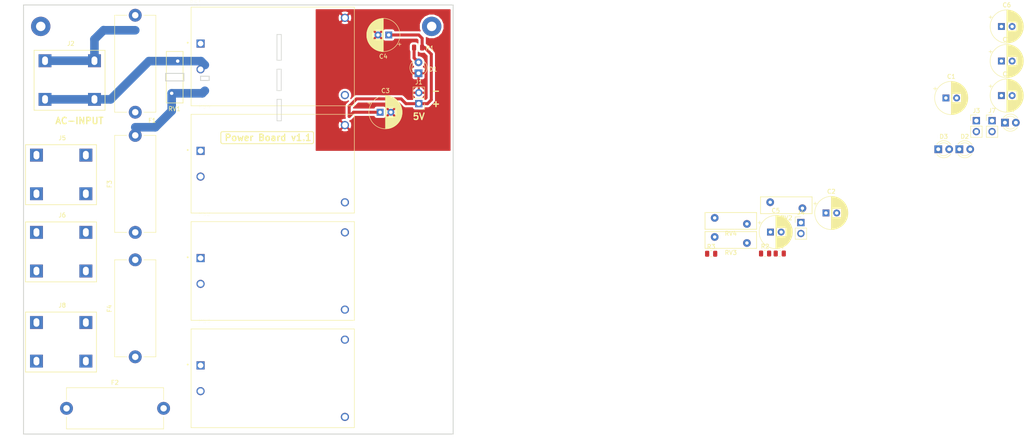
<source format=kicad_pcb>
(kicad_pcb (version 20171130) (host pcbnew "(5.0.1)-3")

  (general
    (thickness 1.6)
    (drawings 37)
    (tracks 33)
    (zones 0)
    (modules 38)
    (nets 19)
  )

  (page A4)
  (layers
    (0 F.Cu signal)
    (31 B.Cu signal)
    (32 B.Adhes user)
    (33 F.Adhes user)
    (34 B.Paste user)
    (35 F.Paste user)
    (36 B.SilkS user)
    (37 F.SilkS user)
    (38 B.Mask user)
    (39 F.Mask user)
    (40 Dwgs.User user)
    (41 Cmts.User user)
    (42 Eco1.User user)
    (43 Eco2.User user)
    (44 Edge.Cuts user)
    (45 Margin user)
    (46 B.CrtYd user)
    (47 F.CrtYd user)
    (48 B.Fab user)
    (49 F.Fab user)
  )

  (setup
    (last_trace_width 0.7)
    (trace_clearance 0.2)
    (zone_clearance 0.508)
    (zone_45_only no)
    (trace_min 0.2)
    (segment_width 0.2)
    (edge_width 0.15)
    (via_size 0.8)
    (via_drill 0.4)
    (via_min_size 0.4)
    (via_min_drill 0.3)
    (uvia_size 0.3)
    (uvia_drill 0.1)
    (uvias_allowed no)
    (uvia_min_size 0.2)
    (uvia_min_drill 0.1)
    (pcb_text_width 0.3)
    (pcb_text_size 1.5 1.5)
    (mod_edge_width 0.15)
    (mod_text_size 1 1)
    (mod_text_width 0.15)
    (pad_size 4.5 4.5)
    (pad_drill 2.2)
    (pad_to_mask_clearance 0.051)
    (solder_mask_min_width 0.25)
    (aux_axis_origin 0 0)
    (visible_elements 7FFFFFFF)
    (pcbplotparams
      (layerselection 0x010fc_ffffffff)
      (usegerberextensions false)
      (usegerberattributes false)
      (usegerberadvancedattributes false)
      (creategerberjobfile false)
      (excludeedgelayer true)
      (linewidth 0.100000)
      (plotframeref false)
      (viasonmask false)
      (mode 1)
      (useauxorigin false)
      (hpglpennumber 1)
      (hpglpenspeed 20)
      (hpglpendiameter 15.000000)
      (psnegative false)
      (psa4output false)
      (plotreference true)
      (plotvalue true)
      (plotinvisibletext false)
      (padsonsilk false)
      (subtractmaskfromsilk false)
      (outputformat 1)
      (mirror false)
      (drillshape 0)
      (scaleselection 1)
      (outputdirectory "gerber/"))
  )

  (net 0 "")
  (net 1 "Net-(F1-Pad1)")
  (net 2 "Net-(F1-Pad2)")
  (net 3 "Net-(J2-Pad1)")
  (net 4 GND)
  (net 5 5V)
  (net 6 "Net-(D1-Pad2)")
  (net 7 "Net-(D2-Pad2)")
  (net 8 "Net-(D3-Pad2)")
  (net 9 "Net-(D4-Pad2)")
  (net 10 "Net-(F2-Pad2)")
  (net 11 "Net-(F2-Pad1)")
  (net 12 "Net-(F3-Pad1)")
  (net 13 "Net-(F3-Pad2)")
  (net 14 "Net-(F4-Pad1)")
  (net 15 "Net-(F4-Pad2)")
  (net 16 "Net-(J5-Pad1)")
  (net 17 "Net-(J6-Pad1)")
  (net 18 "Net-(J8-Pad1)")

  (net_class Default "This is the default net class."
    (clearance 0.2)
    (trace_width 0.7)
    (via_dia 0.8)
    (via_drill 0.4)
    (uvia_dia 0.3)
    (uvia_drill 0.1)
    (add_net 5V)
    (add_net GND)
    (add_net "Net-(D1-Pad2)")
    (add_net "Net-(D2-Pad2)")
    (add_net "Net-(D3-Pad2)")
    (add_net "Net-(D4-Pad2)")
    (add_net "Net-(F1-Pad1)")
    (add_net "Net-(F1-Pad2)")
    (add_net "Net-(F2-Pad1)")
    (add_net "Net-(F2-Pad2)")
    (add_net "Net-(F3-Pad1)")
    (add_net "Net-(F3-Pad2)")
    (add_net "Net-(F4-Pad1)")
    (add_net "Net-(F4-Pad2)")
    (add_net "Net-(J2-Pad1)")
    (add_net "Net-(J5-Pad1)")
    (add_net "Net-(J6-Pad1)")
    (add_net "Net-(J8-Pad1)")
  )

  (module MountingHole:MountingHole_2.2mm_M2 (layer F.Cu) (tedit 602BD4CB) (tstamp 6059618D)
    (at 162 94)
    (descr "Mounting Hole 2.2mm, no annular, M2")
    (tags "mounting hole 2.2mm no annular m2")
    (attr virtual)
    (fp_text reference MH2 (at 0 -3.2) (layer F.SilkS) hide
      (effects (font (size 1 1) (thickness 0.15)))
    )
    (fp_text value MountingHole_2.2mm_M2 (at 0 3.2) (layer F.Fab)
      (effects (font (size 1 1) (thickness 0.15)))
    )
    (fp_text user %R (at 0.3 0) (layer F.Fab)
      (effects (font (size 1 1) (thickness 0.15)))
    )
    (fp_circle (center 0 0) (end 2.2 0) (layer Cmts.User) (width 0.15))
    (fp_circle (center 0 0) (end 2.45 0) (layer F.CrtYd) (width 0.05))
    (pad "" np_thru_hole circle (at 0 0) (size 4.5 4.5) (drill 2.2) (layers *.Cu *.Mask))
  )

  (module Fuse:Fuseholder_Cylinder-5x20mm_Stelvio-Kontek_PTF78_Horizontal_Open (layer F.Cu) (tedit 5B7EAE13) (tstamp 602BE6BD)
    (at 93 114 90)
    (descr https://www.tme.eu/en/Document/3b48dbe2b9714a62652c97b08fcd464b/PTF78.pdf)
    (tags "Fuseholder horizontal open 5x20 Stelvio-Kontek PTF/78")
    (path /5FFFB33C)
    (fp_text reference F1 (at -1.93 3.93 180) (layer F.SilkS)
      (effects (font (size 1 1) (thickness 0.15)))
    )
    (fp_text value Fuse (at 13 6 90) (layer F.Fab)
      (effects (font (size 1 1) (thickness 0.15)))
    )
    (fp_text user %R (at 11.25 4 90) (layer F.Fab)
      (effects (font (size 1 1) (thickness 0.15)))
    )
    (fp_line (start 0.1 -4.7) (end 0.1 4.7) (layer F.Fab) (width 0.1))
    (fp_line (start 0.1 4.7) (end 22.5 4.7) (layer F.Fab) (width 0.1))
    (fp_line (start 22.5 4.7) (end 22.5 -4.7) (layer F.Fab) (width 0.1))
    (fp_line (start 22.5 -4.7) (end 0.1 -4.7) (layer F.Fab) (width 0.1))
    (fp_line (start -0.15 4.95) (end -0.15 1.85) (layer F.CrtYd) (width 0.05))
    (fp_line (start 22.6 4.8) (end 22.6 2) (layer F.SilkS) (width 0.12))
    (fp_line (start 22.6 -2) (end 22.6 -4.8) (layer F.SilkS) (width 0.12))
    (fp_line (start 0 -2) (end 0 -4.8) (layer F.SilkS) (width 0.12))
    (fp_line (start 0 -4.8) (end 22.6 -4.8) (layer F.SilkS) (width 0.12))
    (fp_line (start 22.75 4.95) (end -0.15 4.95) (layer F.CrtYd) (width 0.05))
    (fp_line (start -0.15 -4.95) (end 22.75 -4.95) (layer F.CrtYd) (width 0.05))
    (fp_line (start 0 4.8) (end 22.6 4.8) (layer F.SilkS) (width 0.12))
    (fp_line (start -0.15 -1.85) (end -0.15 -4.95) (layer F.CrtYd) (width 0.05))
    (fp_line (start 22.75 -1.85) (end 22.75 -4.95) (layer F.CrtYd) (width 0.05))
    (fp_line (start 22.75 1.85) (end 22.75 4.95) (layer F.CrtYd) (width 0.05))
    (fp_line (start 0 4.8) (end 0 2) (layer F.SilkS) (width 0.12))
    (fp_line (start 22.75 -1.85) (end 23 -1.85) (layer F.CrtYd) (width 0.05))
    (fp_line (start 24.45 0.45) (end 24.45 -0.45) (layer F.CrtYd) (width 0.05))
    (fp_line (start 24.45 -0.45) (end 24.05 -1.25) (layer F.CrtYd) (width 0.05))
    (fp_line (start 24.05 -1.25) (end 23.35 -1.75) (layer F.CrtYd) (width 0.05))
    (fp_line (start 23.35 -1.75) (end 23 -1.85) (layer F.CrtYd) (width 0.05))
    (fp_line (start 22.75 1.85) (end 23 1.85) (layer F.CrtYd) (width 0.05))
    (fp_line (start 23 1.85) (end 23.35 1.75) (layer F.CrtYd) (width 0.05))
    (fp_line (start 23.35 1.75) (end 24.05 1.25) (layer F.CrtYd) (width 0.05))
    (fp_line (start 24.05 1.25) (end 24.45 0.45) (layer F.CrtYd) (width 0.05))
    (fp_line (start -0.15 -1.85) (end -0.4 -1.85) (layer F.CrtYd) (width 0.05))
    (fp_line (start -0.4 -1.85) (end -0.75 -1.75) (layer F.CrtYd) (width 0.05))
    (fp_line (start -0.75 -1.75) (end -1.45 -1.25) (layer F.CrtYd) (width 0.05))
    (fp_line (start -1.85 -0.45) (end -1.85 0.45) (layer F.CrtYd) (width 0.05))
    (fp_line (start -1.45 1.25) (end -0.75 1.75) (layer F.CrtYd) (width 0.05))
    (fp_line (start -0.75 1.75) (end -0.4 1.85) (layer F.CrtYd) (width 0.05))
    (fp_line (start -0.4 1.85) (end -0.15 1.85) (layer F.CrtYd) (width 0.05))
    (fp_line (start -1.45 1.25) (end -1.85 0.45) (layer F.CrtYd) (width 0.05))
    (fp_line (start -1.85 -0.45) (end -1.45 -1.25) (layer F.CrtYd) (width 0.05))
    (pad 1 thru_hole circle (at 0 0 90) (size 3 3) (drill 1.5) (layers *.Cu *.Mask)
      (net 1 "Net-(F1-Pad1)"))
    (pad 2 thru_hole circle (at 22.6 0 90) (size 3 3) (drill 1.5) (layers *.Cu *.Mask)
      (net 2 "Net-(F1-Pad2)"))
    (model ${KISYS3DMOD}/Fuse.3dshapes/Fuseholder_Cylinder-5x20mm_Stelvio-Kontek_PTF78_Horizontal_Open.wrl
      (at (xyz 0 0 0))
      (scale (xyz 1 1 1))
      (rotate (xyz 0 0 0))
    )
    (model "${KIPRJMOD}/3d-files/Fuse Holder.step"
      (offset (xyz 3.8 22 -8))
      (scale (xyz 1 1 1))
      (rotate (xyz -90 0 0))
    )
  )

  (module Resistor_SMD:R_0805_2012Metric (layer F.Cu) (tedit 5B36C52B) (tstamp 602BE6E4)
    (at 158.84 98.93)
    (descr "Resistor SMD 0805 (2012 Metric), square (rectangular) end terminal, IPC_7351 nominal, (Body size source: https://docs.google.com/spreadsheets/d/1BsfQQcO9C6DZCsRaXUlFlo91Tg2WpOkGARC1WS5S8t0/edit?usp=sharing), generated with kicad-footprint-generator")
    (tags resistor)
    (path /5FFE8168)
    (attr smd)
    (fp_text reference R1 (at 2.73 0.15 180) (layer F.SilkS)
      (effects (font (size 1 1) (thickness 0.15)))
    )
    (fp_text value 220 (at 0 1.65) (layer F.Fab)
      (effects (font (size 1 1) (thickness 0.15)))
    )
    (fp_line (start -1 0.6) (end -1 -0.6) (layer F.Fab) (width 0.1))
    (fp_line (start -1 -0.6) (end 1 -0.6) (layer F.Fab) (width 0.1))
    (fp_line (start 1 -0.6) (end 1 0.6) (layer F.Fab) (width 0.1))
    (fp_line (start 1 0.6) (end -1 0.6) (layer F.Fab) (width 0.1))
    (fp_line (start -0.258578 -0.71) (end 0.258578 -0.71) (layer F.SilkS) (width 0.12))
    (fp_line (start -0.258578 0.71) (end 0.258578 0.71) (layer F.SilkS) (width 0.12))
    (fp_line (start -1.68 0.95) (end -1.68 -0.95) (layer F.CrtYd) (width 0.05))
    (fp_line (start -1.68 -0.95) (end 1.68 -0.95) (layer F.CrtYd) (width 0.05))
    (fp_line (start 1.68 -0.95) (end 1.68 0.95) (layer F.CrtYd) (width 0.05))
    (fp_line (start 1.68 0.95) (end -1.68 0.95) (layer F.CrtYd) (width 0.05))
    (fp_text user %R (at 0 0) (layer F.Fab)
      (effects (font (size 0.5 0.5) (thickness 0.08)))
    )
    (pad 1 smd roundrect (at -0.9375 0) (size 0.975 1.4) (layers F.Cu F.Paste F.Mask) (roundrect_rratio 0.25)
      (net 6 "Net-(D1-Pad2)"))
    (pad 2 smd roundrect (at 0.9375 0) (size 0.975 1.4) (layers F.Cu F.Paste F.Mask) (roundrect_rratio 0.25)
      (net 5 5V))
    (model ${KISYS3DMOD}/Resistor_SMD.3dshapes/R_0805_2012Metric.wrl
      (at (xyz 0 0 0))
      (scale (xyz 1 1 1))
      (rotate (xyz 0 0 0))
    )
  )

  (module Pin_Headers:Pin_Header_Straight_1x02_Pitch2.54mm (layer F.Cu) (tedit 59650532) (tstamp 602BEAA2)
    (at 159 112 180)
    (descr "Through hole straight pin header, 1x02, 2.54mm pitch, single row")
    (tags "Through hole pin header THT 1x02 2.54mm single row")
    (path /601116AF)
    (fp_text reference J1 (at 0 5 180) (layer F.SilkS)
      (effects (font (size 1 1) (thickness 0.15)))
    )
    (fp_text value DC-POWER (at 0 4.87 180) (layer F.Fab)
      (effects (font (size 1 1) (thickness 0.15)))
    )
    (fp_line (start -0.635 -1.27) (end 1.27 -1.27) (layer F.Fab) (width 0.1))
    (fp_line (start 1.27 -1.27) (end 1.27 3.81) (layer F.Fab) (width 0.1))
    (fp_line (start 1.27 3.81) (end -1.27 3.81) (layer F.Fab) (width 0.1))
    (fp_line (start -1.27 3.81) (end -1.27 -0.635) (layer F.Fab) (width 0.1))
    (fp_line (start -1.27 -0.635) (end -0.635 -1.27) (layer F.Fab) (width 0.1))
    (fp_line (start -1.33 3.87) (end 1.33 3.87) (layer F.SilkS) (width 0.12))
    (fp_line (start -1.33 1.27) (end -1.33 3.87) (layer F.SilkS) (width 0.12))
    (fp_line (start 1.33 1.27) (end 1.33 3.87) (layer F.SilkS) (width 0.12))
    (fp_line (start -1.33 1.27) (end 1.33 1.27) (layer F.SilkS) (width 0.12))
    (fp_line (start -1.33 0) (end -1.33 -1.33) (layer F.SilkS) (width 0.12))
    (fp_line (start -1.33 -1.33) (end 0 -1.33) (layer F.SilkS) (width 0.12))
    (fp_line (start -1.8 -1.8) (end -1.8 4.35) (layer F.CrtYd) (width 0.05))
    (fp_line (start -1.8 4.35) (end 1.8 4.35) (layer F.CrtYd) (width 0.05))
    (fp_line (start 1.8 4.35) (end 1.8 -1.8) (layer F.CrtYd) (width 0.05))
    (fp_line (start 1.8 -1.8) (end -1.8 -1.8) (layer F.CrtYd) (width 0.05))
    (fp_text user %R (at 0 1.27 270) (layer F.Fab)
      (effects (font (size 1 1) (thickness 0.15)))
    )
    (pad 1 thru_hole rect (at 0 0 180) (size 1.7 1.7) (drill 1) (layers *.Cu *.Mask)
      (net 5 5V))
    (pad 2 thru_hole oval (at 0 2.54 180) (size 1.7 1.7) (drill 1) (layers *.Cu *.Mask)
      (net 4 GND))
    (model ${KISYS3DMOD}/Pin_Headers.3dshapes/Pin_Header_Straight_1x02_Pitch2.54mm.wrl
      (at (xyz 0 0 0))
      (scale (xyz 1 1 1))
      (rotate (xyz 0 0 0))
    )
    (model "${KIPRJMOD}/3d-files/JST 2pin.STEP"
      (offset (xyz 0 -5 5.5))
      (scale (xyz 1 1 1))
      (rotate (xyz 90 90 180))
    )
  )

  (module LED_THT:LED_D3.0mm (layer F.Cu) (tedit 587A3A7B) (tstamp 603B1EA0)
    (at 158.93 104.92 90)
    (descr "LED, diameter 3.0mm, 2 pins")
    (tags "LED diameter 3.0mm 2 pins")
    (path /602B9F8F)
    (fp_text reference D1 (at 0.92 3.39 180) (layer F.SilkS)
      (effects (font (size 1 1) (thickness 0.15)))
    )
    (fp_text value LED (at 1.27 2.96 90) (layer F.Fab)
      (effects (font (size 1 1) (thickness 0.15)))
    )
    (fp_arc (start 1.27 0) (end -0.23 -1.16619) (angle 284.3) (layer F.Fab) (width 0.1))
    (fp_arc (start 1.27 0) (end -0.29 -1.235516) (angle 108.8) (layer F.SilkS) (width 0.12))
    (fp_arc (start 1.27 0) (end -0.29 1.235516) (angle -108.8) (layer F.SilkS) (width 0.12))
    (fp_arc (start 1.27 0) (end 0.229039 -1.08) (angle 87.9) (layer F.SilkS) (width 0.12))
    (fp_arc (start 1.27 0) (end 0.229039 1.08) (angle -87.9) (layer F.SilkS) (width 0.12))
    (fp_circle (center 1.27 0) (end 2.77 0) (layer F.Fab) (width 0.1))
    (fp_line (start -0.23 -1.16619) (end -0.23 1.16619) (layer F.Fab) (width 0.1))
    (fp_line (start -0.29 -1.236) (end -0.29 -1.08) (layer F.SilkS) (width 0.12))
    (fp_line (start -0.29 1.08) (end -0.29 1.236) (layer F.SilkS) (width 0.12))
    (fp_line (start -1.15 -2.25) (end -1.15 2.25) (layer F.CrtYd) (width 0.05))
    (fp_line (start -1.15 2.25) (end 3.7 2.25) (layer F.CrtYd) (width 0.05))
    (fp_line (start 3.7 2.25) (end 3.7 -2.25) (layer F.CrtYd) (width 0.05))
    (fp_line (start 3.7 -2.25) (end -1.15 -2.25) (layer F.CrtYd) (width 0.05))
    (pad 1 thru_hole rect (at 0 0 90) (size 1.8 1.8) (drill 0.9) (layers *.Cu *.Mask)
      (net 4 GND))
    (pad 2 thru_hole circle (at 2.54 0 90) (size 1.8 1.8) (drill 0.9) (layers *.Cu *.Mask)
      (net 6 "Net-(D1-Pad2)"))
    (model ${KISYS3DMOD}/LED_THT.3dshapes/LED_D3.0mm.wrl
      (at (xyz 0 0 0))
      (scale (xyz 1 1 1))
      (rotate (xyz 0 0 0))
    )
  )

  (module MountingHole:MountingHole_2.2mm_M2 (layer F.Cu) (tedit 602BD4BD) (tstamp 6059603E)
    (at 71 94)
    (descr "Mounting Hole 2.2mm, no annular, M2")
    (tags "mounting hole 2.2mm no annular m2")
    (attr virtual)
    (fp_text reference MH1 (at 0 -3.2) (layer F.SilkS) hide
      (effects (font (size 1 1) (thickness 0.15)))
    )
    (fp_text value MountingHole_2.2mm_M2 (at 0 3.2) (layer F.Fab)
      (effects (font (size 1 1) (thickness 0.15)))
    )
    (fp_circle (center 0 0) (end 2.45 0) (layer F.CrtYd) (width 0.05))
    (fp_circle (center 0 0) (end 2.2 0) (layer Cmts.User) (width 0.15))
    (fp_text user %R (at 0.3 0) (layer F.Fab)
      (effects (font (size 1 1) (thickness 0.15)))
    )
    (pad "" np_thru_hole circle (at 0 0) (size 4.5 4.5) (drill 2.2) (layers *.Cu *.Mask))
  )

  (module HLK-5M05:CONV_HLK-5M05-Large-holes (layer F.Cu) (tedit 6063D707) (tstamp 6091FB1A)
    (at 125 101)
    (path /600309D5)
    (fp_text reference PS1 (at -17.92 -12.54) (layer F.SilkS)
      (effects (font (size 1 1) (thickness 0.015)))
    )
    (fp_text value "POWER SUPPLY" (at -10.795 13.335) (layer F.Fab)
      (effects (font (size 1 1) (thickness 0.015)))
    )
    (fp_line (start -19 11.5) (end 19 11.5) (layer F.Fab) (width 0.127))
    (fp_line (start 19 11.5) (end 19 -11.5) (layer F.Fab) (width 0.127))
    (fp_line (start 19 -11.5) (end -19 -11.5) (layer F.Fab) (width 0.127))
    (fp_line (start -19 -11.5) (end -19 11.5) (layer F.Fab) (width 0.127))
    (fp_line (start -19 -11.5) (end -19 11.5) (layer F.SilkS) (width 0.127))
    (fp_line (start -19 11.5) (end 19 11.5) (layer F.SilkS) (width 0.127))
    (fp_line (start 19 11.5) (end 19 -11.5) (layer F.SilkS) (width 0.127))
    (fp_line (start 19 -11.5) (end -19 -11.5) (layer F.SilkS) (width 0.127))
    (fp_line (start -19.25 -11.75) (end 19.25 -11.75) (layer F.CrtYd) (width 0.05))
    (fp_line (start 19.25 -11.75) (end 19.25 11.75) (layer F.CrtYd) (width 0.05))
    (fp_line (start 19.25 11.75) (end -19.25 11.75) (layer F.CrtYd) (width 0.05))
    (fp_line (start -19.25 11.75) (end -19.25 -11.75) (layer F.CrtYd) (width 0.05))
    (fp_circle (center -19.8 -3.2) (end -19.7 -3.2) (layer F.SilkS) (width 0.2))
    (fp_circle (center -19.8 -3.2) (end -19.7 -3.2) (layer F.Fab) (width 0.2))
    (pad 1 thru_hole rect (at -16.8 -3) (size 1.9 1.9) (drill 1.3) (layers *.Cu *.Mask)
      (net 3 "Net-(J2-Pad1)"))
    (pad 2 thru_hole circle (at -16.8 3) (size 1.9 1.9) (drill 1.3) (layers *.Cu *.Mask)
      (net 1 "Net-(F1-Pad1)"))
    (pad 3 thru_hole circle (at 16.8 -9) (size 1.9 1.9) (drill 1.3) (layers *.Cu *.Mask)
      (net 4 GND))
    (pad 4 thru_hole circle (at 16.8 9) (size 1.9 1.9) (drill 1.3) (layers *.Cu *.Mask)
      (net 5 5V))
  )

  (module "dual terminal:dual terminal-large" (layer F.Cu) (tedit 6063D9FC) (tstamp 60A11831)
    (at 72 111 90)
    (path /5FFFD964)
    (fp_text reference J2 (at 13 6 180) (layer F.SilkS)
      (effects (font (size 1 1) (thickness 0.15)))
    )
    (fp_text value AC (at 5.1816 15.82928 90) (layer F.Fab)
      (effects (font (size 1 1) (thickness 0.15)))
    )
    (fp_line (start -2.54 -2.54) (end 11.43 -2.54) (layer F.SilkS) (width 0.15))
    (fp_line (start 11.43 -2.54) (end 11.43 13.97) (layer F.SilkS) (width 0.15))
    (fp_line (start 11.43 13.97) (end -2.54 13.97) (layer F.SilkS) (width 0.15))
    (fp_line (start -2.54 13.97) (end -2.54 -2.54) (layer F.SilkS) (width 0.15))
    (pad 1 thru_hole rect (at 0 0 90) (size 3 3) (drill oval 2 1.36) (layers *.Cu *.Mask)
      (net 3 "Net-(J2-Pad1)"))
    (pad 2 thru_hole rect (at 9 0 90) (size 3 3) (drill oval 2 1.36) (layers *.Cu *.Mask)
      (net 2 "Net-(F1-Pad2)"))
    (pad 1 thru_hole rect (at 0 11.5 90) (size 3 3) (drill oval 2 1.36) (layers *.Cu *.Mask)
      (net 3 "Net-(J2-Pad1)"))
    (pad 2 thru_hole rect (at 9 11.5 90) (size 3 3) (drill oval 2 1.36) (layers *.Cu *.Mask)
      (net 2 "Net-(F1-Pad2)"))
  )

  (module Varistor:RV_Disc_D12mm_W3.9mm_P7.5mm (layer F.Cu) (tedit 5A0F68DF) (tstamp 60A12400)
    (at 101.48 109.59 90)
    (descr "Varistor, diameter 12mm, width 3.9mm, pitch 7.5mm")
    (tags "varistor SIOV")
    (path /5FFFB3FA)
    (fp_text reference RV1 (at -3.63 0.64 180) (layer F.SilkS)
      (effects (font (size 1 1) (thickness 0.15)))
    )
    (fp_text value Varistor (at 3.75 -2.25 90) (layer F.Fab)
      (effects (font (size 1 1) (thickness 0.15)))
    )
    (fp_text user %R (at 3.75 0.7 90) (layer F.Fab)
      (effects (font (size 1 1) (thickness 0.15)))
    )
    (fp_line (start -2.5 2.9) (end 10 2.9) (layer F.CrtYd) (width 0.05))
    (fp_line (start -2.5 -1.5) (end 10 -1.5) (layer F.CrtYd) (width 0.05))
    (fp_line (start 10 -1.5) (end 10 2.9) (layer F.CrtYd) (width 0.05))
    (fp_line (start -2.5 -1.5) (end -2.5 2.9) (layer F.CrtYd) (width 0.05))
    (fp_line (start -2.25 2.65) (end 9.75 2.65) (layer F.SilkS) (width 0.15))
    (fp_line (start -2.25 -1.25) (end 9.75 -1.25) (layer F.SilkS) (width 0.15))
    (fp_line (start 9.75 -1.25) (end 9.75 2.65) (layer F.SilkS) (width 0.15))
    (fp_line (start -2.25 -1.25) (end -2.25 2.65) (layer F.SilkS) (width 0.15))
    (fp_line (start -2.25 2.65) (end 9.75 2.65) (layer F.Fab) (width 0.1))
    (fp_line (start -2.25 -1.25) (end 9.75 -1.25) (layer F.Fab) (width 0.1))
    (fp_line (start 9.75 -1.25) (end 9.75 2.65) (layer F.Fab) (width 0.1))
    (fp_line (start -2.25 -1.25) (end -2.25 2.65) (layer F.Fab) (width 0.1))
    (pad 1 thru_hole circle (at 0 0 90) (size 1.8 1.8) (drill 0.8) (layers *.Cu *.Mask)
      (net 1 "Net-(F1-Pad1)"))
    (pad 2 thru_hole circle (at 7.5 1.4 90) (size 1.8 1.8) (drill 0.8) (layers *.Cu *.Mask)
      (net 3 "Net-(J2-Pad1)"))
    (model ${KISYS3DMOD}/Varistor.3dshapes/RV_Disc_D12mm_W3.9mm_P7.5mm.wrl
      (at (xyz 0 0 0))
      (scale (xyz 1 1 1))
      (rotate (xyz 0 0 0))
    )
  )

  (module Capacitor_THT:CP_Radial_D7.5mm_P2.50mm (layer F.Cu) (tedit 5AE50EF0) (tstamp 60738389)
    (at 150 114)
    (descr "CP, Radial series, Radial, pin pitch=2.50mm, , diameter=7.5mm, Electrolytic Capacitor")
    (tags "CP Radial series Radial pin pitch 2.50mm  diameter 7.5mm Electrolytic Capacitor")
    (path /6063E03A)
    (fp_text reference C3 (at 1.25 -5) (layer F.SilkS)
      (effects (font (size 1 1) (thickness 0.15)))
    )
    (fp_text value 220uf (at 1.25 5) (layer F.Fab)
      (effects (font (size 1 1) (thickness 0.15)))
    )
    (fp_text user %R (at 1.25 0) (layer F.Fab)
      (effects (font (size 1 1) (thickness 0.15)))
    )
    (fp_line (start -2.517211 -2.55) (end -2.517211 -1.8) (layer F.SilkS) (width 0.12))
    (fp_line (start -2.892211 -2.175) (end -2.142211 -2.175) (layer F.SilkS) (width 0.12))
    (fp_line (start 5.091 -0.441) (end 5.091 0.441) (layer F.SilkS) (width 0.12))
    (fp_line (start 5.051 -0.693) (end 5.051 0.693) (layer F.SilkS) (width 0.12))
    (fp_line (start 5.011 -0.877) (end 5.011 0.877) (layer F.SilkS) (width 0.12))
    (fp_line (start 4.971 -1.028) (end 4.971 1.028) (layer F.SilkS) (width 0.12))
    (fp_line (start 4.931 -1.158) (end 4.931 1.158) (layer F.SilkS) (width 0.12))
    (fp_line (start 4.891 -1.275) (end 4.891 1.275) (layer F.SilkS) (width 0.12))
    (fp_line (start 4.851 -1.381) (end 4.851 1.381) (layer F.SilkS) (width 0.12))
    (fp_line (start 4.811 -1.478) (end 4.811 1.478) (layer F.SilkS) (width 0.12))
    (fp_line (start 4.771 -1.569) (end 4.771 1.569) (layer F.SilkS) (width 0.12))
    (fp_line (start 4.731 -1.654) (end 4.731 1.654) (layer F.SilkS) (width 0.12))
    (fp_line (start 4.691 -1.733) (end 4.691 1.733) (layer F.SilkS) (width 0.12))
    (fp_line (start 4.651 -1.809) (end 4.651 1.809) (layer F.SilkS) (width 0.12))
    (fp_line (start 4.611 -1.881) (end 4.611 1.881) (layer F.SilkS) (width 0.12))
    (fp_line (start 4.571 -1.949) (end 4.571 1.949) (layer F.SilkS) (width 0.12))
    (fp_line (start 4.531 -2.014) (end 4.531 2.014) (layer F.SilkS) (width 0.12))
    (fp_line (start 4.491 -2.077) (end 4.491 2.077) (layer F.SilkS) (width 0.12))
    (fp_line (start 4.451 -2.137) (end 4.451 2.137) (layer F.SilkS) (width 0.12))
    (fp_line (start 4.411 -2.195) (end 4.411 2.195) (layer F.SilkS) (width 0.12))
    (fp_line (start 4.371 -2.25) (end 4.371 2.25) (layer F.SilkS) (width 0.12))
    (fp_line (start 4.331 -2.304) (end 4.331 2.304) (layer F.SilkS) (width 0.12))
    (fp_line (start 4.291 -2.355) (end 4.291 2.355) (layer F.SilkS) (width 0.12))
    (fp_line (start 4.251 -2.405) (end 4.251 2.405) (layer F.SilkS) (width 0.12))
    (fp_line (start 4.211 -2.454) (end 4.211 2.454) (layer F.SilkS) (width 0.12))
    (fp_line (start 4.171 -2.5) (end 4.171 2.5) (layer F.SilkS) (width 0.12))
    (fp_line (start 4.131 -2.546) (end 4.131 2.546) (layer F.SilkS) (width 0.12))
    (fp_line (start 4.091 -2.589) (end 4.091 2.589) (layer F.SilkS) (width 0.12))
    (fp_line (start 4.051 -2.632) (end 4.051 2.632) (layer F.SilkS) (width 0.12))
    (fp_line (start 4.011 -2.673) (end 4.011 2.673) (layer F.SilkS) (width 0.12))
    (fp_line (start 3.971 -2.713) (end 3.971 2.713) (layer F.SilkS) (width 0.12))
    (fp_line (start 3.931 -2.752) (end 3.931 2.752) (layer F.SilkS) (width 0.12))
    (fp_line (start 3.891 -2.79) (end 3.891 2.79) (layer F.SilkS) (width 0.12))
    (fp_line (start 3.851 -2.827) (end 3.851 2.827) (layer F.SilkS) (width 0.12))
    (fp_line (start 3.811 -2.863) (end 3.811 2.863) (layer F.SilkS) (width 0.12))
    (fp_line (start 3.771 -2.898) (end 3.771 2.898) (layer F.SilkS) (width 0.12))
    (fp_line (start 3.731 -2.931) (end 3.731 2.931) (layer F.SilkS) (width 0.12))
    (fp_line (start 3.691 -2.964) (end 3.691 2.964) (layer F.SilkS) (width 0.12))
    (fp_line (start 3.651 -2.996) (end 3.651 2.996) (layer F.SilkS) (width 0.12))
    (fp_line (start 3.611 -3.028) (end 3.611 3.028) (layer F.SilkS) (width 0.12))
    (fp_line (start 3.571 -3.058) (end 3.571 3.058) (layer F.SilkS) (width 0.12))
    (fp_line (start 3.531 1.04) (end 3.531 3.088) (layer F.SilkS) (width 0.12))
    (fp_line (start 3.531 -3.088) (end 3.531 -1.04) (layer F.SilkS) (width 0.12))
    (fp_line (start 3.491 1.04) (end 3.491 3.116) (layer F.SilkS) (width 0.12))
    (fp_line (start 3.491 -3.116) (end 3.491 -1.04) (layer F.SilkS) (width 0.12))
    (fp_line (start 3.451 1.04) (end 3.451 3.144) (layer F.SilkS) (width 0.12))
    (fp_line (start 3.451 -3.144) (end 3.451 -1.04) (layer F.SilkS) (width 0.12))
    (fp_line (start 3.411 1.04) (end 3.411 3.172) (layer F.SilkS) (width 0.12))
    (fp_line (start 3.411 -3.172) (end 3.411 -1.04) (layer F.SilkS) (width 0.12))
    (fp_line (start 3.371 1.04) (end 3.371 3.198) (layer F.SilkS) (width 0.12))
    (fp_line (start 3.371 -3.198) (end 3.371 -1.04) (layer F.SilkS) (width 0.12))
    (fp_line (start 3.331 1.04) (end 3.331 3.224) (layer F.SilkS) (width 0.12))
    (fp_line (start 3.331 -3.224) (end 3.331 -1.04) (layer F.SilkS) (width 0.12))
    (fp_line (start 3.291 1.04) (end 3.291 3.249) (layer F.SilkS) (width 0.12))
    (fp_line (start 3.291 -3.249) (end 3.291 -1.04) (layer F.SilkS) (width 0.12))
    (fp_line (start 3.251 1.04) (end 3.251 3.274) (layer F.SilkS) (width 0.12))
    (fp_line (start 3.251 -3.274) (end 3.251 -1.04) (layer F.SilkS) (width 0.12))
    (fp_line (start 3.211 1.04) (end 3.211 3.297) (layer F.SilkS) (width 0.12))
    (fp_line (start 3.211 -3.297) (end 3.211 -1.04) (layer F.SilkS) (width 0.12))
    (fp_line (start 3.171 1.04) (end 3.171 3.321) (layer F.SilkS) (width 0.12))
    (fp_line (start 3.171 -3.321) (end 3.171 -1.04) (layer F.SilkS) (width 0.12))
    (fp_line (start 3.131 1.04) (end 3.131 3.343) (layer F.SilkS) (width 0.12))
    (fp_line (start 3.131 -3.343) (end 3.131 -1.04) (layer F.SilkS) (width 0.12))
    (fp_line (start 3.091 1.04) (end 3.091 3.365) (layer F.SilkS) (width 0.12))
    (fp_line (start 3.091 -3.365) (end 3.091 -1.04) (layer F.SilkS) (width 0.12))
    (fp_line (start 3.051 1.04) (end 3.051 3.386) (layer F.SilkS) (width 0.12))
    (fp_line (start 3.051 -3.386) (end 3.051 -1.04) (layer F.SilkS) (width 0.12))
    (fp_line (start 3.011 1.04) (end 3.011 3.407) (layer F.SilkS) (width 0.12))
    (fp_line (start 3.011 -3.407) (end 3.011 -1.04) (layer F.SilkS) (width 0.12))
    (fp_line (start 2.971 1.04) (end 2.971 3.427) (layer F.SilkS) (width 0.12))
    (fp_line (start 2.971 -3.427) (end 2.971 -1.04) (layer F.SilkS) (width 0.12))
    (fp_line (start 2.931 1.04) (end 2.931 3.447) (layer F.SilkS) (width 0.12))
    (fp_line (start 2.931 -3.447) (end 2.931 -1.04) (layer F.SilkS) (width 0.12))
    (fp_line (start 2.891 1.04) (end 2.891 3.466) (layer F.SilkS) (width 0.12))
    (fp_line (start 2.891 -3.466) (end 2.891 -1.04) (layer F.SilkS) (width 0.12))
    (fp_line (start 2.851 1.04) (end 2.851 3.484) (layer F.SilkS) (width 0.12))
    (fp_line (start 2.851 -3.484) (end 2.851 -1.04) (layer F.SilkS) (width 0.12))
    (fp_line (start 2.811 1.04) (end 2.811 3.502) (layer F.SilkS) (width 0.12))
    (fp_line (start 2.811 -3.502) (end 2.811 -1.04) (layer F.SilkS) (width 0.12))
    (fp_line (start 2.771 1.04) (end 2.771 3.52) (layer F.SilkS) (width 0.12))
    (fp_line (start 2.771 -3.52) (end 2.771 -1.04) (layer F.SilkS) (width 0.12))
    (fp_line (start 2.731 1.04) (end 2.731 3.536) (layer F.SilkS) (width 0.12))
    (fp_line (start 2.731 -3.536) (end 2.731 -1.04) (layer F.SilkS) (width 0.12))
    (fp_line (start 2.691 1.04) (end 2.691 3.553) (layer F.SilkS) (width 0.12))
    (fp_line (start 2.691 -3.553) (end 2.691 -1.04) (layer F.SilkS) (width 0.12))
    (fp_line (start 2.651 1.04) (end 2.651 3.568) (layer F.SilkS) (width 0.12))
    (fp_line (start 2.651 -3.568) (end 2.651 -1.04) (layer F.SilkS) (width 0.12))
    (fp_line (start 2.611 1.04) (end 2.611 3.584) (layer F.SilkS) (width 0.12))
    (fp_line (start 2.611 -3.584) (end 2.611 -1.04) (layer F.SilkS) (width 0.12))
    (fp_line (start 2.571 1.04) (end 2.571 3.598) (layer F.SilkS) (width 0.12))
    (fp_line (start 2.571 -3.598) (end 2.571 -1.04) (layer F.SilkS) (width 0.12))
    (fp_line (start 2.531 1.04) (end 2.531 3.613) (layer F.SilkS) (width 0.12))
    (fp_line (start 2.531 -3.613) (end 2.531 -1.04) (layer F.SilkS) (width 0.12))
    (fp_line (start 2.491 1.04) (end 2.491 3.626) (layer F.SilkS) (width 0.12))
    (fp_line (start 2.491 -3.626) (end 2.491 -1.04) (layer F.SilkS) (width 0.12))
    (fp_line (start 2.451 1.04) (end 2.451 3.64) (layer F.SilkS) (width 0.12))
    (fp_line (start 2.451 -3.64) (end 2.451 -1.04) (layer F.SilkS) (width 0.12))
    (fp_line (start 2.411 1.04) (end 2.411 3.653) (layer F.SilkS) (width 0.12))
    (fp_line (start 2.411 -3.653) (end 2.411 -1.04) (layer F.SilkS) (width 0.12))
    (fp_line (start 2.371 1.04) (end 2.371 3.665) (layer F.SilkS) (width 0.12))
    (fp_line (start 2.371 -3.665) (end 2.371 -1.04) (layer F.SilkS) (width 0.12))
    (fp_line (start 2.331 1.04) (end 2.331 3.677) (layer F.SilkS) (width 0.12))
    (fp_line (start 2.331 -3.677) (end 2.331 -1.04) (layer F.SilkS) (width 0.12))
    (fp_line (start 2.291 1.04) (end 2.291 3.688) (layer F.SilkS) (width 0.12))
    (fp_line (start 2.291 -3.688) (end 2.291 -1.04) (layer F.SilkS) (width 0.12))
    (fp_line (start 2.251 1.04) (end 2.251 3.699) (layer F.SilkS) (width 0.12))
    (fp_line (start 2.251 -3.699) (end 2.251 -1.04) (layer F.SilkS) (width 0.12))
    (fp_line (start 2.211 1.04) (end 2.211 3.71) (layer F.SilkS) (width 0.12))
    (fp_line (start 2.211 -3.71) (end 2.211 -1.04) (layer F.SilkS) (width 0.12))
    (fp_line (start 2.171 1.04) (end 2.171 3.72) (layer F.SilkS) (width 0.12))
    (fp_line (start 2.171 -3.72) (end 2.171 -1.04) (layer F.SilkS) (width 0.12))
    (fp_line (start 2.131 1.04) (end 2.131 3.729) (layer F.SilkS) (width 0.12))
    (fp_line (start 2.131 -3.729) (end 2.131 -1.04) (layer F.SilkS) (width 0.12))
    (fp_line (start 2.091 1.04) (end 2.091 3.738) (layer F.SilkS) (width 0.12))
    (fp_line (start 2.091 -3.738) (end 2.091 -1.04) (layer F.SilkS) (width 0.12))
    (fp_line (start 2.051 1.04) (end 2.051 3.747) (layer F.SilkS) (width 0.12))
    (fp_line (start 2.051 -3.747) (end 2.051 -1.04) (layer F.SilkS) (width 0.12))
    (fp_line (start 2.011 1.04) (end 2.011 3.755) (layer F.SilkS) (width 0.12))
    (fp_line (start 2.011 -3.755) (end 2.011 -1.04) (layer F.SilkS) (width 0.12))
    (fp_line (start 1.971 1.04) (end 1.971 3.763) (layer F.SilkS) (width 0.12))
    (fp_line (start 1.971 -3.763) (end 1.971 -1.04) (layer F.SilkS) (width 0.12))
    (fp_line (start 1.93 1.04) (end 1.93 3.77) (layer F.SilkS) (width 0.12))
    (fp_line (start 1.93 -3.77) (end 1.93 -1.04) (layer F.SilkS) (width 0.12))
    (fp_line (start 1.89 1.04) (end 1.89 3.777) (layer F.SilkS) (width 0.12))
    (fp_line (start 1.89 -3.777) (end 1.89 -1.04) (layer F.SilkS) (width 0.12))
    (fp_line (start 1.85 1.04) (end 1.85 3.784) (layer F.SilkS) (width 0.12))
    (fp_line (start 1.85 -3.784) (end 1.85 -1.04) (layer F.SilkS) (width 0.12))
    (fp_line (start 1.81 1.04) (end 1.81 3.79) (layer F.SilkS) (width 0.12))
    (fp_line (start 1.81 -3.79) (end 1.81 -1.04) (layer F.SilkS) (width 0.12))
    (fp_line (start 1.77 1.04) (end 1.77 3.795) (layer F.SilkS) (width 0.12))
    (fp_line (start 1.77 -3.795) (end 1.77 -1.04) (layer F.SilkS) (width 0.12))
    (fp_line (start 1.73 1.04) (end 1.73 3.801) (layer F.SilkS) (width 0.12))
    (fp_line (start 1.73 -3.801) (end 1.73 -1.04) (layer F.SilkS) (width 0.12))
    (fp_line (start 1.69 1.04) (end 1.69 3.805) (layer F.SilkS) (width 0.12))
    (fp_line (start 1.69 -3.805) (end 1.69 -1.04) (layer F.SilkS) (width 0.12))
    (fp_line (start 1.65 1.04) (end 1.65 3.81) (layer F.SilkS) (width 0.12))
    (fp_line (start 1.65 -3.81) (end 1.65 -1.04) (layer F.SilkS) (width 0.12))
    (fp_line (start 1.61 1.04) (end 1.61 3.814) (layer F.SilkS) (width 0.12))
    (fp_line (start 1.61 -3.814) (end 1.61 -1.04) (layer F.SilkS) (width 0.12))
    (fp_line (start 1.57 1.04) (end 1.57 3.817) (layer F.SilkS) (width 0.12))
    (fp_line (start 1.57 -3.817) (end 1.57 -1.04) (layer F.SilkS) (width 0.12))
    (fp_line (start 1.53 1.04) (end 1.53 3.82) (layer F.SilkS) (width 0.12))
    (fp_line (start 1.53 -3.82) (end 1.53 -1.04) (layer F.SilkS) (width 0.12))
    (fp_line (start 1.49 1.04) (end 1.49 3.823) (layer F.SilkS) (width 0.12))
    (fp_line (start 1.49 -3.823) (end 1.49 -1.04) (layer F.SilkS) (width 0.12))
    (fp_line (start 1.45 -3.825) (end 1.45 3.825) (layer F.SilkS) (width 0.12))
    (fp_line (start 1.41 -3.827) (end 1.41 3.827) (layer F.SilkS) (width 0.12))
    (fp_line (start 1.37 -3.829) (end 1.37 3.829) (layer F.SilkS) (width 0.12))
    (fp_line (start 1.33 -3.83) (end 1.33 3.83) (layer F.SilkS) (width 0.12))
    (fp_line (start 1.29 -3.83) (end 1.29 3.83) (layer F.SilkS) (width 0.12))
    (fp_line (start 1.25 -3.83) (end 1.25 3.83) (layer F.SilkS) (width 0.12))
    (fp_line (start -1.586233 -2.0125) (end -1.586233 -1.2625) (layer F.Fab) (width 0.1))
    (fp_line (start -1.961233 -1.6375) (end -1.211233 -1.6375) (layer F.Fab) (width 0.1))
    (fp_circle (center 1.25 0) (end 5.25 0) (layer F.CrtYd) (width 0.05))
    (fp_circle (center 1.25 0) (end 5.12 0) (layer F.SilkS) (width 0.12))
    (fp_circle (center 1.25 0) (end 5 0) (layer F.Fab) (width 0.1))
    (pad 2 thru_hole circle (at 2.5 0) (size 1.6 1.6) (drill 0.8) (layers *.Cu *.Mask)
      (net 4 GND))
    (pad 1 thru_hole rect (at 0 0) (size 1.6 1.6) (drill 0.8) (layers *.Cu *.Mask)
      (net 5 5V))
    (model ${KISYS3DMOD}/Capacitor_THT.3dshapes/CP_Radial_D7.5mm_P2.50mm.wrl
      (at (xyz 0 0 0))
      (scale (xyz 1 1 1))
      (rotate (xyz 0 0 0))
    )
  )

  (module Capacitor_THT:CP_Radial_D7.5mm_P2.50mm (layer F.Cu) (tedit 5AE50EF0) (tstamp 6073842C)
    (at 152 96 180)
    (descr "CP, Radial series, Radial, pin pitch=2.50mm, , diameter=7.5mm, Electrolytic Capacitor")
    (tags "CP Radial series Radial pin pitch 2.50mm  diameter 7.5mm Electrolytic Capacitor")
    (path /6063DFE4)
    (fp_text reference C4 (at 1.25 -5 180) (layer F.SilkS)
      (effects (font (size 1 1) (thickness 0.15)))
    )
    (fp_text value 1uf (at 1.25 5 180) (layer F.Fab)
      (effects (font (size 1 1) (thickness 0.15)))
    )
    (fp_circle (center 1.25 0) (end 5 0) (layer F.Fab) (width 0.1))
    (fp_circle (center 1.25 0) (end 5.12 0) (layer F.SilkS) (width 0.12))
    (fp_circle (center 1.25 0) (end 5.25 0) (layer F.CrtYd) (width 0.05))
    (fp_line (start -1.961233 -1.6375) (end -1.211233 -1.6375) (layer F.Fab) (width 0.1))
    (fp_line (start -1.586233 -2.0125) (end -1.586233 -1.2625) (layer F.Fab) (width 0.1))
    (fp_line (start 1.25 -3.83) (end 1.25 3.83) (layer F.SilkS) (width 0.12))
    (fp_line (start 1.29 -3.83) (end 1.29 3.83) (layer F.SilkS) (width 0.12))
    (fp_line (start 1.33 -3.83) (end 1.33 3.83) (layer F.SilkS) (width 0.12))
    (fp_line (start 1.37 -3.829) (end 1.37 3.829) (layer F.SilkS) (width 0.12))
    (fp_line (start 1.41 -3.827) (end 1.41 3.827) (layer F.SilkS) (width 0.12))
    (fp_line (start 1.45 -3.825) (end 1.45 3.825) (layer F.SilkS) (width 0.12))
    (fp_line (start 1.49 -3.823) (end 1.49 -1.04) (layer F.SilkS) (width 0.12))
    (fp_line (start 1.49 1.04) (end 1.49 3.823) (layer F.SilkS) (width 0.12))
    (fp_line (start 1.53 -3.82) (end 1.53 -1.04) (layer F.SilkS) (width 0.12))
    (fp_line (start 1.53 1.04) (end 1.53 3.82) (layer F.SilkS) (width 0.12))
    (fp_line (start 1.57 -3.817) (end 1.57 -1.04) (layer F.SilkS) (width 0.12))
    (fp_line (start 1.57 1.04) (end 1.57 3.817) (layer F.SilkS) (width 0.12))
    (fp_line (start 1.61 -3.814) (end 1.61 -1.04) (layer F.SilkS) (width 0.12))
    (fp_line (start 1.61 1.04) (end 1.61 3.814) (layer F.SilkS) (width 0.12))
    (fp_line (start 1.65 -3.81) (end 1.65 -1.04) (layer F.SilkS) (width 0.12))
    (fp_line (start 1.65 1.04) (end 1.65 3.81) (layer F.SilkS) (width 0.12))
    (fp_line (start 1.69 -3.805) (end 1.69 -1.04) (layer F.SilkS) (width 0.12))
    (fp_line (start 1.69 1.04) (end 1.69 3.805) (layer F.SilkS) (width 0.12))
    (fp_line (start 1.73 -3.801) (end 1.73 -1.04) (layer F.SilkS) (width 0.12))
    (fp_line (start 1.73 1.04) (end 1.73 3.801) (layer F.SilkS) (width 0.12))
    (fp_line (start 1.77 -3.795) (end 1.77 -1.04) (layer F.SilkS) (width 0.12))
    (fp_line (start 1.77 1.04) (end 1.77 3.795) (layer F.SilkS) (width 0.12))
    (fp_line (start 1.81 -3.79) (end 1.81 -1.04) (layer F.SilkS) (width 0.12))
    (fp_line (start 1.81 1.04) (end 1.81 3.79) (layer F.SilkS) (width 0.12))
    (fp_line (start 1.85 -3.784) (end 1.85 -1.04) (layer F.SilkS) (width 0.12))
    (fp_line (start 1.85 1.04) (end 1.85 3.784) (layer F.SilkS) (width 0.12))
    (fp_line (start 1.89 -3.777) (end 1.89 -1.04) (layer F.SilkS) (width 0.12))
    (fp_line (start 1.89 1.04) (end 1.89 3.777) (layer F.SilkS) (width 0.12))
    (fp_line (start 1.93 -3.77) (end 1.93 -1.04) (layer F.SilkS) (width 0.12))
    (fp_line (start 1.93 1.04) (end 1.93 3.77) (layer F.SilkS) (width 0.12))
    (fp_line (start 1.971 -3.763) (end 1.971 -1.04) (layer F.SilkS) (width 0.12))
    (fp_line (start 1.971 1.04) (end 1.971 3.763) (layer F.SilkS) (width 0.12))
    (fp_line (start 2.011 -3.755) (end 2.011 -1.04) (layer F.SilkS) (width 0.12))
    (fp_line (start 2.011 1.04) (end 2.011 3.755) (layer F.SilkS) (width 0.12))
    (fp_line (start 2.051 -3.747) (end 2.051 -1.04) (layer F.SilkS) (width 0.12))
    (fp_line (start 2.051 1.04) (end 2.051 3.747) (layer F.SilkS) (width 0.12))
    (fp_line (start 2.091 -3.738) (end 2.091 -1.04) (layer F.SilkS) (width 0.12))
    (fp_line (start 2.091 1.04) (end 2.091 3.738) (layer F.SilkS) (width 0.12))
    (fp_line (start 2.131 -3.729) (end 2.131 -1.04) (layer F.SilkS) (width 0.12))
    (fp_line (start 2.131 1.04) (end 2.131 3.729) (layer F.SilkS) (width 0.12))
    (fp_line (start 2.171 -3.72) (end 2.171 -1.04) (layer F.SilkS) (width 0.12))
    (fp_line (start 2.171 1.04) (end 2.171 3.72) (layer F.SilkS) (width 0.12))
    (fp_line (start 2.211 -3.71) (end 2.211 -1.04) (layer F.SilkS) (width 0.12))
    (fp_line (start 2.211 1.04) (end 2.211 3.71) (layer F.SilkS) (width 0.12))
    (fp_line (start 2.251 -3.699) (end 2.251 -1.04) (layer F.SilkS) (width 0.12))
    (fp_line (start 2.251 1.04) (end 2.251 3.699) (layer F.SilkS) (width 0.12))
    (fp_line (start 2.291 -3.688) (end 2.291 -1.04) (layer F.SilkS) (width 0.12))
    (fp_line (start 2.291 1.04) (end 2.291 3.688) (layer F.SilkS) (width 0.12))
    (fp_line (start 2.331 -3.677) (end 2.331 -1.04) (layer F.SilkS) (width 0.12))
    (fp_line (start 2.331 1.04) (end 2.331 3.677) (layer F.SilkS) (width 0.12))
    (fp_line (start 2.371 -3.665) (end 2.371 -1.04) (layer F.SilkS) (width 0.12))
    (fp_line (start 2.371 1.04) (end 2.371 3.665) (layer F.SilkS) (width 0.12))
    (fp_line (start 2.411 -3.653) (end 2.411 -1.04) (layer F.SilkS) (width 0.12))
    (fp_line (start 2.411 1.04) (end 2.411 3.653) (layer F.SilkS) (width 0.12))
    (fp_line (start 2.451 -3.64) (end 2.451 -1.04) (layer F.SilkS) (width 0.12))
    (fp_line (start 2.451 1.04) (end 2.451 3.64) (layer F.SilkS) (width 0.12))
    (fp_line (start 2.491 -3.626) (end 2.491 -1.04) (layer F.SilkS) (width 0.12))
    (fp_line (start 2.491 1.04) (end 2.491 3.626) (layer F.SilkS) (width 0.12))
    (fp_line (start 2.531 -3.613) (end 2.531 -1.04) (layer F.SilkS) (width 0.12))
    (fp_line (start 2.531 1.04) (end 2.531 3.613) (layer F.SilkS) (width 0.12))
    (fp_line (start 2.571 -3.598) (end 2.571 -1.04) (layer F.SilkS) (width 0.12))
    (fp_line (start 2.571 1.04) (end 2.571 3.598) (layer F.SilkS) (width 0.12))
    (fp_line (start 2.611 -3.584) (end 2.611 -1.04) (layer F.SilkS) (width 0.12))
    (fp_line (start 2.611 1.04) (end 2.611 3.584) (layer F.SilkS) (width 0.12))
    (fp_line (start 2.651 -3.568) (end 2.651 -1.04) (layer F.SilkS) (width 0.12))
    (fp_line (start 2.651 1.04) (end 2.651 3.568) (layer F.SilkS) (width 0.12))
    (fp_line (start 2.691 -3.553) (end 2.691 -1.04) (layer F.SilkS) (width 0.12))
    (fp_line (start 2.691 1.04) (end 2.691 3.553) (layer F.SilkS) (width 0.12))
    (fp_line (start 2.731 -3.536) (end 2.731 -1.04) (layer F.SilkS) (width 0.12))
    (fp_line (start 2.731 1.04) (end 2.731 3.536) (layer F.SilkS) (width 0.12))
    (fp_line (start 2.771 -3.52) (end 2.771 -1.04) (layer F.SilkS) (width 0.12))
    (fp_line (start 2.771 1.04) (end 2.771 3.52) (layer F.SilkS) (width 0.12))
    (fp_line (start 2.811 -3.502) (end 2.811 -1.04) (layer F.SilkS) (width 0.12))
    (fp_line (start 2.811 1.04) (end 2.811 3.502) (layer F.SilkS) (width 0.12))
    (fp_line (start 2.851 -3.484) (end 2.851 -1.04) (layer F.SilkS) (width 0.12))
    (fp_line (start 2.851 1.04) (end 2.851 3.484) (layer F.SilkS) (width 0.12))
    (fp_line (start 2.891 -3.466) (end 2.891 -1.04) (layer F.SilkS) (width 0.12))
    (fp_line (start 2.891 1.04) (end 2.891 3.466) (layer F.SilkS) (width 0.12))
    (fp_line (start 2.931 -3.447) (end 2.931 -1.04) (layer F.SilkS) (width 0.12))
    (fp_line (start 2.931 1.04) (end 2.931 3.447) (layer F.SilkS) (width 0.12))
    (fp_line (start 2.971 -3.427) (end 2.971 -1.04) (layer F.SilkS) (width 0.12))
    (fp_line (start 2.971 1.04) (end 2.971 3.427) (layer F.SilkS) (width 0.12))
    (fp_line (start 3.011 -3.407) (end 3.011 -1.04) (layer F.SilkS) (width 0.12))
    (fp_line (start 3.011 1.04) (end 3.011 3.407) (layer F.SilkS) (width 0.12))
    (fp_line (start 3.051 -3.386) (end 3.051 -1.04) (layer F.SilkS) (width 0.12))
    (fp_line (start 3.051 1.04) (end 3.051 3.386) (layer F.SilkS) (width 0.12))
    (fp_line (start 3.091 -3.365) (end 3.091 -1.04) (layer F.SilkS) (width 0.12))
    (fp_line (start 3.091 1.04) (end 3.091 3.365) (layer F.SilkS) (width 0.12))
    (fp_line (start 3.131 -3.343) (end 3.131 -1.04) (layer F.SilkS) (width 0.12))
    (fp_line (start 3.131 1.04) (end 3.131 3.343) (layer F.SilkS) (width 0.12))
    (fp_line (start 3.171 -3.321) (end 3.171 -1.04) (layer F.SilkS) (width 0.12))
    (fp_line (start 3.171 1.04) (end 3.171 3.321) (layer F.SilkS) (width 0.12))
    (fp_line (start 3.211 -3.297) (end 3.211 -1.04) (layer F.SilkS) (width 0.12))
    (fp_line (start 3.211 1.04) (end 3.211 3.297) (layer F.SilkS) (width 0.12))
    (fp_line (start 3.251 -3.274) (end 3.251 -1.04) (layer F.SilkS) (width 0.12))
    (fp_line (start 3.251 1.04) (end 3.251 3.274) (layer F.SilkS) (width 0.12))
    (fp_line (start 3.291 -3.249) (end 3.291 -1.04) (layer F.SilkS) (width 0.12))
    (fp_line (start 3.291 1.04) (end 3.291 3.249) (layer F.SilkS) (width 0.12))
    (fp_line (start 3.331 -3.224) (end 3.331 -1.04) (layer F.SilkS) (width 0.12))
    (fp_line (start 3.331 1.04) (end 3.331 3.224) (layer F.SilkS) (width 0.12))
    (fp_line (start 3.371 -3.198) (end 3.371 -1.04) (layer F.SilkS) (width 0.12))
    (fp_line (start 3.371 1.04) (end 3.371 3.198) (layer F.SilkS) (width 0.12))
    (fp_line (start 3.411 -3.172) (end 3.411 -1.04) (layer F.SilkS) (width 0.12))
    (fp_line (start 3.411 1.04) (end 3.411 3.172) (layer F.SilkS) (width 0.12))
    (fp_line (start 3.451 -3.144) (end 3.451 -1.04) (layer F.SilkS) (width 0.12))
    (fp_line (start 3.451 1.04) (end 3.451 3.144) (layer F.SilkS) (width 0.12))
    (fp_line (start 3.491 -3.116) (end 3.491 -1.04) (layer F.SilkS) (width 0.12))
    (fp_line (start 3.491 1.04) (end 3.491 3.116) (layer F.SilkS) (width 0.12))
    (fp_line (start 3.531 -3.088) (end 3.531 -1.04) (layer F.SilkS) (width 0.12))
    (fp_line (start 3.531 1.04) (end 3.531 3.088) (layer F.SilkS) (width 0.12))
    (fp_line (start 3.571 -3.058) (end 3.571 3.058) (layer F.SilkS) (width 0.12))
    (fp_line (start 3.611 -3.028) (end 3.611 3.028) (layer F.SilkS) (width 0.12))
    (fp_line (start 3.651 -2.996) (end 3.651 2.996) (layer F.SilkS) (width 0.12))
    (fp_line (start 3.691 -2.964) (end 3.691 2.964) (layer F.SilkS) (width 0.12))
    (fp_line (start 3.731 -2.931) (end 3.731 2.931) (layer F.SilkS) (width 0.12))
    (fp_line (start 3.771 -2.898) (end 3.771 2.898) (layer F.SilkS) (width 0.12))
    (fp_line (start 3.811 -2.863) (end 3.811 2.863) (layer F.SilkS) (width 0.12))
    (fp_line (start 3.851 -2.827) (end 3.851 2.827) (layer F.SilkS) (width 0.12))
    (fp_line (start 3.891 -2.79) (end 3.891 2.79) (layer F.SilkS) (width 0.12))
    (fp_line (start 3.931 -2.752) (end 3.931 2.752) (layer F.SilkS) (width 0.12))
    (fp_line (start 3.971 -2.713) (end 3.971 2.713) (layer F.SilkS) (width 0.12))
    (fp_line (start 4.011 -2.673) (end 4.011 2.673) (layer F.SilkS) (width 0.12))
    (fp_line (start 4.051 -2.632) (end 4.051 2.632) (layer F.SilkS) (width 0.12))
    (fp_line (start 4.091 -2.589) (end 4.091 2.589) (layer F.SilkS) (width 0.12))
    (fp_line (start 4.131 -2.546) (end 4.131 2.546) (layer F.SilkS) (width 0.12))
    (fp_line (start 4.171 -2.5) (end 4.171 2.5) (layer F.SilkS) (width 0.12))
    (fp_line (start 4.211 -2.454) (end 4.211 2.454) (layer F.SilkS) (width 0.12))
    (fp_line (start 4.251 -2.405) (end 4.251 2.405) (layer F.SilkS) (width 0.12))
    (fp_line (start 4.291 -2.355) (end 4.291 2.355) (layer F.SilkS) (width 0.12))
    (fp_line (start 4.331 -2.304) (end 4.331 2.304) (layer F.SilkS) (width 0.12))
    (fp_line (start 4.371 -2.25) (end 4.371 2.25) (layer F.SilkS) (width 0.12))
    (fp_line (start 4.411 -2.195) (end 4.411 2.195) (layer F.SilkS) (width 0.12))
    (fp_line (start 4.451 -2.137) (end 4.451 2.137) (layer F.SilkS) (width 0.12))
    (fp_line (start 4.491 -2.077) (end 4.491 2.077) (layer F.SilkS) (width 0.12))
    (fp_line (start 4.531 -2.014) (end 4.531 2.014) (layer F.SilkS) (width 0.12))
    (fp_line (start 4.571 -1.949) (end 4.571 1.949) (layer F.SilkS) (width 0.12))
    (fp_line (start 4.611 -1.881) (end 4.611 1.881) (layer F.SilkS) (width 0.12))
    (fp_line (start 4.651 -1.809) (end 4.651 1.809) (layer F.SilkS) (width 0.12))
    (fp_line (start 4.691 -1.733) (end 4.691 1.733) (layer F.SilkS) (width 0.12))
    (fp_line (start 4.731 -1.654) (end 4.731 1.654) (layer F.SilkS) (width 0.12))
    (fp_line (start 4.771 -1.569) (end 4.771 1.569) (layer F.SilkS) (width 0.12))
    (fp_line (start 4.811 -1.478) (end 4.811 1.478) (layer F.SilkS) (width 0.12))
    (fp_line (start 4.851 -1.381) (end 4.851 1.381) (layer F.SilkS) (width 0.12))
    (fp_line (start 4.891 -1.275) (end 4.891 1.275) (layer F.SilkS) (width 0.12))
    (fp_line (start 4.931 -1.158) (end 4.931 1.158) (layer F.SilkS) (width 0.12))
    (fp_line (start 4.971 -1.028) (end 4.971 1.028) (layer F.SilkS) (width 0.12))
    (fp_line (start 5.011 -0.877) (end 5.011 0.877) (layer F.SilkS) (width 0.12))
    (fp_line (start 5.051 -0.693) (end 5.051 0.693) (layer F.SilkS) (width 0.12))
    (fp_line (start 5.091 -0.441) (end 5.091 0.441) (layer F.SilkS) (width 0.12))
    (fp_line (start -2.892211 -2.175) (end -2.142211 -2.175) (layer F.SilkS) (width 0.12))
    (fp_line (start -2.517211 -2.55) (end -2.517211 -1.8) (layer F.SilkS) (width 0.12))
    (fp_text user %R (at 1.25 0 180) (layer F.Fab)
      (effects (font (size 1 1) (thickness 0.15)))
    )
    (pad 1 thru_hole rect (at 0 0 180) (size 1.6 1.6) (drill 0.8) (layers *.Cu *.Mask)
      (net 5 5V))
    (pad 2 thru_hole circle (at 2.5 0 180) (size 1.6 1.6) (drill 0.8) (layers *.Cu *.Mask)
      (net 4 GND))
    (model ${KISYS3DMOD}/Capacitor_THT.3dshapes/CP_Radial_D7.5mm_P2.50mm.wrl
      (at (xyz 0 0 0))
      (scale (xyz 1 1 1))
      (rotate (xyz 0 0 0))
    )
  )

  (module Capacitor_THT:CP_Radial_D7.5mm_P2.50mm (layer F.Cu) (tedit 5AE50EF0) (tstamp 60C41884)
    (at 281.692212 110.685001)
    (descr "CP, Radial series, Radial, pin pitch=2.50mm, , diameter=7.5mm, Electrolytic Capacitor")
    (tags "CP Radial series Radial pin pitch 2.50mm  diameter 7.5mm Electrolytic Capacitor")
    (path /60C42667)
    (fp_text reference C1 (at 1.25 -5) (layer F.SilkS)
      (effects (font (size 1 1) (thickness 0.15)))
    )
    (fp_text value 1uf (at 1.25 5) (layer F.Fab)
      (effects (font (size 1 1) (thickness 0.15)))
    )
    (fp_circle (center 1.25 0) (end 5 0) (layer F.Fab) (width 0.1))
    (fp_circle (center 1.25 0) (end 5.12 0) (layer F.SilkS) (width 0.12))
    (fp_circle (center 1.25 0) (end 5.25 0) (layer F.CrtYd) (width 0.05))
    (fp_line (start -1.961233 -1.6375) (end -1.211233 -1.6375) (layer F.Fab) (width 0.1))
    (fp_line (start -1.586233 -2.0125) (end -1.586233 -1.2625) (layer F.Fab) (width 0.1))
    (fp_line (start 1.25 -3.83) (end 1.25 3.83) (layer F.SilkS) (width 0.12))
    (fp_line (start 1.29 -3.83) (end 1.29 3.83) (layer F.SilkS) (width 0.12))
    (fp_line (start 1.33 -3.83) (end 1.33 3.83) (layer F.SilkS) (width 0.12))
    (fp_line (start 1.37 -3.829) (end 1.37 3.829) (layer F.SilkS) (width 0.12))
    (fp_line (start 1.41 -3.827) (end 1.41 3.827) (layer F.SilkS) (width 0.12))
    (fp_line (start 1.45 -3.825) (end 1.45 3.825) (layer F.SilkS) (width 0.12))
    (fp_line (start 1.49 -3.823) (end 1.49 -1.04) (layer F.SilkS) (width 0.12))
    (fp_line (start 1.49 1.04) (end 1.49 3.823) (layer F.SilkS) (width 0.12))
    (fp_line (start 1.53 -3.82) (end 1.53 -1.04) (layer F.SilkS) (width 0.12))
    (fp_line (start 1.53 1.04) (end 1.53 3.82) (layer F.SilkS) (width 0.12))
    (fp_line (start 1.57 -3.817) (end 1.57 -1.04) (layer F.SilkS) (width 0.12))
    (fp_line (start 1.57 1.04) (end 1.57 3.817) (layer F.SilkS) (width 0.12))
    (fp_line (start 1.61 -3.814) (end 1.61 -1.04) (layer F.SilkS) (width 0.12))
    (fp_line (start 1.61 1.04) (end 1.61 3.814) (layer F.SilkS) (width 0.12))
    (fp_line (start 1.65 -3.81) (end 1.65 -1.04) (layer F.SilkS) (width 0.12))
    (fp_line (start 1.65 1.04) (end 1.65 3.81) (layer F.SilkS) (width 0.12))
    (fp_line (start 1.69 -3.805) (end 1.69 -1.04) (layer F.SilkS) (width 0.12))
    (fp_line (start 1.69 1.04) (end 1.69 3.805) (layer F.SilkS) (width 0.12))
    (fp_line (start 1.73 -3.801) (end 1.73 -1.04) (layer F.SilkS) (width 0.12))
    (fp_line (start 1.73 1.04) (end 1.73 3.801) (layer F.SilkS) (width 0.12))
    (fp_line (start 1.77 -3.795) (end 1.77 -1.04) (layer F.SilkS) (width 0.12))
    (fp_line (start 1.77 1.04) (end 1.77 3.795) (layer F.SilkS) (width 0.12))
    (fp_line (start 1.81 -3.79) (end 1.81 -1.04) (layer F.SilkS) (width 0.12))
    (fp_line (start 1.81 1.04) (end 1.81 3.79) (layer F.SilkS) (width 0.12))
    (fp_line (start 1.85 -3.784) (end 1.85 -1.04) (layer F.SilkS) (width 0.12))
    (fp_line (start 1.85 1.04) (end 1.85 3.784) (layer F.SilkS) (width 0.12))
    (fp_line (start 1.89 -3.777) (end 1.89 -1.04) (layer F.SilkS) (width 0.12))
    (fp_line (start 1.89 1.04) (end 1.89 3.777) (layer F.SilkS) (width 0.12))
    (fp_line (start 1.93 -3.77) (end 1.93 -1.04) (layer F.SilkS) (width 0.12))
    (fp_line (start 1.93 1.04) (end 1.93 3.77) (layer F.SilkS) (width 0.12))
    (fp_line (start 1.971 -3.763) (end 1.971 -1.04) (layer F.SilkS) (width 0.12))
    (fp_line (start 1.971 1.04) (end 1.971 3.763) (layer F.SilkS) (width 0.12))
    (fp_line (start 2.011 -3.755) (end 2.011 -1.04) (layer F.SilkS) (width 0.12))
    (fp_line (start 2.011 1.04) (end 2.011 3.755) (layer F.SilkS) (width 0.12))
    (fp_line (start 2.051 -3.747) (end 2.051 -1.04) (layer F.SilkS) (width 0.12))
    (fp_line (start 2.051 1.04) (end 2.051 3.747) (layer F.SilkS) (width 0.12))
    (fp_line (start 2.091 -3.738) (end 2.091 -1.04) (layer F.SilkS) (width 0.12))
    (fp_line (start 2.091 1.04) (end 2.091 3.738) (layer F.SilkS) (width 0.12))
    (fp_line (start 2.131 -3.729) (end 2.131 -1.04) (layer F.SilkS) (width 0.12))
    (fp_line (start 2.131 1.04) (end 2.131 3.729) (layer F.SilkS) (width 0.12))
    (fp_line (start 2.171 -3.72) (end 2.171 -1.04) (layer F.SilkS) (width 0.12))
    (fp_line (start 2.171 1.04) (end 2.171 3.72) (layer F.SilkS) (width 0.12))
    (fp_line (start 2.211 -3.71) (end 2.211 -1.04) (layer F.SilkS) (width 0.12))
    (fp_line (start 2.211 1.04) (end 2.211 3.71) (layer F.SilkS) (width 0.12))
    (fp_line (start 2.251 -3.699) (end 2.251 -1.04) (layer F.SilkS) (width 0.12))
    (fp_line (start 2.251 1.04) (end 2.251 3.699) (layer F.SilkS) (width 0.12))
    (fp_line (start 2.291 -3.688) (end 2.291 -1.04) (layer F.SilkS) (width 0.12))
    (fp_line (start 2.291 1.04) (end 2.291 3.688) (layer F.SilkS) (width 0.12))
    (fp_line (start 2.331 -3.677) (end 2.331 -1.04) (layer F.SilkS) (width 0.12))
    (fp_line (start 2.331 1.04) (end 2.331 3.677) (layer F.SilkS) (width 0.12))
    (fp_line (start 2.371 -3.665) (end 2.371 -1.04) (layer F.SilkS) (width 0.12))
    (fp_line (start 2.371 1.04) (end 2.371 3.665) (layer F.SilkS) (width 0.12))
    (fp_line (start 2.411 -3.653) (end 2.411 -1.04) (layer F.SilkS) (width 0.12))
    (fp_line (start 2.411 1.04) (end 2.411 3.653) (layer F.SilkS) (width 0.12))
    (fp_line (start 2.451 -3.64) (end 2.451 -1.04) (layer F.SilkS) (width 0.12))
    (fp_line (start 2.451 1.04) (end 2.451 3.64) (layer F.SilkS) (width 0.12))
    (fp_line (start 2.491 -3.626) (end 2.491 -1.04) (layer F.SilkS) (width 0.12))
    (fp_line (start 2.491 1.04) (end 2.491 3.626) (layer F.SilkS) (width 0.12))
    (fp_line (start 2.531 -3.613) (end 2.531 -1.04) (layer F.SilkS) (width 0.12))
    (fp_line (start 2.531 1.04) (end 2.531 3.613) (layer F.SilkS) (width 0.12))
    (fp_line (start 2.571 -3.598) (end 2.571 -1.04) (layer F.SilkS) (width 0.12))
    (fp_line (start 2.571 1.04) (end 2.571 3.598) (layer F.SilkS) (width 0.12))
    (fp_line (start 2.611 -3.584) (end 2.611 -1.04) (layer F.SilkS) (width 0.12))
    (fp_line (start 2.611 1.04) (end 2.611 3.584) (layer F.SilkS) (width 0.12))
    (fp_line (start 2.651 -3.568) (end 2.651 -1.04) (layer F.SilkS) (width 0.12))
    (fp_line (start 2.651 1.04) (end 2.651 3.568) (layer F.SilkS) (width 0.12))
    (fp_line (start 2.691 -3.553) (end 2.691 -1.04) (layer F.SilkS) (width 0.12))
    (fp_line (start 2.691 1.04) (end 2.691 3.553) (layer F.SilkS) (width 0.12))
    (fp_line (start 2.731 -3.536) (end 2.731 -1.04) (layer F.SilkS) (width 0.12))
    (fp_line (start 2.731 1.04) (end 2.731 3.536) (layer F.SilkS) (width 0.12))
    (fp_line (start 2.771 -3.52) (end 2.771 -1.04) (layer F.SilkS) (width 0.12))
    (fp_line (start 2.771 1.04) (end 2.771 3.52) (layer F.SilkS) (width 0.12))
    (fp_line (start 2.811 -3.502) (end 2.811 -1.04) (layer F.SilkS) (width 0.12))
    (fp_line (start 2.811 1.04) (end 2.811 3.502) (layer F.SilkS) (width 0.12))
    (fp_line (start 2.851 -3.484) (end 2.851 -1.04) (layer F.SilkS) (width 0.12))
    (fp_line (start 2.851 1.04) (end 2.851 3.484) (layer F.SilkS) (width 0.12))
    (fp_line (start 2.891 -3.466) (end 2.891 -1.04) (layer F.SilkS) (width 0.12))
    (fp_line (start 2.891 1.04) (end 2.891 3.466) (layer F.SilkS) (width 0.12))
    (fp_line (start 2.931 -3.447) (end 2.931 -1.04) (layer F.SilkS) (width 0.12))
    (fp_line (start 2.931 1.04) (end 2.931 3.447) (layer F.SilkS) (width 0.12))
    (fp_line (start 2.971 -3.427) (end 2.971 -1.04) (layer F.SilkS) (width 0.12))
    (fp_line (start 2.971 1.04) (end 2.971 3.427) (layer F.SilkS) (width 0.12))
    (fp_line (start 3.011 -3.407) (end 3.011 -1.04) (layer F.SilkS) (width 0.12))
    (fp_line (start 3.011 1.04) (end 3.011 3.407) (layer F.SilkS) (width 0.12))
    (fp_line (start 3.051 -3.386) (end 3.051 -1.04) (layer F.SilkS) (width 0.12))
    (fp_line (start 3.051 1.04) (end 3.051 3.386) (layer F.SilkS) (width 0.12))
    (fp_line (start 3.091 -3.365) (end 3.091 -1.04) (layer F.SilkS) (width 0.12))
    (fp_line (start 3.091 1.04) (end 3.091 3.365) (layer F.SilkS) (width 0.12))
    (fp_line (start 3.131 -3.343) (end 3.131 -1.04) (layer F.SilkS) (width 0.12))
    (fp_line (start 3.131 1.04) (end 3.131 3.343) (layer F.SilkS) (width 0.12))
    (fp_line (start 3.171 -3.321) (end 3.171 -1.04) (layer F.SilkS) (width 0.12))
    (fp_line (start 3.171 1.04) (end 3.171 3.321) (layer F.SilkS) (width 0.12))
    (fp_line (start 3.211 -3.297) (end 3.211 -1.04) (layer F.SilkS) (width 0.12))
    (fp_line (start 3.211 1.04) (end 3.211 3.297) (layer F.SilkS) (width 0.12))
    (fp_line (start 3.251 -3.274) (end 3.251 -1.04) (layer F.SilkS) (width 0.12))
    (fp_line (start 3.251 1.04) (end 3.251 3.274) (layer F.SilkS) (width 0.12))
    (fp_line (start 3.291 -3.249) (end 3.291 -1.04) (layer F.SilkS) (width 0.12))
    (fp_line (start 3.291 1.04) (end 3.291 3.249) (layer F.SilkS) (width 0.12))
    (fp_line (start 3.331 -3.224) (end 3.331 -1.04) (layer F.SilkS) (width 0.12))
    (fp_line (start 3.331 1.04) (end 3.331 3.224) (layer F.SilkS) (width 0.12))
    (fp_line (start 3.371 -3.198) (end 3.371 -1.04) (layer F.SilkS) (width 0.12))
    (fp_line (start 3.371 1.04) (end 3.371 3.198) (layer F.SilkS) (width 0.12))
    (fp_line (start 3.411 -3.172) (end 3.411 -1.04) (layer F.SilkS) (width 0.12))
    (fp_line (start 3.411 1.04) (end 3.411 3.172) (layer F.SilkS) (width 0.12))
    (fp_line (start 3.451 -3.144) (end 3.451 -1.04) (layer F.SilkS) (width 0.12))
    (fp_line (start 3.451 1.04) (end 3.451 3.144) (layer F.SilkS) (width 0.12))
    (fp_line (start 3.491 -3.116) (end 3.491 -1.04) (layer F.SilkS) (width 0.12))
    (fp_line (start 3.491 1.04) (end 3.491 3.116) (layer F.SilkS) (width 0.12))
    (fp_line (start 3.531 -3.088) (end 3.531 -1.04) (layer F.SilkS) (width 0.12))
    (fp_line (start 3.531 1.04) (end 3.531 3.088) (layer F.SilkS) (width 0.12))
    (fp_line (start 3.571 -3.058) (end 3.571 3.058) (layer F.SilkS) (width 0.12))
    (fp_line (start 3.611 -3.028) (end 3.611 3.028) (layer F.SilkS) (width 0.12))
    (fp_line (start 3.651 -2.996) (end 3.651 2.996) (layer F.SilkS) (width 0.12))
    (fp_line (start 3.691 -2.964) (end 3.691 2.964) (layer F.SilkS) (width 0.12))
    (fp_line (start 3.731 -2.931) (end 3.731 2.931) (layer F.SilkS) (width 0.12))
    (fp_line (start 3.771 -2.898) (end 3.771 2.898) (layer F.SilkS) (width 0.12))
    (fp_line (start 3.811 -2.863) (end 3.811 2.863) (layer F.SilkS) (width 0.12))
    (fp_line (start 3.851 -2.827) (end 3.851 2.827) (layer F.SilkS) (width 0.12))
    (fp_line (start 3.891 -2.79) (end 3.891 2.79) (layer F.SilkS) (width 0.12))
    (fp_line (start 3.931 -2.752) (end 3.931 2.752) (layer F.SilkS) (width 0.12))
    (fp_line (start 3.971 -2.713) (end 3.971 2.713) (layer F.SilkS) (width 0.12))
    (fp_line (start 4.011 -2.673) (end 4.011 2.673) (layer F.SilkS) (width 0.12))
    (fp_line (start 4.051 -2.632) (end 4.051 2.632) (layer F.SilkS) (width 0.12))
    (fp_line (start 4.091 -2.589) (end 4.091 2.589) (layer F.SilkS) (width 0.12))
    (fp_line (start 4.131 -2.546) (end 4.131 2.546) (layer F.SilkS) (width 0.12))
    (fp_line (start 4.171 -2.5) (end 4.171 2.5) (layer F.SilkS) (width 0.12))
    (fp_line (start 4.211 -2.454) (end 4.211 2.454) (layer F.SilkS) (width 0.12))
    (fp_line (start 4.251 -2.405) (end 4.251 2.405) (layer F.SilkS) (width 0.12))
    (fp_line (start 4.291 -2.355) (end 4.291 2.355) (layer F.SilkS) (width 0.12))
    (fp_line (start 4.331 -2.304) (end 4.331 2.304) (layer F.SilkS) (width 0.12))
    (fp_line (start 4.371 -2.25) (end 4.371 2.25) (layer F.SilkS) (width 0.12))
    (fp_line (start 4.411 -2.195) (end 4.411 2.195) (layer F.SilkS) (width 0.12))
    (fp_line (start 4.451 -2.137) (end 4.451 2.137) (layer F.SilkS) (width 0.12))
    (fp_line (start 4.491 -2.077) (end 4.491 2.077) (layer F.SilkS) (width 0.12))
    (fp_line (start 4.531 -2.014) (end 4.531 2.014) (layer F.SilkS) (width 0.12))
    (fp_line (start 4.571 -1.949) (end 4.571 1.949) (layer F.SilkS) (width 0.12))
    (fp_line (start 4.611 -1.881) (end 4.611 1.881) (layer F.SilkS) (width 0.12))
    (fp_line (start 4.651 -1.809) (end 4.651 1.809) (layer F.SilkS) (width 0.12))
    (fp_line (start 4.691 -1.733) (end 4.691 1.733) (layer F.SilkS) (width 0.12))
    (fp_line (start 4.731 -1.654) (end 4.731 1.654) (layer F.SilkS) (width 0.12))
    (fp_line (start 4.771 -1.569) (end 4.771 1.569) (layer F.SilkS) (width 0.12))
    (fp_line (start 4.811 -1.478) (end 4.811 1.478) (layer F.SilkS) (width 0.12))
    (fp_line (start 4.851 -1.381) (end 4.851 1.381) (layer F.SilkS) (width 0.12))
    (fp_line (start 4.891 -1.275) (end 4.891 1.275) (layer F.SilkS) (width 0.12))
    (fp_line (start 4.931 -1.158) (end 4.931 1.158) (layer F.SilkS) (width 0.12))
    (fp_line (start 4.971 -1.028) (end 4.971 1.028) (layer F.SilkS) (width 0.12))
    (fp_line (start 5.011 -0.877) (end 5.011 0.877) (layer F.SilkS) (width 0.12))
    (fp_line (start 5.051 -0.693) (end 5.051 0.693) (layer F.SilkS) (width 0.12))
    (fp_line (start 5.091 -0.441) (end 5.091 0.441) (layer F.SilkS) (width 0.12))
    (fp_line (start -2.892211 -2.175) (end -2.142211 -2.175) (layer F.SilkS) (width 0.12))
    (fp_line (start -2.517211 -2.55) (end -2.517211 -1.8) (layer F.SilkS) (width 0.12))
    (fp_text user %R (at 1.25 0) (layer F.Fab)
      (effects (font (size 1 1) (thickness 0.15)))
    )
    (pad 1 thru_hole rect (at 0 0) (size 1.6 1.6) (drill 0.8) (layers *.Cu *.Mask)
      (net 5 5V))
    (pad 2 thru_hole circle (at 2.5 0) (size 1.6 1.6) (drill 0.8) (layers *.Cu *.Mask)
      (net 4 GND))
    (model ${KISYS3DMOD}/Capacitor_THT.3dshapes/CP_Radial_D7.5mm_P2.50mm.wrl
      (at (xyz 0 0 0))
      (scale (xyz 1 1 1))
      (rotate (xyz 0 0 0))
    )
  )

  (module Capacitor_THT:CP_Radial_D7.5mm_P2.50mm (layer F.Cu) (tedit 5AE50EF0) (tstamp 60C41927)
    (at 253.772212 137.475001)
    (descr "CP, Radial series, Radial, pin pitch=2.50mm, , diameter=7.5mm, Electrolytic Capacitor")
    (tags "CP Radial series Radial pin pitch 2.50mm  diameter 7.5mm Electrolytic Capacitor")
    (path /60C4266D)
    (fp_text reference C2 (at 1.25 -5) (layer F.SilkS)
      (effects (font (size 1 1) (thickness 0.15)))
    )
    (fp_text value 220uf (at 1.25 5) (layer F.Fab)
      (effects (font (size 1 1) (thickness 0.15)))
    )
    (fp_text user %R (at 1.25 0) (layer F.Fab)
      (effects (font (size 1 1) (thickness 0.15)))
    )
    (fp_line (start -2.517211 -2.55) (end -2.517211 -1.8) (layer F.SilkS) (width 0.12))
    (fp_line (start -2.892211 -2.175) (end -2.142211 -2.175) (layer F.SilkS) (width 0.12))
    (fp_line (start 5.091 -0.441) (end 5.091 0.441) (layer F.SilkS) (width 0.12))
    (fp_line (start 5.051 -0.693) (end 5.051 0.693) (layer F.SilkS) (width 0.12))
    (fp_line (start 5.011 -0.877) (end 5.011 0.877) (layer F.SilkS) (width 0.12))
    (fp_line (start 4.971 -1.028) (end 4.971 1.028) (layer F.SilkS) (width 0.12))
    (fp_line (start 4.931 -1.158) (end 4.931 1.158) (layer F.SilkS) (width 0.12))
    (fp_line (start 4.891 -1.275) (end 4.891 1.275) (layer F.SilkS) (width 0.12))
    (fp_line (start 4.851 -1.381) (end 4.851 1.381) (layer F.SilkS) (width 0.12))
    (fp_line (start 4.811 -1.478) (end 4.811 1.478) (layer F.SilkS) (width 0.12))
    (fp_line (start 4.771 -1.569) (end 4.771 1.569) (layer F.SilkS) (width 0.12))
    (fp_line (start 4.731 -1.654) (end 4.731 1.654) (layer F.SilkS) (width 0.12))
    (fp_line (start 4.691 -1.733) (end 4.691 1.733) (layer F.SilkS) (width 0.12))
    (fp_line (start 4.651 -1.809) (end 4.651 1.809) (layer F.SilkS) (width 0.12))
    (fp_line (start 4.611 -1.881) (end 4.611 1.881) (layer F.SilkS) (width 0.12))
    (fp_line (start 4.571 -1.949) (end 4.571 1.949) (layer F.SilkS) (width 0.12))
    (fp_line (start 4.531 -2.014) (end 4.531 2.014) (layer F.SilkS) (width 0.12))
    (fp_line (start 4.491 -2.077) (end 4.491 2.077) (layer F.SilkS) (width 0.12))
    (fp_line (start 4.451 -2.137) (end 4.451 2.137) (layer F.SilkS) (width 0.12))
    (fp_line (start 4.411 -2.195) (end 4.411 2.195) (layer F.SilkS) (width 0.12))
    (fp_line (start 4.371 -2.25) (end 4.371 2.25) (layer F.SilkS) (width 0.12))
    (fp_line (start 4.331 -2.304) (end 4.331 2.304) (layer F.SilkS) (width 0.12))
    (fp_line (start 4.291 -2.355) (end 4.291 2.355) (layer F.SilkS) (width 0.12))
    (fp_line (start 4.251 -2.405) (end 4.251 2.405) (layer F.SilkS) (width 0.12))
    (fp_line (start 4.211 -2.454) (end 4.211 2.454) (layer F.SilkS) (width 0.12))
    (fp_line (start 4.171 -2.5) (end 4.171 2.5) (layer F.SilkS) (width 0.12))
    (fp_line (start 4.131 -2.546) (end 4.131 2.546) (layer F.SilkS) (width 0.12))
    (fp_line (start 4.091 -2.589) (end 4.091 2.589) (layer F.SilkS) (width 0.12))
    (fp_line (start 4.051 -2.632) (end 4.051 2.632) (layer F.SilkS) (width 0.12))
    (fp_line (start 4.011 -2.673) (end 4.011 2.673) (layer F.SilkS) (width 0.12))
    (fp_line (start 3.971 -2.713) (end 3.971 2.713) (layer F.SilkS) (width 0.12))
    (fp_line (start 3.931 -2.752) (end 3.931 2.752) (layer F.SilkS) (width 0.12))
    (fp_line (start 3.891 -2.79) (end 3.891 2.79) (layer F.SilkS) (width 0.12))
    (fp_line (start 3.851 -2.827) (end 3.851 2.827) (layer F.SilkS) (width 0.12))
    (fp_line (start 3.811 -2.863) (end 3.811 2.863) (layer F.SilkS) (width 0.12))
    (fp_line (start 3.771 -2.898) (end 3.771 2.898) (layer F.SilkS) (width 0.12))
    (fp_line (start 3.731 -2.931) (end 3.731 2.931) (layer F.SilkS) (width 0.12))
    (fp_line (start 3.691 -2.964) (end 3.691 2.964) (layer F.SilkS) (width 0.12))
    (fp_line (start 3.651 -2.996) (end 3.651 2.996) (layer F.SilkS) (width 0.12))
    (fp_line (start 3.611 -3.028) (end 3.611 3.028) (layer F.SilkS) (width 0.12))
    (fp_line (start 3.571 -3.058) (end 3.571 3.058) (layer F.SilkS) (width 0.12))
    (fp_line (start 3.531 1.04) (end 3.531 3.088) (layer F.SilkS) (width 0.12))
    (fp_line (start 3.531 -3.088) (end 3.531 -1.04) (layer F.SilkS) (width 0.12))
    (fp_line (start 3.491 1.04) (end 3.491 3.116) (layer F.SilkS) (width 0.12))
    (fp_line (start 3.491 -3.116) (end 3.491 -1.04) (layer F.SilkS) (width 0.12))
    (fp_line (start 3.451 1.04) (end 3.451 3.144) (layer F.SilkS) (width 0.12))
    (fp_line (start 3.451 -3.144) (end 3.451 -1.04) (layer F.SilkS) (width 0.12))
    (fp_line (start 3.411 1.04) (end 3.411 3.172) (layer F.SilkS) (width 0.12))
    (fp_line (start 3.411 -3.172) (end 3.411 -1.04) (layer F.SilkS) (width 0.12))
    (fp_line (start 3.371 1.04) (end 3.371 3.198) (layer F.SilkS) (width 0.12))
    (fp_line (start 3.371 -3.198) (end 3.371 -1.04) (layer F.SilkS) (width 0.12))
    (fp_line (start 3.331 1.04) (end 3.331 3.224) (layer F.SilkS) (width 0.12))
    (fp_line (start 3.331 -3.224) (end 3.331 -1.04) (layer F.SilkS) (width 0.12))
    (fp_line (start 3.291 1.04) (end 3.291 3.249) (layer F.SilkS) (width 0.12))
    (fp_line (start 3.291 -3.249) (end 3.291 -1.04) (layer F.SilkS) (width 0.12))
    (fp_line (start 3.251 1.04) (end 3.251 3.274) (layer F.SilkS) (width 0.12))
    (fp_line (start 3.251 -3.274) (end 3.251 -1.04) (layer F.SilkS) (width 0.12))
    (fp_line (start 3.211 1.04) (end 3.211 3.297) (layer F.SilkS) (width 0.12))
    (fp_line (start 3.211 -3.297) (end 3.211 -1.04) (layer F.SilkS) (width 0.12))
    (fp_line (start 3.171 1.04) (end 3.171 3.321) (layer F.SilkS) (width 0.12))
    (fp_line (start 3.171 -3.321) (end 3.171 -1.04) (layer F.SilkS) (width 0.12))
    (fp_line (start 3.131 1.04) (end 3.131 3.343) (layer F.SilkS) (width 0.12))
    (fp_line (start 3.131 -3.343) (end 3.131 -1.04) (layer F.SilkS) (width 0.12))
    (fp_line (start 3.091 1.04) (end 3.091 3.365) (layer F.SilkS) (width 0.12))
    (fp_line (start 3.091 -3.365) (end 3.091 -1.04) (layer F.SilkS) (width 0.12))
    (fp_line (start 3.051 1.04) (end 3.051 3.386) (layer F.SilkS) (width 0.12))
    (fp_line (start 3.051 -3.386) (end 3.051 -1.04) (layer F.SilkS) (width 0.12))
    (fp_line (start 3.011 1.04) (end 3.011 3.407) (layer F.SilkS) (width 0.12))
    (fp_line (start 3.011 -3.407) (end 3.011 -1.04) (layer F.SilkS) (width 0.12))
    (fp_line (start 2.971 1.04) (end 2.971 3.427) (layer F.SilkS) (width 0.12))
    (fp_line (start 2.971 -3.427) (end 2.971 -1.04) (layer F.SilkS) (width 0.12))
    (fp_line (start 2.931 1.04) (end 2.931 3.447) (layer F.SilkS) (width 0.12))
    (fp_line (start 2.931 -3.447) (end 2.931 -1.04) (layer F.SilkS) (width 0.12))
    (fp_line (start 2.891 1.04) (end 2.891 3.466) (layer F.SilkS) (width 0.12))
    (fp_line (start 2.891 -3.466) (end 2.891 -1.04) (layer F.SilkS) (width 0.12))
    (fp_line (start 2.851 1.04) (end 2.851 3.484) (layer F.SilkS) (width 0.12))
    (fp_line (start 2.851 -3.484) (end 2.851 -1.04) (layer F.SilkS) (width 0.12))
    (fp_line (start 2.811 1.04) (end 2.811 3.502) (layer F.SilkS) (width 0.12))
    (fp_line (start 2.811 -3.502) (end 2.811 -1.04) (layer F.SilkS) (width 0.12))
    (fp_line (start 2.771 1.04) (end 2.771 3.52) (layer F.SilkS) (width 0.12))
    (fp_line (start 2.771 -3.52) (end 2.771 -1.04) (layer F.SilkS) (width 0.12))
    (fp_line (start 2.731 1.04) (end 2.731 3.536) (layer F.SilkS) (width 0.12))
    (fp_line (start 2.731 -3.536) (end 2.731 -1.04) (layer F.SilkS) (width 0.12))
    (fp_line (start 2.691 1.04) (end 2.691 3.553) (layer F.SilkS) (width 0.12))
    (fp_line (start 2.691 -3.553) (end 2.691 -1.04) (layer F.SilkS) (width 0.12))
    (fp_line (start 2.651 1.04) (end 2.651 3.568) (layer F.SilkS) (width 0.12))
    (fp_line (start 2.651 -3.568) (end 2.651 -1.04) (layer F.SilkS) (width 0.12))
    (fp_line (start 2.611 1.04) (end 2.611 3.584) (layer F.SilkS) (width 0.12))
    (fp_line (start 2.611 -3.584) (end 2.611 -1.04) (layer F.SilkS) (width 0.12))
    (fp_line (start 2.571 1.04) (end 2.571 3.598) (layer F.SilkS) (width 0.12))
    (fp_line (start 2.571 -3.598) (end 2.571 -1.04) (layer F.SilkS) (width 0.12))
    (fp_line (start 2.531 1.04) (end 2.531 3.613) (layer F.SilkS) (width 0.12))
    (fp_line (start 2.531 -3.613) (end 2.531 -1.04) (layer F.SilkS) (width 0.12))
    (fp_line (start 2.491 1.04) (end 2.491 3.626) (layer F.SilkS) (width 0.12))
    (fp_line (start 2.491 -3.626) (end 2.491 -1.04) (layer F.SilkS) (width 0.12))
    (fp_line (start 2.451 1.04) (end 2.451 3.64) (layer F.SilkS) (width 0.12))
    (fp_line (start 2.451 -3.64) (end 2.451 -1.04) (layer F.SilkS) (width 0.12))
    (fp_line (start 2.411 1.04) (end 2.411 3.653) (layer F.SilkS) (width 0.12))
    (fp_line (start 2.411 -3.653) (end 2.411 -1.04) (layer F.SilkS) (width 0.12))
    (fp_line (start 2.371 1.04) (end 2.371 3.665) (layer F.SilkS) (width 0.12))
    (fp_line (start 2.371 -3.665) (end 2.371 -1.04) (layer F.SilkS) (width 0.12))
    (fp_line (start 2.331 1.04) (end 2.331 3.677) (layer F.SilkS) (width 0.12))
    (fp_line (start 2.331 -3.677) (end 2.331 -1.04) (layer F.SilkS) (width 0.12))
    (fp_line (start 2.291 1.04) (end 2.291 3.688) (layer F.SilkS) (width 0.12))
    (fp_line (start 2.291 -3.688) (end 2.291 -1.04) (layer F.SilkS) (width 0.12))
    (fp_line (start 2.251 1.04) (end 2.251 3.699) (layer F.SilkS) (width 0.12))
    (fp_line (start 2.251 -3.699) (end 2.251 -1.04) (layer F.SilkS) (width 0.12))
    (fp_line (start 2.211 1.04) (end 2.211 3.71) (layer F.SilkS) (width 0.12))
    (fp_line (start 2.211 -3.71) (end 2.211 -1.04) (layer F.SilkS) (width 0.12))
    (fp_line (start 2.171 1.04) (end 2.171 3.72) (layer F.SilkS) (width 0.12))
    (fp_line (start 2.171 -3.72) (end 2.171 -1.04) (layer F.SilkS) (width 0.12))
    (fp_line (start 2.131 1.04) (end 2.131 3.729) (layer F.SilkS) (width 0.12))
    (fp_line (start 2.131 -3.729) (end 2.131 -1.04) (layer F.SilkS) (width 0.12))
    (fp_line (start 2.091 1.04) (end 2.091 3.738) (layer F.SilkS) (width 0.12))
    (fp_line (start 2.091 -3.738) (end 2.091 -1.04) (layer F.SilkS) (width 0.12))
    (fp_line (start 2.051 1.04) (end 2.051 3.747) (layer F.SilkS) (width 0.12))
    (fp_line (start 2.051 -3.747) (end 2.051 -1.04) (layer F.SilkS) (width 0.12))
    (fp_line (start 2.011 1.04) (end 2.011 3.755) (layer F.SilkS) (width 0.12))
    (fp_line (start 2.011 -3.755) (end 2.011 -1.04) (layer F.SilkS) (width 0.12))
    (fp_line (start 1.971 1.04) (end 1.971 3.763) (layer F.SilkS) (width 0.12))
    (fp_line (start 1.971 -3.763) (end 1.971 -1.04) (layer F.SilkS) (width 0.12))
    (fp_line (start 1.93 1.04) (end 1.93 3.77) (layer F.SilkS) (width 0.12))
    (fp_line (start 1.93 -3.77) (end 1.93 -1.04) (layer F.SilkS) (width 0.12))
    (fp_line (start 1.89 1.04) (end 1.89 3.777) (layer F.SilkS) (width 0.12))
    (fp_line (start 1.89 -3.777) (end 1.89 -1.04) (layer F.SilkS) (width 0.12))
    (fp_line (start 1.85 1.04) (end 1.85 3.784) (layer F.SilkS) (width 0.12))
    (fp_line (start 1.85 -3.784) (end 1.85 -1.04) (layer F.SilkS) (width 0.12))
    (fp_line (start 1.81 1.04) (end 1.81 3.79) (layer F.SilkS) (width 0.12))
    (fp_line (start 1.81 -3.79) (end 1.81 -1.04) (layer F.SilkS) (width 0.12))
    (fp_line (start 1.77 1.04) (end 1.77 3.795) (layer F.SilkS) (width 0.12))
    (fp_line (start 1.77 -3.795) (end 1.77 -1.04) (layer F.SilkS) (width 0.12))
    (fp_line (start 1.73 1.04) (end 1.73 3.801) (layer F.SilkS) (width 0.12))
    (fp_line (start 1.73 -3.801) (end 1.73 -1.04) (layer F.SilkS) (width 0.12))
    (fp_line (start 1.69 1.04) (end 1.69 3.805) (layer F.SilkS) (width 0.12))
    (fp_line (start 1.69 -3.805) (end 1.69 -1.04) (layer F.SilkS) (width 0.12))
    (fp_line (start 1.65 1.04) (end 1.65 3.81) (layer F.SilkS) (width 0.12))
    (fp_line (start 1.65 -3.81) (end 1.65 -1.04) (layer F.SilkS) (width 0.12))
    (fp_line (start 1.61 1.04) (end 1.61 3.814) (layer F.SilkS) (width 0.12))
    (fp_line (start 1.61 -3.814) (end 1.61 -1.04) (layer F.SilkS) (width 0.12))
    (fp_line (start 1.57 1.04) (end 1.57 3.817) (layer F.SilkS) (width 0.12))
    (fp_line (start 1.57 -3.817) (end 1.57 -1.04) (layer F.SilkS) (width 0.12))
    (fp_line (start 1.53 1.04) (end 1.53 3.82) (layer F.SilkS) (width 0.12))
    (fp_line (start 1.53 -3.82) (end 1.53 -1.04) (layer F.SilkS) (width 0.12))
    (fp_line (start 1.49 1.04) (end 1.49 3.823) (layer F.SilkS) (width 0.12))
    (fp_line (start 1.49 -3.823) (end 1.49 -1.04) (layer F.SilkS) (width 0.12))
    (fp_line (start 1.45 -3.825) (end 1.45 3.825) (layer F.SilkS) (width 0.12))
    (fp_line (start 1.41 -3.827) (end 1.41 3.827) (layer F.SilkS) (width 0.12))
    (fp_line (start 1.37 -3.829) (end 1.37 3.829) (layer F.SilkS) (width 0.12))
    (fp_line (start 1.33 -3.83) (end 1.33 3.83) (layer F.SilkS) (width 0.12))
    (fp_line (start 1.29 -3.83) (end 1.29 3.83) (layer F.SilkS) (width 0.12))
    (fp_line (start 1.25 -3.83) (end 1.25 3.83) (layer F.SilkS) (width 0.12))
    (fp_line (start -1.586233 -2.0125) (end -1.586233 -1.2625) (layer F.Fab) (width 0.1))
    (fp_line (start -1.961233 -1.6375) (end -1.211233 -1.6375) (layer F.Fab) (width 0.1))
    (fp_circle (center 1.25 0) (end 5.25 0) (layer F.CrtYd) (width 0.05))
    (fp_circle (center 1.25 0) (end 5.12 0) (layer F.SilkS) (width 0.12))
    (fp_circle (center 1.25 0) (end 5 0) (layer F.Fab) (width 0.1))
    (pad 2 thru_hole circle (at 2.5 0) (size 1.6 1.6) (drill 0.8) (layers *.Cu *.Mask)
      (net 4 GND))
    (pad 1 thru_hole rect (at 0 0) (size 1.6 1.6) (drill 0.8) (layers *.Cu *.Mask)
      (net 5 5V))
    (model ${KISYS3DMOD}/Capacitor_THT.3dshapes/CP_Radial_D7.5mm_P2.50mm.wrl
      (at (xyz 0 0 0))
      (scale (xyz 1 1 1))
      (rotate (xyz 0 0 0))
    )
  )

  (module Capacitor_THT:CP_Radial_D7.5mm_P2.50mm (layer F.Cu) (tedit 5AE50EF0) (tstamp 60C419CA)
    (at 240.852212 141.925001)
    (descr "CP, Radial series, Radial, pin pitch=2.50mm, , diameter=7.5mm, Electrolytic Capacitor")
    (tags "CP Radial series Radial pin pitch 2.50mm  diameter 7.5mm Electrolytic Capacitor")
    (path /60C4076C)
    (fp_text reference C5 (at 1.25 -5) (layer F.SilkS)
      (effects (font (size 1 1) (thickness 0.15)))
    )
    (fp_text value 1uf (at 1.25 5) (layer F.Fab)
      (effects (font (size 1 1) (thickness 0.15)))
    )
    (fp_text user %R (at 1.25 0) (layer F.Fab)
      (effects (font (size 1 1) (thickness 0.15)))
    )
    (fp_line (start -2.517211 -2.55) (end -2.517211 -1.8) (layer F.SilkS) (width 0.12))
    (fp_line (start -2.892211 -2.175) (end -2.142211 -2.175) (layer F.SilkS) (width 0.12))
    (fp_line (start 5.091 -0.441) (end 5.091 0.441) (layer F.SilkS) (width 0.12))
    (fp_line (start 5.051 -0.693) (end 5.051 0.693) (layer F.SilkS) (width 0.12))
    (fp_line (start 5.011 -0.877) (end 5.011 0.877) (layer F.SilkS) (width 0.12))
    (fp_line (start 4.971 -1.028) (end 4.971 1.028) (layer F.SilkS) (width 0.12))
    (fp_line (start 4.931 -1.158) (end 4.931 1.158) (layer F.SilkS) (width 0.12))
    (fp_line (start 4.891 -1.275) (end 4.891 1.275) (layer F.SilkS) (width 0.12))
    (fp_line (start 4.851 -1.381) (end 4.851 1.381) (layer F.SilkS) (width 0.12))
    (fp_line (start 4.811 -1.478) (end 4.811 1.478) (layer F.SilkS) (width 0.12))
    (fp_line (start 4.771 -1.569) (end 4.771 1.569) (layer F.SilkS) (width 0.12))
    (fp_line (start 4.731 -1.654) (end 4.731 1.654) (layer F.SilkS) (width 0.12))
    (fp_line (start 4.691 -1.733) (end 4.691 1.733) (layer F.SilkS) (width 0.12))
    (fp_line (start 4.651 -1.809) (end 4.651 1.809) (layer F.SilkS) (width 0.12))
    (fp_line (start 4.611 -1.881) (end 4.611 1.881) (layer F.SilkS) (width 0.12))
    (fp_line (start 4.571 -1.949) (end 4.571 1.949) (layer F.SilkS) (width 0.12))
    (fp_line (start 4.531 -2.014) (end 4.531 2.014) (layer F.SilkS) (width 0.12))
    (fp_line (start 4.491 -2.077) (end 4.491 2.077) (layer F.SilkS) (width 0.12))
    (fp_line (start 4.451 -2.137) (end 4.451 2.137) (layer F.SilkS) (width 0.12))
    (fp_line (start 4.411 -2.195) (end 4.411 2.195) (layer F.SilkS) (width 0.12))
    (fp_line (start 4.371 -2.25) (end 4.371 2.25) (layer F.SilkS) (width 0.12))
    (fp_line (start 4.331 -2.304) (end 4.331 2.304) (layer F.SilkS) (width 0.12))
    (fp_line (start 4.291 -2.355) (end 4.291 2.355) (layer F.SilkS) (width 0.12))
    (fp_line (start 4.251 -2.405) (end 4.251 2.405) (layer F.SilkS) (width 0.12))
    (fp_line (start 4.211 -2.454) (end 4.211 2.454) (layer F.SilkS) (width 0.12))
    (fp_line (start 4.171 -2.5) (end 4.171 2.5) (layer F.SilkS) (width 0.12))
    (fp_line (start 4.131 -2.546) (end 4.131 2.546) (layer F.SilkS) (width 0.12))
    (fp_line (start 4.091 -2.589) (end 4.091 2.589) (layer F.SilkS) (width 0.12))
    (fp_line (start 4.051 -2.632) (end 4.051 2.632) (layer F.SilkS) (width 0.12))
    (fp_line (start 4.011 -2.673) (end 4.011 2.673) (layer F.SilkS) (width 0.12))
    (fp_line (start 3.971 -2.713) (end 3.971 2.713) (layer F.SilkS) (width 0.12))
    (fp_line (start 3.931 -2.752) (end 3.931 2.752) (layer F.SilkS) (width 0.12))
    (fp_line (start 3.891 -2.79) (end 3.891 2.79) (layer F.SilkS) (width 0.12))
    (fp_line (start 3.851 -2.827) (end 3.851 2.827) (layer F.SilkS) (width 0.12))
    (fp_line (start 3.811 -2.863) (end 3.811 2.863) (layer F.SilkS) (width 0.12))
    (fp_line (start 3.771 -2.898) (end 3.771 2.898) (layer F.SilkS) (width 0.12))
    (fp_line (start 3.731 -2.931) (end 3.731 2.931) (layer F.SilkS) (width 0.12))
    (fp_line (start 3.691 -2.964) (end 3.691 2.964) (layer F.SilkS) (width 0.12))
    (fp_line (start 3.651 -2.996) (end 3.651 2.996) (layer F.SilkS) (width 0.12))
    (fp_line (start 3.611 -3.028) (end 3.611 3.028) (layer F.SilkS) (width 0.12))
    (fp_line (start 3.571 -3.058) (end 3.571 3.058) (layer F.SilkS) (width 0.12))
    (fp_line (start 3.531 1.04) (end 3.531 3.088) (layer F.SilkS) (width 0.12))
    (fp_line (start 3.531 -3.088) (end 3.531 -1.04) (layer F.SilkS) (width 0.12))
    (fp_line (start 3.491 1.04) (end 3.491 3.116) (layer F.SilkS) (width 0.12))
    (fp_line (start 3.491 -3.116) (end 3.491 -1.04) (layer F.SilkS) (width 0.12))
    (fp_line (start 3.451 1.04) (end 3.451 3.144) (layer F.SilkS) (width 0.12))
    (fp_line (start 3.451 -3.144) (end 3.451 -1.04) (layer F.SilkS) (width 0.12))
    (fp_line (start 3.411 1.04) (end 3.411 3.172) (layer F.SilkS) (width 0.12))
    (fp_line (start 3.411 -3.172) (end 3.411 -1.04) (layer F.SilkS) (width 0.12))
    (fp_line (start 3.371 1.04) (end 3.371 3.198) (layer F.SilkS) (width 0.12))
    (fp_line (start 3.371 -3.198) (end 3.371 -1.04) (layer F.SilkS) (width 0.12))
    (fp_line (start 3.331 1.04) (end 3.331 3.224) (layer F.SilkS) (width 0.12))
    (fp_line (start 3.331 -3.224) (end 3.331 -1.04) (layer F.SilkS) (width 0.12))
    (fp_line (start 3.291 1.04) (end 3.291 3.249) (layer F.SilkS) (width 0.12))
    (fp_line (start 3.291 -3.249) (end 3.291 -1.04) (layer F.SilkS) (width 0.12))
    (fp_line (start 3.251 1.04) (end 3.251 3.274) (layer F.SilkS) (width 0.12))
    (fp_line (start 3.251 -3.274) (end 3.251 -1.04) (layer F.SilkS) (width 0.12))
    (fp_line (start 3.211 1.04) (end 3.211 3.297) (layer F.SilkS) (width 0.12))
    (fp_line (start 3.211 -3.297) (end 3.211 -1.04) (layer F.SilkS) (width 0.12))
    (fp_line (start 3.171 1.04) (end 3.171 3.321) (layer F.SilkS) (width 0.12))
    (fp_line (start 3.171 -3.321) (end 3.171 -1.04) (layer F.SilkS) (width 0.12))
    (fp_line (start 3.131 1.04) (end 3.131 3.343) (layer F.SilkS) (width 0.12))
    (fp_line (start 3.131 -3.343) (end 3.131 -1.04) (layer F.SilkS) (width 0.12))
    (fp_line (start 3.091 1.04) (end 3.091 3.365) (layer F.SilkS) (width 0.12))
    (fp_line (start 3.091 -3.365) (end 3.091 -1.04) (layer F.SilkS) (width 0.12))
    (fp_line (start 3.051 1.04) (end 3.051 3.386) (layer F.SilkS) (width 0.12))
    (fp_line (start 3.051 -3.386) (end 3.051 -1.04) (layer F.SilkS) (width 0.12))
    (fp_line (start 3.011 1.04) (end 3.011 3.407) (layer F.SilkS) (width 0.12))
    (fp_line (start 3.011 -3.407) (end 3.011 -1.04) (layer F.SilkS) (width 0.12))
    (fp_line (start 2.971 1.04) (end 2.971 3.427) (layer F.SilkS) (width 0.12))
    (fp_line (start 2.971 -3.427) (end 2.971 -1.04) (layer F.SilkS) (width 0.12))
    (fp_line (start 2.931 1.04) (end 2.931 3.447) (layer F.SilkS) (width 0.12))
    (fp_line (start 2.931 -3.447) (end 2.931 -1.04) (layer F.SilkS) (width 0.12))
    (fp_line (start 2.891 1.04) (end 2.891 3.466) (layer F.SilkS) (width 0.12))
    (fp_line (start 2.891 -3.466) (end 2.891 -1.04) (layer F.SilkS) (width 0.12))
    (fp_line (start 2.851 1.04) (end 2.851 3.484) (layer F.SilkS) (width 0.12))
    (fp_line (start 2.851 -3.484) (end 2.851 -1.04) (layer F.SilkS) (width 0.12))
    (fp_line (start 2.811 1.04) (end 2.811 3.502) (layer F.SilkS) (width 0.12))
    (fp_line (start 2.811 -3.502) (end 2.811 -1.04) (layer F.SilkS) (width 0.12))
    (fp_line (start 2.771 1.04) (end 2.771 3.52) (layer F.SilkS) (width 0.12))
    (fp_line (start 2.771 -3.52) (end 2.771 -1.04) (layer F.SilkS) (width 0.12))
    (fp_line (start 2.731 1.04) (end 2.731 3.536) (layer F.SilkS) (width 0.12))
    (fp_line (start 2.731 -3.536) (end 2.731 -1.04) (layer F.SilkS) (width 0.12))
    (fp_line (start 2.691 1.04) (end 2.691 3.553) (layer F.SilkS) (width 0.12))
    (fp_line (start 2.691 -3.553) (end 2.691 -1.04) (layer F.SilkS) (width 0.12))
    (fp_line (start 2.651 1.04) (end 2.651 3.568) (layer F.SilkS) (width 0.12))
    (fp_line (start 2.651 -3.568) (end 2.651 -1.04) (layer F.SilkS) (width 0.12))
    (fp_line (start 2.611 1.04) (end 2.611 3.584) (layer F.SilkS) (width 0.12))
    (fp_line (start 2.611 -3.584) (end 2.611 -1.04) (layer F.SilkS) (width 0.12))
    (fp_line (start 2.571 1.04) (end 2.571 3.598) (layer F.SilkS) (width 0.12))
    (fp_line (start 2.571 -3.598) (end 2.571 -1.04) (layer F.SilkS) (width 0.12))
    (fp_line (start 2.531 1.04) (end 2.531 3.613) (layer F.SilkS) (width 0.12))
    (fp_line (start 2.531 -3.613) (end 2.531 -1.04) (layer F.SilkS) (width 0.12))
    (fp_line (start 2.491 1.04) (end 2.491 3.626) (layer F.SilkS) (width 0.12))
    (fp_line (start 2.491 -3.626) (end 2.491 -1.04) (layer F.SilkS) (width 0.12))
    (fp_line (start 2.451 1.04) (end 2.451 3.64) (layer F.SilkS) (width 0.12))
    (fp_line (start 2.451 -3.64) (end 2.451 -1.04) (layer F.SilkS) (width 0.12))
    (fp_line (start 2.411 1.04) (end 2.411 3.653) (layer F.SilkS) (width 0.12))
    (fp_line (start 2.411 -3.653) (end 2.411 -1.04) (layer F.SilkS) (width 0.12))
    (fp_line (start 2.371 1.04) (end 2.371 3.665) (layer F.SilkS) (width 0.12))
    (fp_line (start 2.371 -3.665) (end 2.371 -1.04) (layer F.SilkS) (width 0.12))
    (fp_line (start 2.331 1.04) (end 2.331 3.677) (layer F.SilkS) (width 0.12))
    (fp_line (start 2.331 -3.677) (end 2.331 -1.04) (layer F.SilkS) (width 0.12))
    (fp_line (start 2.291 1.04) (end 2.291 3.688) (layer F.SilkS) (width 0.12))
    (fp_line (start 2.291 -3.688) (end 2.291 -1.04) (layer F.SilkS) (width 0.12))
    (fp_line (start 2.251 1.04) (end 2.251 3.699) (layer F.SilkS) (width 0.12))
    (fp_line (start 2.251 -3.699) (end 2.251 -1.04) (layer F.SilkS) (width 0.12))
    (fp_line (start 2.211 1.04) (end 2.211 3.71) (layer F.SilkS) (width 0.12))
    (fp_line (start 2.211 -3.71) (end 2.211 -1.04) (layer F.SilkS) (width 0.12))
    (fp_line (start 2.171 1.04) (end 2.171 3.72) (layer F.SilkS) (width 0.12))
    (fp_line (start 2.171 -3.72) (end 2.171 -1.04) (layer F.SilkS) (width 0.12))
    (fp_line (start 2.131 1.04) (end 2.131 3.729) (layer F.SilkS) (width 0.12))
    (fp_line (start 2.131 -3.729) (end 2.131 -1.04) (layer F.SilkS) (width 0.12))
    (fp_line (start 2.091 1.04) (end 2.091 3.738) (layer F.SilkS) (width 0.12))
    (fp_line (start 2.091 -3.738) (end 2.091 -1.04) (layer F.SilkS) (width 0.12))
    (fp_line (start 2.051 1.04) (end 2.051 3.747) (layer F.SilkS) (width 0.12))
    (fp_line (start 2.051 -3.747) (end 2.051 -1.04) (layer F.SilkS) (width 0.12))
    (fp_line (start 2.011 1.04) (end 2.011 3.755) (layer F.SilkS) (width 0.12))
    (fp_line (start 2.011 -3.755) (end 2.011 -1.04) (layer F.SilkS) (width 0.12))
    (fp_line (start 1.971 1.04) (end 1.971 3.763) (layer F.SilkS) (width 0.12))
    (fp_line (start 1.971 -3.763) (end 1.971 -1.04) (layer F.SilkS) (width 0.12))
    (fp_line (start 1.93 1.04) (end 1.93 3.77) (layer F.SilkS) (width 0.12))
    (fp_line (start 1.93 -3.77) (end 1.93 -1.04) (layer F.SilkS) (width 0.12))
    (fp_line (start 1.89 1.04) (end 1.89 3.777) (layer F.SilkS) (width 0.12))
    (fp_line (start 1.89 -3.777) (end 1.89 -1.04) (layer F.SilkS) (width 0.12))
    (fp_line (start 1.85 1.04) (end 1.85 3.784) (layer F.SilkS) (width 0.12))
    (fp_line (start 1.85 -3.784) (end 1.85 -1.04) (layer F.SilkS) (width 0.12))
    (fp_line (start 1.81 1.04) (end 1.81 3.79) (layer F.SilkS) (width 0.12))
    (fp_line (start 1.81 -3.79) (end 1.81 -1.04) (layer F.SilkS) (width 0.12))
    (fp_line (start 1.77 1.04) (end 1.77 3.795) (layer F.SilkS) (width 0.12))
    (fp_line (start 1.77 -3.795) (end 1.77 -1.04) (layer F.SilkS) (width 0.12))
    (fp_line (start 1.73 1.04) (end 1.73 3.801) (layer F.SilkS) (width 0.12))
    (fp_line (start 1.73 -3.801) (end 1.73 -1.04) (layer F.SilkS) (width 0.12))
    (fp_line (start 1.69 1.04) (end 1.69 3.805) (layer F.SilkS) (width 0.12))
    (fp_line (start 1.69 -3.805) (end 1.69 -1.04) (layer F.SilkS) (width 0.12))
    (fp_line (start 1.65 1.04) (end 1.65 3.81) (layer F.SilkS) (width 0.12))
    (fp_line (start 1.65 -3.81) (end 1.65 -1.04) (layer F.SilkS) (width 0.12))
    (fp_line (start 1.61 1.04) (end 1.61 3.814) (layer F.SilkS) (width 0.12))
    (fp_line (start 1.61 -3.814) (end 1.61 -1.04) (layer F.SilkS) (width 0.12))
    (fp_line (start 1.57 1.04) (end 1.57 3.817) (layer F.SilkS) (width 0.12))
    (fp_line (start 1.57 -3.817) (end 1.57 -1.04) (layer F.SilkS) (width 0.12))
    (fp_line (start 1.53 1.04) (end 1.53 3.82) (layer F.SilkS) (width 0.12))
    (fp_line (start 1.53 -3.82) (end 1.53 -1.04) (layer F.SilkS) (width 0.12))
    (fp_line (start 1.49 1.04) (end 1.49 3.823) (layer F.SilkS) (width 0.12))
    (fp_line (start 1.49 -3.823) (end 1.49 -1.04) (layer F.SilkS) (width 0.12))
    (fp_line (start 1.45 -3.825) (end 1.45 3.825) (layer F.SilkS) (width 0.12))
    (fp_line (start 1.41 -3.827) (end 1.41 3.827) (layer F.SilkS) (width 0.12))
    (fp_line (start 1.37 -3.829) (end 1.37 3.829) (layer F.SilkS) (width 0.12))
    (fp_line (start 1.33 -3.83) (end 1.33 3.83) (layer F.SilkS) (width 0.12))
    (fp_line (start 1.29 -3.83) (end 1.29 3.83) (layer F.SilkS) (width 0.12))
    (fp_line (start 1.25 -3.83) (end 1.25 3.83) (layer F.SilkS) (width 0.12))
    (fp_line (start -1.586233 -2.0125) (end -1.586233 -1.2625) (layer F.Fab) (width 0.1))
    (fp_line (start -1.961233 -1.6375) (end -1.211233 -1.6375) (layer F.Fab) (width 0.1))
    (fp_circle (center 1.25 0) (end 5.25 0) (layer F.CrtYd) (width 0.05))
    (fp_circle (center 1.25 0) (end 5.12 0) (layer F.SilkS) (width 0.12))
    (fp_circle (center 1.25 0) (end 5 0) (layer F.Fab) (width 0.1))
    (pad 2 thru_hole circle (at 2.5 0) (size 1.6 1.6) (drill 0.8) (layers *.Cu *.Mask)
      (net 4 GND))
    (pad 1 thru_hole rect (at 0 0) (size 1.6 1.6) (drill 0.8) (layers *.Cu *.Mask)
      (net 5 5V))
    (model ${KISYS3DMOD}/Capacitor_THT.3dshapes/CP_Radial_D7.5mm_P2.50mm.wrl
      (at (xyz 0 0 0))
      (scale (xyz 1 1 1))
      (rotate (xyz 0 0 0))
    )
  )

  (module Capacitor_THT:CP_Radial_D7.5mm_P2.50mm (layer F.Cu) (tedit 5AE50EF0) (tstamp 60C41A6D)
    (at 294.612212 94.025001)
    (descr "CP, Radial series, Radial, pin pitch=2.50mm, , diameter=7.5mm, Electrolytic Capacitor")
    (tags "CP Radial series Radial pin pitch 2.50mm  diameter 7.5mm Electrolytic Capacitor")
    (path /60C40772)
    (fp_text reference C6 (at 1.25 -5) (layer F.SilkS)
      (effects (font (size 1 1) (thickness 0.15)))
    )
    (fp_text value 220uf (at 1.25 5) (layer F.Fab)
      (effects (font (size 1 1) (thickness 0.15)))
    )
    (fp_circle (center 1.25 0) (end 5 0) (layer F.Fab) (width 0.1))
    (fp_circle (center 1.25 0) (end 5.12 0) (layer F.SilkS) (width 0.12))
    (fp_circle (center 1.25 0) (end 5.25 0) (layer F.CrtYd) (width 0.05))
    (fp_line (start -1.961233 -1.6375) (end -1.211233 -1.6375) (layer F.Fab) (width 0.1))
    (fp_line (start -1.586233 -2.0125) (end -1.586233 -1.2625) (layer F.Fab) (width 0.1))
    (fp_line (start 1.25 -3.83) (end 1.25 3.83) (layer F.SilkS) (width 0.12))
    (fp_line (start 1.29 -3.83) (end 1.29 3.83) (layer F.SilkS) (width 0.12))
    (fp_line (start 1.33 -3.83) (end 1.33 3.83) (layer F.SilkS) (width 0.12))
    (fp_line (start 1.37 -3.829) (end 1.37 3.829) (layer F.SilkS) (width 0.12))
    (fp_line (start 1.41 -3.827) (end 1.41 3.827) (layer F.SilkS) (width 0.12))
    (fp_line (start 1.45 -3.825) (end 1.45 3.825) (layer F.SilkS) (width 0.12))
    (fp_line (start 1.49 -3.823) (end 1.49 -1.04) (layer F.SilkS) (width 0.12))
    (fp_line (start 1.49 1.04) (end 1.49 3.823) (layer F.SilkS) (width 0.12))
    (fp_line (start 1.53 -3.82) (end 1.53 -1.04) (layer F.SilkS) (width 0.12))
    (fp_line (start 1.53 1.04) (end 1.53 3.82) (layer F.SilkS) (width 0.12))
    (fp_line (start 1.57 -3.817) (end 1.57 -1.04) (layer F.SilkS) (width 0.12))
    (fp_line (start 1.57 1.04) (end 1.57 3.817) (layer F.SilkS) (width 0.12))
    (fp_line (start 1.61 -3.814) (end 1.61 -1.04) (layer F.SilkS) (width 0.12))
    (fp_line (start 1.61 1.04) (end 1.61 3.814) (layer F.SilkS) (width 0.12))
    (fp_line (start 1.65 -3.81) (end 1.65 -1.04) (layer F.SilkS) (width 0.12))
    (fp_line (start 1.65 1.04) (end 1.65 3.81) (layer F.SilkS) (width 0.12))
    (fp_line (start 1.69 -3.805) (end 1.69 -1.04) (layer F.SilkS) (width 0.12))
    (fp_line (start 1.69 1.04) (end 1.69 3.805) (layer F.SilkS) (width 0.12))
    (fp_line (start 1.73 -3.801) (end 1.73 -1.04) (layer F.SilkS) (width 0.12))
    (fp_line (start 1.73 1.04) (end 1.73 3.801) (layer F.SilkS) (width 0.12))
    (fp_line (start 1.77 -3.795) (end 1.77 -1.04) (layer F.SilkS) (width 0.12))
    (fp_line (start 1.77 1.04) (end 1.77 3.795) (layer F.SilkS) (width 0.12))
    (fp_line (start 1.81 -3.79) (end 1.81 -1.04) (layer F.SilkS) (width 0.12))
    (fp_line (start 1.81 1.04) (end 1.81 3.79) (layer F.SilkS) (width 0.12))
    (fp_line (start 1.85 -3.784) (end 1.85 -1.04) (layer F.SilkS) (width 0.12))
    (fp_line (start 1.85 1.04) (end 1.85 3.784) (layer F.SilkS) (width 0.12))
    (fp_line (start 1.89 -3.777) (end 1.89 -1.04) (layer F.SilkS) (width 0.12))
    (fp_line (start 1.89 1.04) (end 1.89 3.777) (layer F.SilkS) (width 0.12))
    (fp_line (start 1.93 -3.77) (end 1.93 -1.04) (layer F.SilkS) (width 0.12))
    (fp_line (start 1.93 1.04) (end 1.93 3.77) (layer F.SilkS) (width 0.12))
    (fp_line (start 1.971 -3.763) (end 1.971 -1.04) (layer F.SilkS) (width 0.12))
    (fp_line (start 1.971 1.04) (end 1.971 3.763) (layer F.SilkS) (width 0.12))
    (fp_line (start 2.011 -3.755) (end 2.011 -1.04) (layer F.SilkS) (width 0.12))
    (fp_line (start 2.011 1.04) (end 2.011 3.755) (layer F.SilkS) (width 0.12))
    (fp_line (start 2.051 -3.747) (end 2.051 -1.04) (layer F.SilkS) (width 0.12))
    (fp_line (start 2.051 1.04) (end 2.051 3.747) (layer F.SilkS) (width 0.12))
    (fp_line (start 2.091 -3.738) (end 2.091 -1.04) (layer F.SilkS) (width 0.12))
    (fp_line (start 2.091 1.04) (end 2.091 3.738) (layer F.SilkS) (width 0.12))
    (fp_line (start 2.131 -3.729) (end 2.131 -1.04) (layer F.SilkS) (width 0.12))
    (fp_line (start 2.131 1.04) (end 2.131 3.729) (layer F.SilkS) (width 0.12))
    (fp_line (start 2.171 -3.72) (end 2.171 -1.04) (layer F.SilkS) (width 0.12))
    (fp_line (start 2.171 1.04) (end 2.171 3.72) (layer F.SilkS) (width 0.12))
    (fp_line (start 2.211 -3.71) (end 2.211 -1.04) (layer F.SilkS) (width 0.12))
    (fp_line (start 2.211 1.04) (end 2.211 3.71) (layer F.SilkS) (width 0.12))
    (fp_line (start 2.251 -3.699) (end 2.251 -1.04) (layer F.SilkS) (width 0.12))
    (fp_line (start 2.251 1.04) (end 2.251 3.699) (layer F.SilkS) (width 0.12))
    (fp_line (start 2.291 -3.688) (end 2.291 -1.04) (layer F.SilkS) (width 0.12))
    (fp_line (start 2.291 1.04) (end 2.291 3.688) (layer F.SilkS) (width 0.12))
    (fp_line (start 2.331 -3.677) (end 2.331 -1.04) (layer F.SilkS) (width 0.12))
    (fp_line (start 2.331 1.04) (end 2.331 3.677) (layer F.SilkS) (width 0.12))
    (fp_line (start 2.371 -3.665) (end 2.371 -1.04) (layer F.SilkS) (width 0.12))
    (fp_line (start 2.371 1.04) (end 2.371 3.665) (layer F.SilkS) (width 0.12))
    (fp_line (start 2.411 -3.653) (end 2.411 -1.04) (layer F.SilkS) (width 0.12))
    (fp_line (start 2.411 1.04) (end 2.411 3.653) (layer F.SilkS) (width 0.12))
    (fp_line (start 2.451 -3.64) (end 2.451 -1.04) (layer F.SilkS) (width 0.12))
    (fp_line (start 2.451 1.04) (end 2.451 3.64) (layer F.SilkS) (width 0.12))
    (fp_line (start 2.491 -3.626) (end 2.491 -1.04) (layer F.SilkS) (width 0.12))
    (fp_line (start 2.491 1.04) (end 2.491 3.626) (layer F.SilkS) (width 0.12))
    (fp_line (start 2.531 -3.613) (end 2.531 -1.04) (layer F.SilkS) (width 0.12))
    (fp_line (start 2.531 1.04) (end 2.531 3.613) (layer F.SilkS) (width 0.12))
    (fp_line (start 2.571 -3.598) (end 2.571 -1.04) (layer F.SilkS) (width 0.12))
    (fp_line (start 2.571 1.04) (end 2.571 3.598) (layer F.SilkS) (width 0.12))
    (fp_line (start 2.611 -3.584) (end 2.611 -1.04) (layer F.SilkS) (width 0.12))
    (fp_line (start 2.611 1.04) (end 2.611 3.584) (layer F.SilkS) (width 0.12))
    (fp_line (start 2.651 -3.568) (end 2.651 -1.04) (layer F.SilkS) (width 0.12))
    (fp_line (start 2.651 1.04) (end 2.651 3.568) (layer F.SilkS) (width 0.12))
    (fp_line (start 2.691 -3.553) (end 2.691 -1.04) (layer F.SilkS) (width 0.12))
    (fp_line (start 2.691 1.04) (end 2.691 3.553) (layer F.SilkS) (width 0.12))
    (fp_line (start 2.731 -3.536) (end 2.731 -1.04) (layer F.SilkS) (width 0.12))
    (fp_line (start 2.731 1.04) (end 2.731 3.536) (layer F.SilkS) (width 0.12))
    (fp_line (start 2.771 -3.52) (end 2.771 -1.04) (layer F.SilkS) (width 0.12))
    (fp_line (start 2.771 1.04) (end 2.771 3.52) (layer F.SilkS) (width 0.12))
    (fp_line (start 2.811 -3.502) (end 2.811 -1.04) (layer F.SilkS) (width 0.12))
    (fp_line (start 2.811 1.04) (end 2.811 3.502) (layer F.SilkS) (width 0.12))
    (fp_line (start 2.851 -3.484) (end 2.851 -1.04) (layer F.SilkS) (width 0.12))
    (fp_line (start 2.851 1.04) (end 2.851 3.484) (layer F.SilkS) (width 0.12))
    (fp_line (start 2.891 -3.466) (end 2.891 -1.04) (layer F.SilkS) (width 0.12))
    (fp_line (start 2.891 1.04) (end 2.891 3.466) (layer F.SilkS) (width 0.12))
    (fp_line (start 2.931 -3.447) (end 2.931 -1.04) (layer F.SilkS) (width 0.12))
    (fp_line (start 2.931 1.04) (end 2.931 3.447) (layer F.SilkS) (width 0.12))
    (fp_line (start 2.971 -3.427) (end 2.971 -1.04) (layer F.SilkS) (width 0.12))
    (fp_line (start 2.971 1.04) (end 2.971 3.427) (layer F.SilkS) (width 0.12))
    (fp_line (start 3.011 -3.407) (end 3.011 -1.04) (layer F.SilkS) (width 0.12))
    (fp_line (start 3.011 1.04) (end 3.011 3.407) (layer F.SilkS) (width 0.12))
    (fp_line (start 3.051 -3.386) (end 3.051 -1.04) (layer F.SilkS) (width 0.12))
    (fp_line (start 3.051 1.04) (end 3.051 3.386) (layer F.SilkS) (width 0.12))
    (fp_line (start 3.091 -3.365) (end 3.091 -1.04) (layer F.SilkS) (width 0.12))
    (fp_line (start 3.091 1.04) (end 3.091 3.365) (layer F.SilkS) (width 0.12))
    (fp_line (start 3.131 -3.343) (end 3.131 -1.04) (layer F.SilkS) (width 0.12))
    (fp_line (start 3.131 1.04) (end 3.131 3.343) (layer F.SilkS) (width 0.12))
    (fp_line (start 3.171 -3.321) (end 3.171 -1.04) (layer F.SilkS) (width 0.12))
    (fp_line (start 3.171 1.04) (end 3.171 3.321) (layer F.SilkS) (width 0.12))
    (fp_line (start 3.211 -3.297) (end 3.211 -1.04) (layer F.SilkS) (width 0.12))
    (fp_line (start 3.211 1.04) (end 3.211 3.297) (layer F.SilkS) (width 0.12))
    (fp_line (start 3.251 -3.274) (end 3.251 -1.04) (layer F.SilkS) (width 0.12))
    (fp_line (start 3.251 1.04) (end 3.251 3.274) (layer F.SilkS) (width 0.12))
    (fp_line (start 3.291 -3.249) (end 3.291 -1.04) (layer F.SilkS) (width 0.12))
    (fp_line (start 3.291 1.04) (end 3.291 3.249) (layer F.SilkS) (width 0.12))
    (fp_line (start 3.331 -3.224) (end 3.331 -1.04) (layer F.SilkS) (width 0.12))
    (fp_line (start 3.331 1.04) (end 3.331 3.224) (layer F.SilkS) (width 0.12))
    (fp_line (start 3.371 -3.198) (end 3.371 -1.04) (layer F.SilkS) (width 0.12))
    (fp_line (start 3.371 1.04) (end 3.371 3.198) (layer F.SilkS) (width 0.12))
    (fp_line (start 3.411 -3.172) (end 3.411 -1.04) (layer F.SilkS) (width 0.12))
    (fp_line (start 3.411 1.04) (end 3.411 3.172) (layer F.SilkS) (width 0.12))
    (fp_line (start 3.451 -3.144) (end 3.451 -1.04) (layer F.SilkS) (width 0.12))
    (fp_line (start 3.451 1.04) (end 3.451 3.144) (layer F.SilkS) (width 0.12))
    (fp_line (start 3.491 -3.116) (end 3.491 -1.04) (layer F.SilkS) (width 0.12))
    (fp_line (start 3.491 1.04) (end 3.491 3.116) (layer F.SilkS) (width 0.12))
    (fp_line (start 3.531 -3.088) (end 3.531 -1.04) (layer F.SilkS) (width 0.12))
    (fp_line (start 3.531 1.04) (end 3.531 3.088) (layer F.SilkS) (width 0.12))
    (fp_line (start 3.571 -3.058) (end 3.571 3.058) (layer F.SilkS) (width 0.12))
    (fp_line (start 3.611 -3.028) (end 3.611 3.028) (layer F.SilkS) (width 0.12))
    (fp_line (start 3.651 -2.996) (end 3.651 2.996) (layer F.SilkS) (width 0.12))
    (fp_line (start 3.691 -2.964) (end 3.691 2.964) (layer F.SilkS) (width 0.12))
    (fp_line (start 3.731 -2.931) (end 3.731 2.931) (layer F.SilkS) (width 0.12))
    (fp_line (start 3.771 -2.898) (end 3.771 2.898) (layer F.SilkS) (width 0.12))
    (fp_line (start 3.811 -2.863) (end 3.811 2.863) (layer F.SilkS) (width 0.12))
    (fp_line (start 3.851 -2.827) (end 3.851 2.827) (layer F.SilkS) (width 0.12))
    (fp_line (start 3.891 -2.79) (end 3.891 2.79) (layer F.SilkS) (width 0.12))
    (fp_line (start 3.931 -2.752) (end 3.931 2.752) (layer F.SilkS) (width 0.12))
    (fp_line (start 3.971 -2.713) (end 3.971 2.713) (layer F.SilkS) (width 0.12))
    (fp_line (start 4.011 -2.673) (end 4.011 2.673) (layer F.SilkS) (width 0.12))
    (fp_line (start 4.051 -2.632) (end 4.051 2.632) (layer F.SilkS) (width 0.12))
    (fp_line (start 4.091 -2.589) (end 4.091 2.589) (layer F.SilkS) (width 0.12))
    (fp_line (start 4.131 -2.546) (end 4.131 2.546) (layer F.SilkS) (width 0.12))
    (fp_line (start 4.171 -2.5) (end 4.171 2.5) (layer F.SilkS) (width 0.12))
    (fp_line (start 4.211 -2.454) (end 4.211 2.454) (layer F.SilkS) (width 0.12))
    (fp_line (start 4.251 -2.405) (end 4.251 2.405) (layer F.SilkS) (width 0.12))
    (fp_line (start 4.291 -2.355) (end 4.291 2.355) (layer F.SilkS) (width 0.12))
    (fp_line (start 4.331 -2.304) (end 4.331 2.304) (layer F.SilkS) (width 0.12))
    (fp_line (start 4.371 -2.25) (end 4.371 2.25) (layer F.SilkS) (width 0.12))
    (fp_line (start 4.411 -2.195) (end 4.411 2.195) (layer F.SilkS) (width 0.12))
    (fp_line (start 4.451 -2.137) (end 4.451 2.137) (layer F.SilkS) (width 0.12))
    (fp_line (start 4.491 -2.077) (end 4.491 2.077) (layer F.SilkS) (width 0.12))
    (fp_line (start 4.531 -2.014) (end 4.531 2.014) (layer F.SilkS) (width 0.12))
    (fp_line (start 4.571 -1.949) (end 4.571 1.949) (layer F.SilkS) (width 0.12))
    (fp_line (start 4.611 -1.881) (end 4.611 1.881) (layer F.SilkS) (width 0.12))
    (fp_line (start 4.651 -1.809) (end 4.651 1.809) (layer F.SilkS) (width 0.12))
    (fp_line (start 4.691 -1.733) (end 4.691 1.733) (layer F.SilkS) (width 0.12))
    (fp_line (start 4.731 -1.654) (end 4.731 1.654) (layer F.SilkS) (width 0.12))
    (fp_line (start 4.771 -1.569) (end 4.771 1.569) (layer F.SilkS) (width 0.12))
    (fp_line (start 4.811 -1.478) (end 4.811 1.478) (layer F.SilkS) (width 0.12))
    (fp_line (start 4.851 -1.381) (end 4.851 1.381) (layer F.SilkS) (width 0.12))
    (fp_line (start 4.891 -1.275) (end 4.891 1.275) (layer F.SilkS) (width 0.12))
    (fp_line (start 4.931 -1.158) (end 4.931 1.158) (layer F.SilkS) (width 0.12))
    (fp_line (start 4.971 -1.028) (end 4.971 1.028) (layer F.SilkS) (width 0.12))
    (fp_line (start 5.011 -0.877) (end 5.011 0.877) (layer F.SilkS) (width 0.12))
    (fp_line (start 5.051 -0.693) (end 5.051 0.693) (layer F.SilkS) (width 0.12))
    (fp_line (start 5.091 -0.441) (end 5.091 0.441) (layer F.SilkS) (width 0.12))
    (fp_line (start -2.892211 -2.175) (end -2.142211 -2.175) (layer F.SilkS) (width 0.12))
    (fp_line (start -2.517211 -2.55) (end -2.517211 -1.8) (layer F.SilkS) (width 0.12))
    (fp_text user %R (at 1.25 0) (layer F.Fab)
      (effects (font (size 1 1) (thickness 0.15)))
    )
    (pad 1 thru_hole rect (at 0 0) (size 1.6 1.6) (drill 0.8) (layers *.Cu *.Mask)
      (net 5 5V))
    (pad 2 thru_hole circle (at 2.5 0) (size 1.6 1.6) (drill 0.8) (layers *.Cu *.Mask)
      (net 4 GND))
    (model ${KISYS3DMOD}/Capacitor_THT.3dshapes/CP_Radial_D7.5mm_P2.50mm.wrl
      (at (xyz 0 0 0))
      (scale (xyz 1 1 1))
      (rotate (xyz 0 0 0))
    )
  )

  (module Capacitor_THT:CP_Radial_D7.5mm_P2.50mm (layer F.Cu) (tedit 5AE50EF0) (tstamp 60C41B10)
    (at 294.612212 102.075001)
    (descr "CP, Radial series, Radial, pin pitch=2.50mm, , diameter=7.5mm, Electrolytic Capacitor")
    (tags "CP Radial series Radial pin pitch 2.50mm  diameter 7.5mm Electrolytic Capacitor")
    (path /60C4111B)
    (fp_text reference C7 (at 1.25 -5) (layer F.SilkS)
      (effects (font (size 1 1) (thickness 0.15)))
    )
    (fp_text value 1uf (at 1.25 5) (layer F.Fab)
      (effects (font (size 1 1) (thickness 0.15)))
    )
    (fp_circle (center 1.25 0) (end 5 0) (layer F.Fab) (width 0.1))
    (fp_circle (center 1.25 0) (end 5.12 0) (layer F.SilkS) (width 0.12))
    (fp_circle (center 1.25 0) (end 5.25 0) (layer F.CrtYd) (width 0.05))
    (fp_line (start -1.961233 -1.6375) (end -1.211233 -1.6375) (layer F.Fab) (width 0.1))
    (fp_line (start -1.586233 -2.0125) (end -1.586233 -1.2625) (layer F.Fab) (width 0.1))
    (fp_line (start 1.25 -3.83) (end 1.25 3.83) (layer F.SilkS) (width 0.12))
    (fp_line (start 1.29 -3.83) (end 1.29 3.83) (layer F.SilkS) (width 0.12))
    (fp_line (start 1.33 -3.83) (end 1.33 3.83) (layer F.SilkS) (width 0.12))
    (fp_line (start 1.37 -3.829) (end 1.37 3.829) (layer F.SilkS) (width 0.12))
    (fp_line (start 1.41 -3.827) (end 1.41 3.827) (layer F.SilkS) (width 0.12))
    (fp_line (start 1.45 -3.825) (end 1.45 3.825) (layer F.SilkS) (width 0.12))
    (fp_line (start 1.49 -3.823) (end 1.49 -1.04) (layer F.SilkS) (width 0.12))
    (fp_line (start 1.49 1.04) (end 1.49 3.823) (layer F.SilkS) (width 0.12))
    (fp_line (start 1.53 -3.82) (end 1.53 -1.04) (layer F.SilkS) (width 0.12))
    (fp_line (start 1.53 1.04) (end 1.53 3.82) (layer F.SilkS) (width 0.12))
    (fp_line (start 1.57 -3.817) (end 1.57 -1.04) (layer F.SilkS) (width 0.12))
    (fp_line (start 1.57 1.04) (end 1.57 3.817) (layer F.SilkS) (width 0.12))
    (fp_line (start 1.61 -3.814) (end 1.61 -1.04) (layer F.SilkS) (width 0.12))
    (fp_line (start 1.61 1.04) (end 1.61 3.814) (layer F.SilkS) (width 0.12))
    (fp_line (start 1.65 -3.81) (end 1.65 -1.04) (layer F.SilkS) (width 0.12))
    (fp_line (start 1.65 1.04) (end 1.65 3.81) (layer F.SilkS) (width 0.12))
    (fp_line (start 1.69 -3.805) (end 1.69 -1.04) (layer F.SilkS) (width 0.12))
    (fp_line (start 1.69 1.04) (end 1.69 3.805) (layer F.SilkS) (width 0.12))
    (fp_line (start 1.73 -3.801) (end 1.73 -1.04) (layer F.SilkS) (width 0.12))
    (fp_line (start 1.73 1.04) (end 1.73 3.801) (layer F.SilkS) (width 0.12))
    (fp_line (start 1.77 -3.795) (end 1.77 -1.04) (layer F.SilkS) (width 0.12))
    (fp_line (start 1.77 1.04) (end 1.77 3.795) (layer F.SilkS) (width 0.12))
    (fp_line (start 1.81 -3.79) (end 1.81 -1.04) (layer F.SilkS) (width 0.12))
    (fp_line (start 1.81 1.04) (end 1.81 3.79) (layer F.SilkS) (width 0.12))
    (fp_line (start 1.85 -3.784) (end 1.85 -1.04) (layer F.SilkS) (width 0.12))
    (fp_line (start 1.85 1.04) (end 1.85 3.784) (layer F.SilkS) (width 0.12))
    (fp_line (start 1.89 -3.777) (end 1.89 -1.04) (layer F.SilkS) (width 0.12))
    (fp_line (start 1.89 1.04) (end 1.89 3.777) (layer F.SilkS) (width 0.12))
    (fp_line (start 1.93 -3.77) (end 1.93 -1.04) (layer F.SilkS) (width 0.12))
    (fp_line (start 1.93 1.04) (end 1.93 3.77) (layer F.SilkS) (width 0.12))
    (fp_line (start 1.971 -3.763) (end 1.971 -1.04) (layer F.SilkS) (width 0.12))
    (fp_line (start 1.971 1.04) (end 1.971 3.763) (layer F.SilkS) (width 0.12))
    (fp_line (start 2.011 -3.755) (end 2.011 -1.04) (layer F.SilkS) (width 0.12))
    (fp_line (start 2.011 1.04) (end 2.011 3.755) (layer F.SilkS) (width 0.12))
    (fp_line (start 2.051 -3.747) (end 2.051 -1.04) (layer F.SilkS) (width 0.12))
    (fp_line (start 2.051 1.04) (end 2.051 3.747) (layer F.SilkS) (width 0.12))
    (fp_line (start 2.091 -3.738) (end 2.091 -1.04) (layer F.SilkS) (width 0.12))
    (fp_line (start 2.091 1.04) (end 2.091 3.738) (layer F.SilkS) (width 0.12))
    (fp_line (start 2.131 -3.729) (end 2.131 -1.04) (layer F.SilkS) (width 0.12))
    (fp_line (start 2.131 1.04) (end 2.131 3.729) (layer F.SilkS) (width 0.12))
    (fp_line (start 2.171 -3.72) (end 2.171 -1.04) (layer F.SilkS) (width 0.12))
    (fp_line (start 2.171 1.04) (end 2.171 3.72) (layer F.SilkS) (width 0.12))
    (fp_line (start 2.211 -3.71) (end 2.211 -1.04) (layer F.SilkS) (width 0.12))
    (fp_line (start 2.211 1.04) (end 2.211 3.71) (layer F.SilkS) (width 0.12))
    (fp_line (start 2.251 -3.699) (end 2.251 -1.04) (layer F.SilkS) (width 0.12))
    (fp_line (start 2.251 1.04) (end 2.251 3.699) (layer F.SilkS) (width 0.12))
    (fp_line (start 2.291 -3.688) (end 2.291 -1.04) (layer F.SilkS) (width 0.12))
    (fp_line (start 2.291 1.04) (end 2.291 3.688) (layer F.SilkS) (width 0.12))
    (fp_line (start 2.331 -3.677) (end 2.331 -1.04) (layer F.SilkS) (width 0.12))
    (fp_line (start 2.331 1.04) (end 2.331 3.677) (layer F.SilkS) (width 0.12))
    (fp_line (start 2.371 -3.665) (end 2.371 -1.04) (layer F.SilkS) (width 0.12))
    (fp_line (start 2.371 1.04) (end 2.371 3.665) (layer F.SilkS) (width 0.12))
    (fp_line (start 2.411 -3.653) (end 2.411 -1.04) (layer F.SilkS) (width 0.12))
    (fp_line (start 2.411 1.04) (end 2.411 3.653) (layer F.SilkS) (width 0.12))
    (fp_line (start 2.451 -3.64) (end 2.451 -1.04) (layer F.SilkS) (width 0.12))
    (fp_line (start 2.451 1.04) (end 2.451 3.64) (layer F.SilkS) (width 0.12))
    (fp_line (start 2.491 -3.626) (end 2.491 -1.04) (layer F.SilkS) (width 0.12))
    (fp_line (start 2.491 1.04) (end 2.491 3.626) (layer F.SilkS) (width 0.12))
    (fp_line (start 2.531 -3.613) (end 2.531 -1.04) (layer F.SilkS) (width 0.12))
    (fp_line (start 2.531 1.04) (end 2.531 3.613) (layer F.SilkS) (width 0.12))
    (fp_line (start 2.571 -3.598) (end 2.571 -1.04) (layer F.SilkS) (width 0.12))
    (fp_line (start 2.571 1.04) (end 2.571 3.598) (layer F.SilkS) (width 0.12))
    (fp_line (start 2.611 -3.584) (end 2.611 -1.04) (layer F.SilkS) (width 0.12))
    (fp_line (start 2.611 1.04) (end 2.611 3.584) (layer F.SilkS) (width 0.12))
    (fp_line (start 2.651 -3.568) (end 2.651 -1.04) (layer F.SilkS) (width 0.12))
    (fp_line (start 2.651 1.04) (end 2.651 3.568) (layer F.SilkS) (width 0.12))
    (fp_line (start 2.691 -3.553) (end 2.691 -1.04) (layer F.SilkS) (width 0.12))
    (fp_line (start 2.691 1.04) (end 2.691 3.553) (layer F.SilkS) (width 0.12))
    (fp_line (start 2.731 -3.536) (end 2.731 -1.04) (layer F.SilkS) (width 0.12))
    (fp_line (start 2.731 1.04) (end 2.731 3.536) (layer F.SilkS) (width 0.12))
    (fp_line (start 2.771 -3.52) (end 2.771 -1.04) (layer F.SilkS) (width 0.12))
    (fp_line (start 2.771 1.04) (end 2.771 3.52) (layer F.SilkS) (width 0.12))
    (fp_line (start 2.811 -3.502) (end 2.811 -1.04) (layer F.SilkS) (width 0.12))
    (fp_line (start 2.811 1.04) (end 2.811 3.502) (layer F.SilkS) (width 0.12))
    (fp_line (start 2.851 -3.484) (end 2.851 -1.04) (layer F.SilkS) (width 0.12))
    (fp_line (start 2.851 1.04) (end 2.851 3.484) (layer F.SilkS) (width 0.12))
    (fp_line (start 2.891 -3.466) (end 2.891 -1.04) (layer F.SilkS) (width 0.12))
    (fp_line (start 2.891 1.04) (end 2.891 3.466) (layer F.SilkS) (width 0.12))
    (fp_line (start 2.931 -3.447) (end 2.931 -1.04) (layer F.SilkS) (width 0.12))
    (fp_line (start 2.931 1.04) (end 2.931 3.447) (layer F.SilkS) (width 0.12))
    (fp_line (start 2.971 -3.427) (end 2.971 -1.04) (layer F.SilkS) (width 0.12))
    (fp_line (start 2.971 1.04) (end 2.971 3.427) (layer F.SilkS) (width 0.12))
    (fp_line (start 3.011 -3.407) (end 3.011 -1.04) (layer F.SilkS) (width 0.12))
    (fp_line (start 3.011 1.04) (end 3.011 3.407) (layer F.SilkS) (width 0.12))
    (fp_line (start 3.051 -3.386) (end 3.051 -1.04) (layer F.SilkS) (width 0.12))
    (fp_line (start 3.051 1.04) (end 3.051 3.386) (layer F.SilkS) (width 0.12))
    (fp_line (start 3.091 -3.365) (end 3.091 -1.04) (layer F.SilkS) (width 0.12))
    (fp_line (start 3.091 1.04) (end 3.091 3.365) (layer F.SilkS) (width 0.12))
    (fp_line (start 3.131 -3.343) (end 3.131 -1.04) (layer F.SilkS) (width 0.12))
    (fp_line (start 3.131 1.04) (end 3.131 3.343) (layer F.SilkS) (width 0.12))
    (fp_line (start 3.171 -3.321) (end 3.171 -1.04) (layer F.SilkS) (width 0.12))
    (fp_line (start 3.171 1.04) (end 3.171 3.321) (layer F.SilkS) (width 0.12))
    (fp_line (start 3.211 -3.297) (end 3.211 -1.04) (layer F.SilkS) (width 0.12))
    (fp_line (start 3.211 1.04) (end 3.211 3.297) (layer F.SilkS) (width 0.12))
    (fp_line (start 3.251 -3.274) (end 3.251 -1.04) (layer F.SilkS) (width 0.12))
    (fp_line (start 3.251 1.04) (end 3.251 3.274) (layer F.SilkS) (width 0.12))
    (fp_line (start 3.291 -3.249) (end 3.291 -1.04) (layer F.SilkS) (width 0.12))
    (fp_line (start 3.291 1.04) (end 3.291 3.249) (layer F.SilkS) (width 0.12))
    (fp_line (start 3.331 -3.224) (end 3.331 -1.04) (layer F.SilkS) (width 0.12))
    (fp_line (start 3.331 1.04) (end 3.331 3.224) (layer F.SilkS) (width 0.12))
    (fp_line (start 3.371 -3.198) (end 3.371 -1.04) (layer F.SilkS) (width 0.12))
    (fp_line (start 3.371 1.04) (end 3.371 3.198) (layer F.SilkS) (width 0.12))
    (fp_line (start 3.411 -3.172) (end 3.411 -1.04) (layer F.SilkS) (width 0.12))
    (fp_line (start 3.411 1.04) (end 3.411 3.172) (layer F.SilkS) (width 0.12))
    (fp_line (start 3.451 -3.144) (end 3.451 -1.04) (layer F.SilkS) (width 0.12))
    (fp_line (start 3.451 1.04) (end 3.451 3.144) (layer F.SilkS) (width 0.12))
    (fp_line (start 3.491 -3.116) (end 3.491 -1.04) (layer F.SilkS) (width 0.12))
    (fp_line (start 3.491 1.04) (end 3.491 3.116) (layer F.SilkS) (width 0.12))
    (fp_line (start 3.531 -3.088) (end 3.531 -1.04) (layer F.SilkS) (width 0.12))
    (fp_line (start 3.531 1.04) (end 3.531 3.088) (layer F.SilkS) (width 0.12))
    (fp_line (start 3.571 -3.058) (end 3.571 3.058) (layer F.SilkS) (width 0.12))
    (fp_line (start 3.611 -3.028) (end 3.611 3.028) (layer F.SilkS) (width 0.12))
    (fp_line (start 3.651 -2.996) (end 3.651 2.996) (layer F.SilkS) (width 0.12))
    (fp_line (start 3.691 -2.964) (end 3.691 2.964) (layer F.SilkS) (width 0.12))
    (fp_line (start 3.731 -2.931) (end 3.731 2.931) (layer F.SilkS) (width 0.12))
    (fp_line (start 3.771 -2.898) (end 3.771 2.898) (layer F.SilkS) (width 0.12))
    (fp_line (start 3.811 -2.863) (end 3.811 2.863) (layer F.SilkS) (width 0.12))
    (fp_line (start 3.851 -2.827) (end 3.851 2.827) (layer F.SilkS) (width 0.12))
    (fp_line (start 3.891 -2.79) (end 3.891 2.79) (layer F.SilkS) (width 0.12))
    (fp_line (start 3.931 -2.752) (end 3.931 2.752) (layer F.SilkS) (width 0.12))
    (fp_line (start 3.971 -2.713) (end 3.971 2.713) (layer F.SilkS) (width 0.12))
    (fp_line (start 4.011 -2.673) (end 4.011 2.673) (layer F.SilkS) (width 0.12))
    (fp_line (start 4.051 -2.632) (end 4.051 2.632) (layer F.SilkS) (width 0.12))
    (fp_line (start 4.091 -2.589) (end 4.091 2.589) (layer F.SilkS) (width 0.12))
    (fp_line (start 4.131 -2.546) (end 4.131 2.546) (layer F.SilkS) (width 0.12))
    (fp_line (start 4.171 -2.5) (end 4.171 2.5) (layer F.SilkS) (width 0.12))
    (fp_line (start 4.211 -2.454) (end 4.211 2.454) (layer F.SilkS) (width 0.12))
    (fp_line (start 4.251 -2.405) (end 4.251 2.405) (layer F.SilkS) (width 0.12))
    (fp_line (start 4.291 -2.355) (end 4.291 2.355) (layer F.SilkS) (width 0.12))
    (fp_line (start 4.331 -2.304) (end 4.331 2.304) (layer F.SilkS) (width 0.12))
    (fp_line (start 4.371 -2.25) (end 4.371 2.25) (layer F.SilkS) (width 0.12))
    (fp_line (start 4.411 -2.195) (end 4.411 2.195) (layer F.SilkS) (width 0.12))
    (fp_line (start 4.451 -2.137) (end 4.451 2.137) (layer F.SilkS) (width 0.12))
    (fp_line (start 4.491 -2.077) (end 4.491 2.077) (layer F.SilkS) (width 0.12))
    (fp_line (start 4.531 -2.014) (end 4.531 2.014) (layer F.SilkS) (width 0.12))
    (fp_line (start 4.571 -1.949) (end 4.571 1.949) (layer F.SilkS) (width 0.12))
    (fp_line (start 4.611 -1.881) (end 4.611 1.881) (layer F.SilkS) (width 0.12))
    (fp_line (start 4.651 -1.809) (end 4.651 1.809) (layer F.SilkS) (width 0.12))
    (fp_line (start 4.691 -1.733) (end 4.691 1.733) (layer F.SilkS) (width 0.12))
    (fp_line (start 4.731 -1.654) (end 4.731 1.654) (layer F.SilkS) (width 0.12))
    (fp_line (start 4.771 -1.569) (end 4.771 1.569) (layer F.SilkS) (width 0.12))
    (fp_line (start 4.811 -1.478) (end 4.811 1.478) (layer F.SilkS) (width 0.12))
    (fp_line (start 4.851 -1.381) (end 4.851 1.381) (layer F.SilkS) (width 0.12))
    (fp_line (start 4.891 -1.275) (end 4.891 1.275) (layer F.SilkS) (width 0.12))
    (fp_line (start 4.931 -1.158) (end 4.931 1.158) (layer F.SilkS) (width 0.12))
    (fp_line (start 4.971 -1.028) (end 4.971 1.028) (layer F.SilkS) (width 0.12))
    (fp_line (start 5.011 -0.877) (end 5.011 0.877) (layer F.SilkS) (width 0.12))
    (fp_line (start 5.051 -0.693) (end 5.051 0.693) (layer F.SilkS) (width 0.12))
    (fp_line (start 5.091 -0.441) (end 5.091 0.441) (layer F.SilkS) (width 0.12))
    (fp_line (start -2.892211 -2.175) (end -2.142211 -2.175) (layer F.SilkS) (width 0.12))
    (fp_line (start -2.517211 -2.55) (end -2.517211 -1.8) (layer F.SilkS) (width 0.12))
    (fp_text user %R (at 1.25 0) (layer F.Fab)
      (effects (font (size 1 1) (thickness 0.15)))
    )
    (pad 1 thru_hole rect (at 0 0) (size 1.6 1.6) (drill 0.8) (layers *.Cu *.Mask)
      (net 5 5V))
    (pad 2 thru_hole circle (at 2.5 0) (size 1.6 1.6) (drill 0.8) (layers *.Cu *.Mask)
      (net 4 GND))
    (model ${KISYS3DMOD}/Capacitor_THT.3dshapes/CP_Radial_D7.5mm_P2.50mm.wrl
      (at (xyz 0 0 0))
      (scale (xyz 1 1 1))
      (rotate (xyz 0 0 0))
    )
  )

  (module Capacitor_THT:CP_Radial_D7.5mm_P2.50mm (layer F.Cu) (tedit 5AE50EF0) (tstamp 60C41BB3)
    (at 294.612212 110.125001)
    (descr "CP, Radial series, Radial, pin pitch=2.50mm, , diameter=7.5mm, Electrolytic Capacitor")
    (tags "CP Radial series Radial pin pitch 2.50mm  diameter 7.5mm Electrolytic Capacitor")
    (path /60C41121)
    (fp_text reference C8 (at 1.25 -5) (layer F.SilkS)
      (effects (font (size 1 1) (thickness 0.15)))
    )
    (fp_text value 220uf (at 1.25 5) (layer F.Fab)
      (effects (font (size 1 1) (thickness 0.15)))
    )
    (fp_text user %R (at 1.25 0) (layer F.Fab)
      (effects (font (size 1 1) (thickness 0.15)))
    )
    (fp_line (start -2.517211 -2.55) (end -2.517211 -1.8) (layer F.SilkS) (width 0.12))
    (fp_line (start -2.892211 -2.175) (end -2.142211 -2.175) (layer F.SilkS) (width 0.12))
    (fp_line (start 5.091 -0.441) (end 5.091 0.441) (layer F.SilkS) (width 0.12))
    (fp_line (start 5.051 -0.693) (end 5.051 0.693) (layer F.SilkS) (width 0.12))
    (fp_line (start 5.011 -0.877) (end 5.011 0.877) (layer F.SilkS) (width 0.12))
    (fp_line (start 4.971 -1.028) (end 4.971 1.028) (layer F.SilkS) (width 0.12))
    (fp_line (start 4.931 -1.158) (end 4.931 1.158) (layer F.SilkS) (width 0.12))
    (fp_line (start 4.891 -1.275) (end 4.891 1.275) (layer F.SilkS) (width 0.12))
    (fp_line (start 4.851 -1.381) (end 4.851 1.381) (layer F.SilkS) (width 0.12))
    (fp_line (start 4.811 -1.478) (end 4.811 1.478) (layer F.SilkS) (width 0.12))
    (fp_line (start 4.771 -1.569) (end 4.771 1.569) (layer F.SilkS) (width 0.12))
    (fp_line (start 4.731 -1.654) (end 4.731 1.654) (layer F.SilkS) (width 0.12))
    (fp_line (start 4.691 -1.733) (end 4.691 1.733) (layer F.SilkS) (width 0.12))
    (fp_line (start 4.651 -1.809) (end 4.651 1.809) (layer F.SilkS) (width 0.12))
    (fp_line (start 4.611 -1.881) (end 4.611 1.881) (layer F.SilkS) (width 0.12))
    (fp_line (start 4.571 -1.949) (end 4.571 1.949) (layer F.SilkS) (width 0.12))
    (fp_line (start 4.531 -2.014) (end 4.531 2.014) (layer F.SilkS) (width 0.12))
    (fp_line (start 4.491 -2.077) (end 4.491 2.077) (layer F.SilkS) (width 0.12))
    (fp_line (start 4.451 -2.137) (end 4.451 2.137) (layer F.SilkS) (width 0.12))
    (fp_line (start 4.411 -2.195) (end 4.411 2.195) (layer F.SilkS) (width 0.12))
    (fp_line (start 4.371 -2.25) (end 4.371 2.25) (layer F.SilkS) (width 0.12))
    (fp_line (start 4.331 -2.304) (end 4.331 2.304) (layer F.SilkS) (width 0.12))
    (fp_line (start 4.291 -2.355) (end 4.291 2.355) (layer F.SilkS) (width 0.12))
    (fp_line (start 4.251 -2.405) (end 4.251 2.405) (layer F.SilkS) (width 0.12))
    (fp_line (start 4.211 -2.454) (end 4.211 2.454) (layer F.SilkS) (width 0.12))
    (fp_line (start 4.171 -2.5) (end 4.171 2.5) (layer F.SilkS) (width 0.12))
    (fp_line (start 4.131 -2.546) (end 4.131 2.546) (layer F.SilkS) (width 0.12))
    (fp_line (start 4.091 -2.589) (end 4.091 2.589) (layer F.SilkS) (width 0.12))
    (fp_line (start 4.051 -2.632) (end 4.051 2.632) (layer F.SilkS) (width 0.12))
    (fp_line (start 4.011 -2.673) (end 4.011 2.673) (layer F.SilkS) (width 0.12))
    (fp_line (start 3.971 -2.713) (end 3.971 2.713) (layer F.SilkS) (width 0.12))
    (fp_line (start 3.931 -2.752) (end 3.931 2.752) (layer F.SilkS) (width 0.12))
    (fp_line (start 3.891 -2.79) (end 3.891 2.79) (layer F.SilkS) (width 0.12))
    (fp_line (start 3.851 -2.827) (end 3.851 2.827) (layer F.SilkS) (width 0.12))
    (fp_line (start 3.811 -2.863) (end 3.811 2.863) (layer F.SilkS) (width 0.12))
    (fp_line (start 3.771 -2.898) (end 3.771 2.898) (layer F.SilkS) (width 0.12))
    (fp_line (start 3.731 -2.931) (end 3.731 2.931) (layer F.SilkS) (width 0.12))
    (fp_line (start 3.691 -2.964) (end 3.691 2.964) (layer F.SilkS) (width 0.12))
    (fp_line (start 3.651 -2.996) (end 3.651 2.996) (layer F.SilkS) (width 0.12))
    (fp_line (start 3.611 -3.028) (end 3.611 3.028) (layer F.SilkS) (width 0.12))
    (fp_line (start 3.571 -3.058) (end 3.571 3.058) (layer F.SilkS) (width 0.12))
    (fp_line (start 3.531 1.04) (end 3.531 3.088) (layer F.SilkS) (width 0.12))
    (fp_line (start 3.531 -3.088) (end 3.531 -1.04) (layer F.SilkS) (width 0.12))
    (fp_line (start 3.491 1.04) (end 3.491 3.116) (layer F.SilkS) (width 0.12))
    (fp_line (start 3.491 -3.116) (end 3.491 -1.04) (layer F.SilkS) (width 0.12))
    (fp_line (start 3.451 1.04) (end 3.451 3.144) (layer F.SilkS) (width 0.12))
    (fp_line (start 3.451 -3.144) (end 3.451 -1.04) (layer F.SilkS) (width 0.12))
    (fp_line (start 3.411 1.04) (end 3.411 3.172) (layer F.SilkS) (width 0.12))
    (fp_line (start 3.411 -3.172) (end 3.411 -1.04) (layer F.SilkS) (width 0.12))
    (fp_line (start 3.371 1.04) (end 3.371 3.198) (layer F.SilkS) (width 0.12))
    (fp_line (start 3.371 -3.198) (end 3.371 -1.04) (layer F.SilkS) (width 0.12))
    (fp_line (start 3.331 1.04) (end 3.331 3.224) (layer F.SilkS) (width 0.12))
    (fp_line (start 3.331 -3.224) (end 3.331 -1.04) (layer F.SilkS) (width 0.12))
    (fp_line (start 3.291 1.04) (end 3.291 3.249) (layer F.SilkS) (width 0.12))
    (fp_line (start 3.291 -3.249) (end 3.291 -1.04) (layer F.SilkS) (width 0.12))
    (fp_line (start 3.251 1.04) (end 3.251 3.274) (layer F.SilkS) (width 0.12))
    (fp_line (start 3.251 -3.274) (end 3.251 -1.04) (layer F.SilkS) (width 0.12))
    (fp_line (start 3.211 1.04) (end 3.211 3.297) (layer F.SilkS) (width 0.12))
    (fp_line (start 3.211 -3.297) (end 3.211 -1.04) (layer F.SilkS) (width 0.12))
    (fp_line (start 3.171 1.04) (end 3.171 3.321) (layer F.SilkS) (width 0.12))
    (fp_line (start 3.171 -3.321) (end 3.171 -1.04) (layer F.SilkS) (width 0.12))
    (fp_line (start 3.131 1.04) (end 3.131 3.343) (layer F.SilkS) (width 0.12))
    (fp_line (start 3.131 -3.343) (end 3.131 -1.04) (layer F.SilkS) (width 0.12))
    (fp_line (start 3.091 1.04) (end 3.091 3.365) (layer F.SilkS) (width 0.12))
    (fp_line (start 3.091 -3.365) (end 3.091 -1.04) (layer F.SilkS) (width 0.12))
    (fp_line (start 3.051 1.04) (end 3.051 3.386) (layer F.SilkS) (width 0.12))
    (fp_line (start 3.051 -3.386) (end 3.051 -1.04) (layer F.SilkS) (width 0.12))
    (fp_line (start 3.011 1.04) (end 3.011 3.407) (layer F.SilkS) (width 0.12))
    (fp_line (start 3.011 -3.407) (end 3.011 -1.04) (layer F.SilkS) (width 0.12))
    (fp_line (start 2.971 1.04) (end 2.971 3.427) (layer F.SilkS) (width 0.12))
    (fp_line (start 2.971 -3.427) (end 2.971 -1.04) (layer F.SilkS) (width 0.12))
    (fp_line (start 2.931 1.04) (end 2.931 3.447) (layer F.SilkS) (width 0.12))
    (fp_line (start 2.931 -3.447) (end 2.931 -1.04) (layer F.SilkS) (width 0.12))
    (fp_line (start 2.891 1.04) (end 2.891 3.466) (layer F.SilkS) (width 0.12))
    (fp_line (start 2.891 -3.466) (end 2.891 -1.04) (layer F.SilkS) (width 0.12))
    (fp_line (start 2.851 1.04) (end 2.851 3.484) (layer F.SilkS) (width 0.12))
    (fp_line (start 2.851 -3.484) (end 2.851 -1.04) (layer F.SilkS) (width 0.12))
    (fp_line (start 2.811 1.04) (end 2.811 3.502) (layer F.SilkS) (width 0.12))
    (fp_line (start 2.811 -3.502) (end 2.811 -1.04) (layer F.SilkS) (width 0.12))
    (fp_line (start 2.771 1.04) (end 2.771 3.52) (layer F.SilkS) (width 0.12))
    (fp_line (start 2.771 -3.52) (end 2.771 -1.04) (layer F.SilkS) (width 0.12))
    (fp_line (start 2.731 1.04) (end 2.731 3.536) (layer F.SilkS) (width 0.12))
    (fp_line (start 2.731 -3.536) (end 2.731 -1.04) (layer F.SilkS) (width 0.12))
    (fp_line (start 2.691 1.04) (end 2.691 3.553) (layer F.SilkS) (width 0.12))
    (fp_line (start 2.691 -3.553) (end 2.691 -1.04) (layer F.SilkS) (width 0.12))
    (fp_line (start 2.651 1.04) (end 2.651 3.568) (layer F.SilkS) (width 0.12))
    (fp_line (start 2.651 -3.568) (end 2.651 -1.04) (layer F.SilkS) (width 0.12))
    (fp_line (start 2.611 1.04) (end 2.611 3.584) (layer F.SilkS) (width 0.12))
    (fp_line (start 2.611 -3.584) (end 2.611 -1.04) (layer F.SilkS) (width 0.12))
    (fp_line (start 2.571 1.04) (end 2.571 3.598) (layer F.SilkS) (width 0.12))
    (fp_line (start 2.571 -3.598) (end 2.571 -1.04) (layer F.SilkS) (width 0.12))
    (fp_line (start 2.531 1.04) (end 2.531 3.613) (layer F.SilkS) (width 0.12))
    (fp_line (start 2.531 -3.613) (end 2.531 -1.04) (layer F.SilkS) (width 0.12))
    (fp_line (start 2.491 1.04) (end 2.491 3.626) (layer F.SilkS) (width 0.12))
    (fp_line (start 2.491 -3.626) (end 2.491 -1.04) (layer F.SilkS) (width 0.12))
    (fp_line (start 2.451 1.04) (end 2.451 3.64) (layer F.SilkS) (width 0.12))
    (fp_line (start 2.451 -3.64) (end 2.451 -1.04) (layer F.SilkS) (width 0.12))
    (fp_line (start 2.411 1.04) (end 2.411 3.653) (layer F.SilkS) (width 0.12))
    (fp_line (start 2.411 -3.653) (end 2.411 -1.04) (layer F.SilkS) (width 0.12))
    (fp_line (start 2.371 1.04) (end 2.371 3.665) (layer F.SilkS) (width 0.12))
    (fp_line (start 2.371 -3.665) (end 2.371 -1.04) (layer F.SilkS) (width 0.12))
    (fp_line (start 2.331 1.04) (end 2.331 3.677) (layer F.SilkS) (width 0.12))
    (fp_line (start 2.331 -3.677) (end 2.331 -1.04) (layer F.SilkS) (width 0.12))
    (fp_line (start 2.291 1.04) (end 2.291 3.688) (layer F.SilkS) (width 0.12))
    (fp_line (start 2.291 -3.688) (end 2.291 -1.04) (layer F.SilkS) (width 0.12))
    (fp_line (start 2.251 1.04) (end 2.251 3.699) (layer F.SilkS) (width 0.12))
    (fp_line (start 2.251 -3.699) (end 2.251 -1.04) (layer F.SilkS) (width 0.12))
    (fp_line (start 2.211 1.04) (end 2.211 3.71) (layer F.SilkS) (width 0.12))
    (fp_line (start 2.211 -3.71) (end 2.211 -1.04) (layer F.SilkS) (width 0.12))
    (fp_line (start 2.171 1.04) (end 2.171 3.72) (layer F.SilkS) (width 0.12))
    (fp_line (start 2.171 -3.72) (end 2.171 -1.04) (layer F.SilkS) (width 0.12))
    (fp_line (start 2.131 1.04) (end 2.131 3.729) (layer F.SilkS) (width 0.12))
    (fp_line (start 2.131 -3.729) (end 2.131 -1.04) (layer F.SilkS) (width 0.12))
    (fp_line (start 2.091 1.04) (end 2.091 3.738) (layer F.SilkS) (width 0.12))
    (fp_line (start 2.091 -3.738) (end 2.091 -1.04) (layer F.SilkS) (width 0.12))
    (fp_line (start 2.051 1.04) (end 2.051 3.747) (layer F.SilkS) (width 0.12))
    (fp_line (start 2.051 -3.747) (end 2.051 -1.04) (layer F.SilkS) (width 0.12))
    (fp_line (start 2.011 1.04) (end 2.011 3.755) (layer F.SilkS) (width 0.12))
    (fp_line (start 2.011 -3.755) (end 2.011 -1.04) (layer F.SilkS) (width 0.12))
    (fp_line (start 1.971 1.04) (end 1.971 3.763) (layer F.SilkS) (width 0.12))
    (fp_line (start 1.971 -3.763) (end 1.971 -1.04) (layer F.SilkS) (width 0.12))
    (fp_line (start 1.93 1.04) (end 1.93 3.77) (layer F.SilkS) (width 0.12))
    (fp_line (start 1.93 -3.77) (end 1.93 -1.04) (layer F.SilkS) (width 0.12))
    (fp_line (start 1.89 1.04) (end 1.89 3.777) (layer F.SilkS) (width 0.12))
    (fp_line (start 1.89 -3.777) (end 1.89 -1.04) (layer F.SilkS) (width 0.12))
    (fp_line (start 1.85 1.04) (end 1.85 3.784) (layer F.SilkS) (width 0.12))
    (fp_line (start 1.85 -3.784) (end 1.85 -1.04) (layer F.SilkS) (width 0.12))
    (fp_line (start 1.81 1.04) (end 1.81 3.79) (layer F.SilkS) (width 0.12))
    (fp_line (start 1.81 -3.79) (end 1.81 -1.04) (layer F.SilkS) (width 0.12))
    (fp_line (start 1.77 1.04) (end 1.77 3.795) (layer F.SilkS) (width 0.12))
    (fp_line (start 1.77 -3.795) (end 1.77 -1.04) (layer F.SilkS) (width 0.12))
    (fp_line (start 1.73 1.04) (end 1.73 3.801) (layer F.SilkS) (width 0.12))
    (fp_line (start 1.73 -3.801) (end 1.73 -1.04) (layer F.SilkS) (width 0.12))
    (fp_line (start 1.69 1.04) (end 1.69 3.805) (layer F.SilkS) (width 0.12))
    (fp_line (start 1.69 -3.805) (end 1.69 -1.04) (layer F.SilkS) (width 0.12))
    (fp_line (start 1.65 1.04) (end 1.65 3.81) (layer F.SilkS) (width 0.12))
    (fp_line (start 1.65 -3.81) (end 1.65 -1.04) (layer F.SilkS) (width 0.12))
    (fp_line (start 1.61 1.04) (end 1.61 3.814) (layer F.SilkS) (width 0.12))
    (fp_line (start 1.61 -3.814) (end 1.61 -1.04) (layer F.SilkS) (width 0.12))
    (fp_line (start 1.57 1.04) (end 1.57 3.817) (layer F.SilkS) (width 0.12))
    (fp_line (start 1.57 -3.817) (end 1.57 -1.04) (layer F.SilkS) (width 0.12))
    (fp_line (start 1.53 1.04) (end 1.53 3.82) (layer F.SilkS) (width 0.12))
    (fp_line (start 1.53 -3.82) (end 1.53 -1.04) (layer F.SilkS) (width 0.12))
    (fp_line (start 1.49 1.04) (end 1.49 3.823) (layer F.SilkS) (width 0.12))
    (fp_line (start 1.49 -3.823) (end 1.49 -1.04) (layer F.SilkS) (width 0.12))
    (fp_line (start 1.45 -3.825) (end 1.45 3.825) (layer F.SilkS) (width 0.12))
    (fp_line (start 1.41 -3.827) (end 1.41 3.827) (layer F.SilkS) (width 0.12))
    (fp_line (start 1.37 -3.829) (end 1.37 3.829) (layer F.SilkS) (width 0.12))
    (fp_line (start 1.33 -3.83) (end 1.33 3.83) (layer F.SilkS) (width 0.12))
    (fp_line (start 1.29 -3.83) (end 1.29 3.83) (layer F.SilkS) (width 0.12))
    (fp_line (start 1.25 -3.83) (end 1.25 3.83) (layer F.SilkS) (width 0.12))
    (fp_line (start -1.586233 -2.0125) (end -1.586233 -1.2625) (layer F.Fab) (width 0.1))
    (fp_line (start -1.961233 -1.6375) (end -1.211233 -1.6375) (layer F.Fab) (width 0.1))
    (fp_circle (center 1.25 0) (end 5.25 0) (layer F.CrtYd) (width 0.05))
    (fp_circle (center 1.25 0) (end 5.12 0) (layer F.SilkS) (width 0.12))
    (fp_circle (center 1.25 0) (end 5 0) (layer F.Fab) (width 0.1))
    (pad 2 thru_hole circle (at 2.5 0) (size 1.6 1.6) (drill 0.8) (layers *.Cu *.Mask)
      (net 4 GND))
    (pad 1 thru_hole rect (at 0 0) (size 1.6 1.6) (drill 0.8) (layers *.Cu *.Mask)
      (net 5 5V))
    (model ${KISYS3DMOD}/Capacitor_THT.3dshapes/CP_Radial_D7.5mm_P2.50mm.wrl
      (at (xyz 0 0 0))
      (scale (xyz 1 1 1))
      (rotate (xyz 0 0 0))
    )
  )

  (module LED_THT:LED_D3.0mm (layer F.Cu) (tedit 587A3A7B) (tstamp 60C41BC6)
    (at 284.815001 122.625001)
    (descr "LED, diameter 3.0mm, 2 pins")
    (tags "LED diameter 3.0mm 2 pins")
    (path /60C42660)
    (fp_text reference D2 (at 1.27 -2.96) (layer F.SilkS)
      (effects (font (size 1 1) (thickness 0.15)))
    )
    (fp_text value LED (at 1.27 2.96) (layer F.Fab)
      (effects (font (size 1 1) (thickness 0.15)))
    )
    (fp_arc (start 1.27 0) (end -0.23 -1.16619) (angle 284.3) (layer F.Fab) (width 0.1))
    (fp_arc (start 1.27 0) (end -0.29 -1.235516) (angle 108.8) (layer F.SilkS) (width 0.12))
    (fp_arc (start 1.27 0) (end -0.29 1.235516) (angle -108.8) (layer F.SilkS) (width 0.12))
    (fp_arc (start 1.27 0) (end 0.229039 -1.08) (angle 87.9) (layer F.SilkS) (width 0.12))
    (fp_arc (start 1.27 0) (end 0.229039 1.08) (angle -87.9) (layer F.SilkS) (width 0.12))
    (fp_circle (center 1.27 0) (end 2.77 0) (layer F.Fab) (width 0.1))
    (fp_line (start -0.23 -1.16619) (end -0.23 1.16619) (layer F.Fab) (width 0.1))
    (fp_line (start -0.29 -1.236) (end -0.29 -1.08) (layer F.SilkS) (width 0.12))
    (fp_line (start -0.29 1.08) (end -0.29 1.236) (layer F.SilkS) (width 0.12))
    (fp_line (start -1.15 -2.25) (end -1.15 2.25) (layer F.CrtYd) (width 0.05))
    (fp_line (start -1.15 2.25) (end 3.7 2.25) (layer F.CrtYd) (width 0.05))
    (fp_line (start 3.7 2.25) (end 3.7 -2.25) (layer F.CrtYd) (width 0.05))
    (fp_line (start 3.7 -2.25) (end -1.15 -2.25) (layer F.CrtYd) (width 0.05))
    (pad 1 thru_hole rect (at 0 0) (size 1.8 1.8) (drill 0.9) (layers *.Cu *.Mask)
      (net 4 GND))
    (pad 2 thru_hole circle (at 2.54 0) (size 1.8 1.8) (drill 0.9) (layers *.Cu *.Mask)
      (net 7 "Net-(D2-Pad2)"))
    (model ${KISYS3DMOD}/LED_THT.3dshapes/LED_D3.0mm.wrl
      (at (xyz 0 0 0))
      (scale (xyz 1 1 1))
      (rotate (xyz 0 0 0))
    )
  )

  (module LED_THT:LED_D3.0mm (layer F.Cu) (tedit 587A3A7B) (tstamp 60C41BD9)
    (at 279.915001 122.625001)
    (descr "LED, diameter 3.0mm, 2 pins")
    (tags "LED diameter 3.0mm 2 pins")
    (path /60C40765)
    (fp_text reference D3 (at 1.27 -2.96) (layer F.SilkS)
      (effects (font (size 1 1) (thickness 0.15)))
    )
    (fp_text value LED (at 1.27 2.96) (layer F.Fab)
      (effects (font (size 1 1) (thickness 0.15)))
    )
    (fp_line (start 3.7 -2.25) (end -1.15 -2.25) (layer F.CrtYd) (width 0.05))
    (fp_line (start 3.7 2.25) (end 3.7 -2.25) (layer F.CrtYd) (width 0.05))
    (fp_line (start -1.15 2.25) (end 3.7 2.25) (layer F.CrtYd) (width 0.05))
    (fp_line (start -1.15 -2.25) (end -1.15 2.25) (layer F.CrtYd) (width 0.05))
    (fp_line (start -0.29 1.08) (end -0.29 1.236) (layer F.SilkS) (width 0.12))
    (fp_line (start -0.29 -1.236) (end -0.29 -1.08) (layer F.SilkS) (width 0.12))
    (fp_line (start -0.23 -1.16619) (end -0.23 1.16619) (layer F.Fab) (width 0.1))
    (fp_circle (center 1.27 0) (end 2.77 0) (layer F.Fab) (width 0.1))
    (fp_arc (start 1.27 0) (end 0.229039 1.08) (angle -87.9) (layer F.SilkS) (width 0.12))
    (fp_arc (start 1.27 0) (end 0.229039 -1.08) (angle 87.9) (layer F.SilkS) (width 0.12))
    (fp_arc (start 1.27 0) (end -0.29 1.235516) (angle -108.8) (layer F.SilkS) (width 0.12))
    (fp_arc (start 1.27 0) (end -0.29 -1.235516) (angle 108.8) (layer F.SilkS) (width 0.12))
    (fp_arc (start 1.27 0) (end -0.23 -1.16619) (angle 284.3) (layer F.Fab) (width 0.1))
    (pad 2 thru_hole circle (at 2.54 0) (size 1.8 1.8) (drill 0.9) (layers *.Cu *.Mask)
      (net 8 "Net-(D3-Pad2)"))
    (pad 1 thru_hole rect (at 0 0) (size 1.8 1.8) (drill 0.9) (layers *.Cu *.Mask)
      (net 4 GND))
    (model ${KISYS3DMOD}/LED_THT.3dshapes/LED_D3.0mm.wrl
      (at (xyz 0 0 0))
      (scale (xyz 1 1 1))
      (rotate (xyz 0 0 0))
    )
  )

  (module LED_THT:LED_D3.0mm (layer F.Cu) (tedit 587A3A7B) (tstamp 60C41BEC)
    (at 295.435001 116.425001)
    (descr "LED, diameter 3.0mm, 2 pins")
    (tags "LED diameter 3.0mm 2 pins")
    (path /60C41114)
    (fp_text reference D4 (at 1.27 -2.96) (layer F.SilkS)
      (effects (font (size 1 1) (thickness 0.15)))
    )
    (fp_text value LED (at 1.27 2.96) (layer F.Fab)
      (effects (font (size 1 1) (thickness 0.15)))
    )
    (fp_arc (start 1.27 0) (end -0.23 -1.16619) (angle 284.3) (layer F.Fab) (width 0.1))
    (fp_arc (start 1.27 0) (end -0.29 -1.235516) (angle 108.8) (layer F.SilkS) (width 0.12))
    (fp_arc (start 1.27 0) (end -0.29 1.235516) (angle -108.8) (layer F.SilkS) (width 0.12))
    (fp_arc (start 1.27 0) (end 0.229039 -1.08) (angle 87.9) (layer F.SilkS) (width 0.12))
    (fp_arc (start 1.27 0) (end 0.229039 1.08) (angle -87.9) (layer F.SilkS) (width 0.12))
    (fp_circle (center 1.27 0) (end 2.77 0) (layer F.Fab) (width 0.1))
    (fp_line (start -0.23 -1.16619) (end -0.23 1.16619) (layer F.Fab) (width 0.1))
    (fp_line (start -0.29 -1.236) (end -0.29 -1.08) (layer F.SilkS) (width 0.12))
    (fp_line (start -0.29 1.08) (end -0.29 1.236) (layer F.SilkS) (width 0.12))
    (fp_line (start -1.15 -2.25) (end -1.15 2.25) (layer F.CrtYd) (width 0.05))
    (fp_line (start -1.15 2.25) (end 3.7 2.25) (layer F.CrtYd) (width 0.05))
    (fp_line (start 3.7 2.25) (end 3.7 -2.25) (layer F.CrtYd) (width 0.05))
    (fp_line (start 3.7 -2.25) (end -1.15 -2.25) (layer F.CrtYd) (width 0.05))
    (pad 1 thru_hole rect (at 0 0) (size 1.8 1.8) (drill 0.9) (layers *.Cu *.Mask)
      (net 4 GND))
    (pad 2 thru_hole circle (at 2.54 0) (size 1.8 1.8) (drill 0.9) (layers *.Cu *.Mask)
      (net 9 "Net-(D4-Pad2)"))
    (model ${KISYS3DMOD}/LED_THT.3dshapes/LED_D3.0mm.wrl
      (at (xyz 0 0 0))
      (scale (xyz 1 1 1))
      (rotate (xyz 0 0 0))
    )
  )

  (module Fuse:Fuseholder_Cylinder-5x20mm_Stelvio-Kontek_PTF78_Horizontal_Open (layer F.Cu) (tedit 5B7EAE13) (tstamp 60C41C15)
    (at 77 183)
    (descr https://www.tme.eu/en/Document/3b48dbe2b9714a62652c97b08fcd464b/PTF78.pdf)
    (tags "Fuseholder horizontal open 5x20 Stelvio-Kontek PTF/78")
    (path /60C42646)
    (fp_text reference F2 (at 11.25 -6) (layer F.SilkS)
      (effects (font (size 1 1) (thickness 0.15)))
    )
    (fp_text value Fuse (at 13 6) (layer F.Fab)
      (effects (font (size 1 1) (thickness 0.15)))
    )
    (fp_line (start -1.85 -0.45) (end -1.45 -1.25) (layer F.CrtYd) (width 0.05))
    (fp_line (start -1.45 1.25) (end -1.85 0.45) (layer F.CrtYd) (width 0.05))
    (fp_line (start -0.4 1.85) (end -0.15 1.85) (layer F.CrtYd) (width 0.05))
    (fp_line (start -0.75 1.75) (end -0.4 1.85) (layer F.CrtYd) (width 0.05))
    (fp_line (start -1.45 1.25) (end -0.75 1.75) (layer F.CrtYd) (width 0.05))
    (fp_line (start -1.85 -0.45) (end -1.85 0.45) (layer F.CrtYd) (width 0.05))
    (fp_line (start -0.75 -1.75) (end -1.45 -1.25) (layer F.CrtYd) (width 0.05))
    (fp_line (start -0.4 -1.85) (end -0.75 -1.75) (layer F.CrtYd) (width 0.05))
    (fp_line (start -0.15 -1.85) (end -0.4 -1.85) (layer F.CrtYd) (width 0.05))
    (fp_line (start 24.05 1.25) (end 24.45 0.45) (layer F.CrtYd) (width 0.05))
    (fp_line (start 23.35 1.75) (end 24.05 1.25) (layer F.CrtYd) (width 0.05))
    (fp_line (start 23 1.85) (end 23.35 1.75) (layer F.CrtYd) (width 0.05))
    (fp_line (start 22.75 1.85) (end 23 1.85) (layer F.CrtYd) (width 0.05))
    (fp_line (start 23.35 -1.75) (end 23 -1.85) (layer F.CrtYd) (width 0.05))
    (fp_line (start 24.05 -1.25) (end 23.35 -1.75) (layer F.CrtYd) (width 0.05))
    (fp_line (start 24.45 -0.45) (end 24.05 -1.25) (layer F.CrtYd) (width 0.05))
    (fp_line (start 24.45 0.45) (end 24.45 -0.45) (layer F.CrtYd) (width 0.05))
    (fp_line (start 22.75 -1.85) (end 23 -1.85) (layer F.CrtYd) (width 0.05))
    (fp_line (start 0 4.8) (end 0 2) (layer F.SilkS) (width 0.12))
    (fp_line (start 22.75 1.85) (end 22.75 4.95) (layer F.CrtYd) (width 0.05))
    (fp_line (start 22.75 -1.85) (end 22.75 -4.95) (layer F.CrtYd) (width 0.05))
    (fp_line (start -0.15 -1.85) (end -0.15 -4.95) (layer F.CrtYd) (width 0.05))
    (fp_line (start 0 4.8) (end 22.6 4.8) (layer F.SilkS) (width 0.12))
    (fp_line (start -0.15 -4.95) (end 22.75 -4.95) (layer F.CrtYd) (width 0.05))
    (fp_line (start 22.75 4.95) (end -0.15 4.95) (layer F.CrtYd) (width 0.05))
    (fp_line (start 0 -4.8) (end 22.6 -4.8) (layer F.SilkS) (width 0.12))
    (fp_line (start 0 -2) (end 0 -4.8) (layer F.SilkS) (width 0.12))
    (fp_line (start 22.6 -2) (end 22.6 -4.8) (layer F.SilkS) (width 0.12))
    (fp_line (start 22.6 4.8) (end 22.6 2) (layer F.SilkS) (width 0.12))
    (fp_line (start -0.15 4.95) (end -0.15 1.85) (layer F.CrtYd) (width 0.05))
    (fp_line (start 22.5 -4.7) (end 0.1 -4.7) (layer F.Fab) (width 0.1))
    (fp_line (start 22.5 4.7) (end 22.5 -4.7) (layer F.Fab) (width 0.1))
    (fp_line (start 0.1 4.7) (end 22.5 4.7) (layer F.Fab) (width 0.1))
    (fp_line (start 0.1 -4.7) (end 0.1 4.7) (layer F.Fab) (width 0.1))
    (fp_text user %R (at 11.25 4) (layer F.Fab)
      (effects (font (size 1 1) (thickness 0.15)))
    )
    (pad 2 thru_hole circle (at 22.6 0) (size 3 3) (drill 1.5) (layers *.Cu *.Mask)
      (net 10 "Net-(F2-Pad2)"))
    (pad 1 thru_hole circle (at 0 0) (size 3 3) (drill 1.5) (layers *.Cu *.Mask)
      (net 11 "Net-(F2-Pad1)"))
    (model ${KISYS3DMOD}/Fuse.3dshapes/Fuseholder_Cylinder-5x20mm_Stelvio-Kontek_PTF78_Horizontal_Open.wrl
      (at (xyz 0 0 0))
      (scale (xyz 1 1 1))
      (rotate (xyz 0 0 0))
    )
  )

  (module Fuse:Fuseholder_Cylinder-5x20mm_Stelvio-Kontek_PTF78_Horizontal_Open (layer F.Cu) (tedit 5B7EAE13) (tstamp 60C41C3E)
    (at 93 142 90)
    (descr https://www.tme.eu/en/Document/3b48dbe2b9714a62652c97b08fcd464b/PTF78.pdf)
    (tags "Fuseholder horizontal open 5x20 Stelvio-Kontek PTF/78")
    (path /60C4074B)
    (fp_text reference F3 (at 11.25 -6 90) (layer F.SilkS)
      (effects (font (size 1 1) (thickness 0.15)))
    )
    (fp_text value Fuse (at 13 6 90) (layer F.Fab)
      (effects (font (size 1 1) (thickness 0.15)))
    )
    (fp_text user %R (at 11.25 4 90) (layer F.Fab)
      (effects (font (size 1 1) (thickness 0.15)))
    )
    (fp_line (start 0.1 -4.7) (end 0.1 4.7) (layer F.Fab) (width 0.1))
    (fp_line (start 0.1 4.7) (end 22.5 4.7) (layer F.Fab) (width 0.1))
    (fp_line (start 22.5 4.7) (end 22.5 -4.7) (layer F.Fab) (width 0.1))
    (fp_line (start 22.5 -4.7) (end 0.1 -4.7) (layer F.Fab) (width 0.1))
    (fp_line (start -0.15 4.95) (end -0.15 1.85) (layer F.CrtYd) (width 0.05))
    (fp_line (start 22.6 4.8) (end 22.6 2) (layer F.SilkS) (width 0.12))
    (fp_line (start 22.6 -2) (end 22.6 -4.8) (layer F.SilkS) (width 0.12))
    (fp_line (start 0 -2) (end 0 -4.8) (layer F.SilkS) (width 0.12))
    (fp_line (start 0 -4.8) (end 22.6 -4.8) (layer F.SilkS) (width 0.12))
    (fp_line (start 22.75 4.95) (end -0.15 4.95) (layer F.CrtYd) (width 0.05))
    (fp_line (start -0.15 -4.95) (end 22.75 -4.95) (layer F.CrtYd) (width 0.05))
    (fp_line (start 0 4.8) (end 22.6 4.8) (layer F.SilkS) (width 0.12))
    (fp_line (start -0.15 -1.85) (end -0.15 -4.95) (layer F.CrtYd) (width 0.05))
    (fp_line (start 22.75 -1.85) (end 22.75 -4.95) (layer F.CrtYd) (width 0.05))
    (fp_line (start 22.75 1.85) (end 22.75 4.95) (layer F.CrtYd) (width 0.05))
    (fp_line (start 0 4.8) (end 0 2) (layer F.SilkS) (width 0.12))
    (fp_line (start 22.75 -1.85) (end 23 -1.85) (layer F.CrtYd) (width 0.05))
    (fp_line (start 24.45 0.45) (end 24.45 -0.45) (layer F.CrtYd) (width 0.05))
    (fp_line (start 24.45 -0.45) (end 24.05 -1.25) (layer F.CrtYd) (width 0.05))
    (fp_line (start 24.05 -1.25) (end 23.35 -1.75) (layer F.CrtYd) (width 0.05))
    (fp_line (start 23.35 -1.75) (end 23 -1.85) (layer F.CrtYd) (width 0.05))
    (fp_line (start 22.75 1.85) (end 23 1.85) (layer F.CrtYd) (width 0.05))
    (fp_line (start 23 1.85) (end 23.35 1.75) (layer F.CrtYd) (width 0.05))
    (fp_line (start 23.35 1.75) (end 24.05 1.25) (layer F.CrtYd) (width 0.05))
    (fp_line (start 24.05 1.25) (end 24.45 0.45) (layer F.CrtYd) (width 0.05))
    (fp_line (start -0.15 -1.85) (end -0.4 -1.85) (layer F.CrtYd) (width 0.05))
    (fp_line (start -0.4 -1.85) (end -0.75 -1.75) (layer F.CrtYd) (width 0.05))
    (fp_line (start -0.75 -1.75) (end -1.45 -1.25) (layer F.CrtYd) (width 0.05))
    (fp_line (start -1.85 -0.45) (end -1.85 0.45) (layer F.CrtYd) (width 0.05))
    (fp_line (start -1.45 1.25) (end -0.75 1.75) (layer F.CrtYd) (width 0.05))
    (fp_line (start -0.75 1.75) (end -0.4 1.85) (layer F.CrtYd) (width 0.05))
    (fp_line (start -0.4 1.85) (end -0.15 1.85) (layer F.CrtYd) (width 0.05))
    (fp_line (start -1.45 1.25) (end -1.85 0.45) (layer F.CrtYd) (width 0.05))
    (fp_line (start -1.85 -0.45) (end -1.45 -1.25) (layer F.CrtYd) (width 0.05))
    (pad 1 thru_hole circle (at 0 0 90) (size 3 3) (drill 1.5) (layers *.Cu *.Mask)
      (net 12 "Net-(F3-Pad1)"))
    (pad 2 thru_hole circle (at 22.6 0 90) (size 3 3) (drill 1.5) (layers *.Cu *.Mask)
      (net 13 "Net-(F3-Pad2)"))
    (model ${KISYS3DMOD}/Fuse.3dshapes/Fuseholder_Cylinder-5x20mm_Stelvio-Kontek_PTF78_Horizontal_Open.wrl
      (at (xyz 0 0 0))
      (scale (xyz 1 1 1))
      (rotate (xyz 0 0 0))
    )
  )

  (module Fuse:Fuseholder_Cylinder-5x20mm_Stelvio-Kontek_PTF78_Horizontal_Open (layer F.Cu) (tedit 5B7EAE13) (tstamp 60C41C67)
    (at 93 171 90)
    (descr https://www.tme.eu/en/Document/3b48dbe2b9714a62652c97b08fcd464b/PTF78.pdf)
    (tags "Fuseholder horizontal open 5x20 Stelvio-Kontek PTF/78")
    (path /60C410FA)
    (fp_text reference F4 (at 11.25 -6 90) (layer F.SilkS)
      (effects (font (size 1 1) (thickness 0.15)))
    )
    (fp_text value Fuse (at 13 6 90) (layer F.Fab)
      (effects (font (size 1 1) (thickness 0.15)))
    )
    (fp_text user %R (at 11.25 4 90) (layer F.Fab)
      (effects (font (size 1 1) (thickness 0.15)))
    )
    (fp_line (start 0.1 -4.7) (end 0.1 4.7) (layer F.Fab) (width 0.1))
    (fp_line (start 0.1 4.7) (end 22.5 4.7) (layer F.Fab) (width 0.1))
    (fp_line (start 22.5 4.7) (end 22.5 -4.7) (layer F.Fab) (width 0.1))
    (fp_line (start 22.5 -4.7) (end 0.1 -4.7) (layer F.Fab) (width 0.1))
    (fp_line (start -0.15 4.95) (end -0.15 1.85) (layer F.CrtYd) (width 0.05))
    (fp_line (start 22.6 4.8) (end 22.6 2) (layer F.SilkS) (width 0.12))
    (fp_line (start 22.6 -2) (end 22.6 -4.8) (layer F.SilkS) (width 0.12))
    (fp_line (start 0 -2) (end 0 -4.8) (layer F.SilkS) (width 0.12))
    (fp_line (start 0 -4.8) (end 22.6 -4.8) (layer F.SilkS) (width 0.12))
    (fp_line (start 22.75 4.95) (end -0.15 4.95) (layer F.CrtYd) (width 0.05))
    (fp_line (start -0.15 -4.95) (end 22.75 -4.95) (layer F.CrtYd) (width 0.05))
    (fp_line (start 0 4.8) (end 22.6 4.8) (layer F.SilkS) (width 0.12))
    (fp_line (start -0.15 -1.85) (end -0.15 -4.95) (layer F.CrtYd) (width 0.05))
    (fp_line (start 22.75 -1.85) (end 22.75 -4.95) (layer F.CrtYd) (width 0.05))
    (fp_line (start 22.75 1.85) (end 22.75 4.95) (layer F.CrtYd) (width 0.05))
    (fp_line (start 0 4.8) (end 0 2) (layer F.SilkS) (width 0.12))
    (fp_line (start 22.75 -1.85) (end 23 -1.85) (layer F.CrtYd) (width 0.05))
    (fp_line (start 24.45 0.45) (end 24.45 -0.45) (layer F.CrtYd) (width 0.05))
    (fp_line (start 24.45 -0.45) (end 24.05 -1.25) (layer F.CrtYd) (width 0.05))
    (fp_line (start 24.05 -1.25) (end 23.35 -1.75) (layer F.CrtYd) (width 0.05))
    (fp_line (start 23.35 -1.75) (end 23 -1.85) (layer F.CrtYd) (width 0.05))
    (fp_line (start 22.75 1.85) (end 23 1.85) (layer F.CrtYd) (width 0.05))
    (fp_line (start 23 1.85) (end 23.35 1.75) (layer F.CrtYd) (width 0.05))
    (fp_line (start 23.35 1.75) (end 24.05 1.25) (layer F.CrtYd) (width 0.05))
    (fp_line (start 24.05 1.25) (end 24.45 0.45) (layer F.CrtYd) (width 0.05))
    (fp_line (start -0.15 -1.85) (end -0.4 -1.85) (layer F.CrtYd) (width 0.05))
    (fp_line (start -0.4 -1.85) (end -0.75 -1.75) (layer F.CrtYd) (width 0.05))
    (fp_line (start -0.75 -1.75) (end -1.45 -1.25) (layer F.CrtYd) (width 0.05))
    (fp_line (start -1.85 -0.45) (end -1.85 0.45) (layer F.CrtYd) (width 0.05))
    (fp_line (start -1.45 1.25) (end -0.75 1.75) (layer F.CrtYd) (width 0.05))
    (fp_line (start -0.75 1.75) (end -0.4 1.85) (layer F.CrtYd) (width 0.05))
    (fp_line (start -0.4 1.85) (end -0.15 1.85) (layer F.CrtYd) (width 0.05))
    (fp_line (start -1.45 1.25) (end -1.85 0.45) (layer F.CrtYd) (width 0.05))
    (fp_line (start -1.85 -0.45) (end -1.45 -1.25) (layer F.CrtYd) (width 0.05))
    (pad 1 thru_hole circle (at 0 0 90) (size 3 3) (drill 1.5) (layers *.Cu *.Mask)
      (net 14 "Net-(F4-Pad1)"))
    (pad 2 thru_hole circle (at 22.6 0 90) (size 3 3) (drill 1.5) (layers *.Cu *.Mask)
      (net 15 "Net-(F4-Pad2)"))
    (model ${KISYS3DMOD}/Fuse.3dshapes/Fuseholder_Cylinder-5x20mm_Stelvio-Kontek_PTF78_Horizontal_Open.wrl
      (at (xyz 0 0 0))
      (scale (xyz 1 1 1))
      (rotate (xyz 0 0 0))
    )
  )

  (module Pin_Headers:Pin_Header_Straight_1x02_Pitch2.54mm (layer F.Cu) (tedit 59650532) (tstamp 60C41C7D)
    (at 288.785001 115.975001)
    (descr "Through hole straight pin header, 1x02, 2.54mm pitch, single row")
    (tags "Through hole pin header THT 1x02 2.54mm single row")
    (path /60C42658)
    (fp_text reference J3 (at 0 -2.33) (layer F.SilkS)
      (effects (font (size 1 1) (thickness 0.15)))
    )
    (fp_text value DC-POWER (at 0 4.87) (layer F.Fab)
      (effects (font (size 1 1) (thickness 0.15)))
    )
    (fp_line (start -0.635 -1.27) (end 1.27 -1.27) (layer F.Fab) (width 0.1))
    (fp_line (start 1.27 -1.27) (end 1.27 3.81) (layer F.Fab) (width 0.1))
    (fp_line (start 1.27 3.81) (end -1.27 3.81) (layer F.Fab) (width 0.1))
    (fp_line (start -1.27 3.81) (end -1.27 -0.635) (layer F.Fab) (width 0.1))
    (fp_line (start -1.27 -0.635) (end -0.635 -1.27) (layer F.Fab) (width 0.1))
    (fp_line (start -1.33 3.87) (end 1.33 3.87) (layer F.SilkS) (width 0.12))
    (fp_line (start -1.33 1.27) (end -1.33 3.87) (layer F.SilkS) (width 0.12))
    (fp_line (start 1.33 1.27) (end 1.33 3.87) (layer F.SilkS) (width 0.12))
    (fp_line (start -1.33 1.27) (end 1.33 1.27) (layer F.SilkS) (width 0.12))
    (fp_line (start -1.33 0) (end -1.33 -1.33) (layer F.SilkS) (width 0.12))
    (fp_line (start -1.33 -1.33) (end 0 -1.33) (layer F.SilkS) (width 0.12))
    (fp_line (start -1.8 -1.8) (end -1.8 4.35) (layer F.CrtYd) (width 0.05))
    (fp_line (start -1.8 4.35) (end 1.8 4.35) (layer F.CrtYd) (width 0.05))
    (fp_line (start 1.8 4.35) (end 1.8 -1.8) (layer F.CrtYd) (width 0.05))
    (fp_line (start 1.8 -1.8) (end -1.8 -1.8) (layer F.CrtYd) (width 0.05))
    (fp_text user %R (at 0 1.27 90) (layer F.Fab)
      (effects (font (size 1 1) (thickness 0.15)))
    )
    (pad 1 thru_hole rect (at 0 0) (size 1.7 1.7) (drill 1) (layers *.Cu *.Mask)
      (net 5 5V))
    (pad 2 thru_hole oval (at 0 2.54) (size 1.7 1.7) (drill 1) (layers *.Cu *.Mask)
      (net 4 GND))
    (model ${KISYS3DMOD}/Pin_Headers.3dshapes/Pin_Header_Straight_1x02_Pitch2.54mm.wrl
      (at (xyz 0 0 0))
      (scale (xyz 1 1 1))
      (rotate (xyz 0 0 0))
    )
  )

  (module Pin_Headers:Pin_Header_Straight_1x02_Pitch2.54mm (layer F.Cu) (tedit 59650532) (tstamp 60C41C93)
    (at 247.945001 139.725001)
    (descr "Through hole straight pin header, 1x02, 2.54mm pitch, single row")
    (tags "Through hole pin header THT 1x02 2.54mm single row")
    (path /60C4075D)
    (fp_text reference J4 (at 0 -2.33) (layer F.SilkS)
      (effects (font (size 1 1) (thickness 0.15)))
    )
    (fp_text value DC-POWER (at 0 4.87) (layer F.Fab)
      (effects (font (size 1 1) (thickness 0.15)))
    )
    (fp_text user %R (at 0 1.27 90) (layer F.Fab)
      (effects (font (size 1 1) (thickness 0.15)))
    )
    (fp_line (start 1.8 -1.8) (end -1.8 -1.8) (layer F.CrtYd) (width 0.05))
    (fp_line (start 1.8 4.35) (end 1.8 -1.8) (layer F.CrtYd) (width 0.05))
    (fp_line (start -1.8 4.35) (end 1.8 4.35) (layer F.CrtYd) (width 0.05))
    (fp_line (start -1.8 -1.8) (end -1.8 4.35) (layer F.CrtYd) (width 0.05))
    (fp_line (start -1.33 -1.33) (end 0 -1.33) (layer F.SilkS) (width 0.12))
    (fp_line (start -1.33 0) (end -1.33 -1.33) (layer F.SilkS) (width 0.12))
    (fp_line (start -1.33 1.27) (end 1.33 1.27) (layer F.SilkS) (width 0.12))
    (fp_line (start 1.33 1.27) (end 1.33 3.87) (layer F.SilkS) (width 0.12))
    (fp_line (start -1.33 1.27) (end -1.33 3.87) (layer F.SilkS) (width 0.12))
    (fp_line (start -1.33 3.87) (end 1.33 3.87) (layer F.SilkS) (width 0.12))
    (fp_line (start -1.27 -0.635) (end -0.635 -1.27) (layer F.Fab) (width 0.1))
    (fp_line (start -1.27 3.81) (end -1.27 -0.635) (layer F.Fab) (width 0.1))
    (fp_line (start 1.27 3.81) (end -1.27 3.81) (layer F.Fab) (width 0.1))
    (fp_line (start 1.27 -1.27) (end 1.27 3.81) (layer F.Fab) (width 0.1))
    (fp_line (start -0.635 -1.27) (end 1.27 -1.27) (layer F.Fab) (width 0.1))
    (pad 2 thru_hole oval (at 0 2.54) (size 1.7 1.7) (drill 1) (layers *.Cu *.Mask)
      (net 4 GND))
    (pad 1 thru_hole rect (at 0 0) (size 1.7 1.7) (drill 1) (layers *.Cu *.Mask)
      (net 5 5V))
    (model ${KISYS3DMOD}/Pin_Headers.3dshapes/Pin_Header_Straight_1x02_Pitch2.54mm.wrl
      (at (xyz 0 0 0))
      (scale (xyz 1 1 1))
      (rotate (xyz 0 0 0))
    )
  )

  (module "dual terminal:dual terminal-large" (layer F.Cu) (tedit 6063D9FC) (tstamp 60C41C9F)
    (at 70 133 90)
    (path /60C42652)
    (fp_text reference J5 (at 13 6 180) (layer F.SilkS)
      (effects (font (size 1 1) (thickness 0.15)))
    )
    (fp_text value AC (at 5.1816 15.82928 90) (layer F.Fab)
      (effects (font (size 1 1) (thickness 0.15)))
    )
    (fp_line (start -2.54 -2.54) (end 11.43 -2.54) (layer F.SilkS) (width 0.15))
    (fp_line (start 11.43 -2.54) (end 11.43 13.97) (layer F.SilkS) (width 0.15))
    (fp_line (start 11.43 13.97) (end -2.54 13.97) (layer F.SilkS) (width 0.15))
    (fp_line (start -2.54 13.97) (end -2.54 -2.54) (layer F.SilkS) (width 0.15))
    (pad 1 thru_hole rect (at 0 0 90) (size 3 3) (drill oval 2 1.36) (layers *.Cu *.Mask)
      (net 16 "Net-(J5-Pad1)"))
    (pad 2 thru_hole rect (at 9 0 90) (size 3 3) (drill oval 2 1.36) (layers *.Cu *.Mask)
      (net 10 "Net-(F2-Pad2)"))
    (pad 1 thru_hole rect (at 0 11.5 90) (size 3 3) (drill oval 2 1.36) (layers *.Cu *.Mask)
      (net 16 "Net-(J5-Pad1)"))
    (pad 2 thru_hole rect (at 9 11.5 90) (size 3 3) (drill oval 2 1.36) (layers *.Cu *.Mask)
      (net 10 "Net-(F2-Pad2)"))
  )

  (module "dual terminal:dual terminal-large" (layer F.Cu) (tedit 6063D9FC) (tstamp 60C41CAB)
    (at 70 151 90)
    (path /60C40757)
    (fp_text reference J6 (at 13 6 180) (layer F.SilkS)
      (effects (font (size 1 1) (thickness 0.15)))
    )
    (fp_text value AC (at 5.1816 15.82928 90) (layer F.Fab)
      (effects (font (size 1 1) (thickness 0.15)))
    )
    (fp_line (start -2.54 13.97) (end -2.54 -2.54) (layer F.SilkS) (width 0.15))
    (fp_line (start 11.43 13.97) (end -2.54 13.97) (layer F.SilkS) (width 0.15))
    (fp_line (start 11.43 -2.54) (end 11.43 13.97) (layer F.SilkS) (width 0.15))
    (fp_line (start -2.54 -2.54) (end 11.43 -2.54) (layer F.SilkS) (width 0.15))
    (pad 2 thru_hole rect (at 9 11.5 90) (size 3 3) (drill oval 2 1.36) (layers *.Cu *.Mask)
      (net 13 "Net-(F3-Pad2)"))
    (pad 1 thru_hole rect (at 0 11.5 90) (size 3 3) (drill oval 2 1.36) (layers *.Cu *.Mask)
      (net 17 "Net-(J6-Pad1)"))
    (pad 2 thru_hole rect (at 9 0 90) (size 3 3) (drill oval 2 1.36) (layers *.Cu *.Mask)
      (net 13 "Net-(F3-Pad2)"))
    (pad 1 thru_hole rect (at 0 0 90) (size 3 3) (drill oval 2 1.36) (layers *.Cu *.Mask)
      (net 17 "Net-(J6-Pad1)"))
  )

  (module Pin_Headers:Pin_Header_Straight_1x02_Pitch2.54mm (layer F.Cu) (tedit 59650532) (tstamp 60C41CC1)
    (at 292.435001 115.975001)
    (descr "Through hole straight pin header, 1x02, 2.54mm pitch, single row")
    (tags "Through hole pin header THT 1x02 2.54mm single row")
    (path /60C4110C)
    (fp_text reference J7 (at 0 -2.33) (layer F.SilkS)
      (effects (font (size 1 1) (thickness 0.15)))
    )
    (fp_text value DC-POWER (at 0 4.87) (layer F.Fab)
      (effects (font (size 1 1) (thickness 0.15)))
    )
    (fp_line (start -0.635 -1.27) (end 1.27 -1.27) (layer F.Fab) (width 0.1))
    (fp_line (start 1.27 -1.27) (end 1.27 3.81) (layer F.Fab) (width 0.1))
    (fp_line (start 1.27 3.81) (end -1.27 3.81) (layer F.Fab) (width 0.1))
    (fp_line (start -1.27 3.81) (end -1.27 -0.635) (layer F.Fab) (width 0.1))
    (fp_line (start -1.27 -0.635) (end -0.635 -1.27) (layer F.Fab) (width 0.1))
    (fp_line (start -1.33 3.87) (end 1.33 3.87) (layer F.SilkS) (width 0.12))
    (fp_line (start -1.33 1.27) (end -1.33 3.87) (layer F.SilkS) (width 0.12))
    (fp_line (start 1.33 1.27) (end 1.33 3.87) (layer F.SilkS) (width 0.12))
    (fp_line (start -1.33 1.27) (end 1.33 1.27) (layer F.SilkS) (width 0.12))
    (fp_line (start -1.33 0) (end -1.33 -1.33) (layer F.SilkS) (width 0.12))
    (fp_line (start -1.33 -1.33) (end 0 -1.33) (layer F.SilkS) (width 0.12))
    (fp_line (start -1.8 -1.8) (end -1.8 4.35) (layer F.CrtYd) (width 0.05))
    (fp_line (start -1.8 4.35) (end 1.8 4.35) (layer F.CrtYd) (width 0.05))
    (fp_line (start 1.8 4.35) (end 1.8 -1.8) (layer F.CrtYd) (width 0.05))
    (fp_line (start 1.8 -1.8) (end -1.8 -1.8) (layer F.CrtYd) (width 0.05))
    (fp_text user %R (at 0 1.27 90) (layer F.Fab)
      (effects (font (size 1 1) (thickness 0.15)))
    )
    (pad 1 thru_hole rect (at 0 0) (size 1.7 1.7) (drill 1) (layers *.Cu *.Mask)
      (net 5 5V))
    (pad 2 thru_hole oval (at 0 2.54) (size 1.7 1.7) (drill 1) (layers *.Cu *.Mask)
      (net 4 GND))
    (model ${KISYS3DMOD}/Pin_Headers.3dshapes/Pin_Header_Straight_1x02_Pitch2.54mm.wrl
      (at (xyz 0 0 0))
      (scale (xyz 1 1 1))
      (rotate (xyz 0 0 0))
    )
  )

  (module "dual terminal:dual terminal-large" (layer F.Cu) (tedit 6063D9FC) (tstamp 60C41CCD)
    (at 70 172 90)
    (path /60C41106)
    (fp_text reference J8 (at 13 6 180) (layer F.SilkS)
      (effects (font (size 1 1) (thickness 0.15)))
    )
    (fp_text value AC (at 5.1816 15.82928 90) (layer F.Fab)
      (effects (font (size 1 1) (thickness 0.15)))
    )
    (fp_line (start -2.54 -2.54) (end 11.43 -2.54) (layer F.SilkS) (width 0.15))
    (fp_line (start 11.43 -2.54) (end 11.43 13.97) (layer F.SilkS) (width 0.15))
    (fp_line (start 11.43 13.97) (end -2.54 13.97) (layer F.SilkS) (width 0.15))
    (fp_line (start -2.54 13.97) (end -2.54 -2.54) (layer F.SilkS) (width 0.15))
    (pad 1 thru_hole rect (at 0 0 90) (size 3 3) (drill oval 2 1.36) (layers *.Cu *.Mask)
      (net 18 "Net-(J8-Pad1)"))
    (pad 2 thru_hole rect (at 9 0 90) (size 3 3) (drill oval 2 1.36) (layers *.Cu *.Mask)
      (net 15 "Net-(F4-Pad2)"))
    (pad 1 thru_hole rect (at 0 11.5 90) (size 3 3) (drill oval 2 1.36) (layers *.Cu *.Mask)
      (net 18 "Net-(J8-Pad1)"))
    (pad 2 thru_hole rect (at 9 11.5 90) (size 3 3) (drill oval 2 1.36) (layers *.Cu *.Mask)
      (net 15 "Net-(F4-Pad2)"))
  )

  (module HLK-5M05:CONV_HLK-5M05-Large-holes (layer F.Cu) (tedit 6063D707) (tstamp 60C41CE3)
    (at 125 151)
    (path /60C42688)
    (fp_text reference PS2 (at -15.875 -13.335) (layer F.SilkS)
      (effects (font (size 1 1) (thickness 0.015)))
    )
    (fp_text value "POWER SUPPLY" (at -10.795 13.335) (layer F.Fab)
      (effects (font (size 1 1) (thickness 0.015)))
    )
    (fp_line (start -19 11.5) (end 19 11.5) (layer F.Fab) (width 0.127))
    (fp_line (start 19 11.5) (end 19 -11.5) (layer F.Fab) (width 0.127))
    (fp_line (start 19 -11.5) (end -19 -11.5) (layer F.Fab) (width 0.127))
    (fp_line (start -19 -11.5) (end -19 11.5) (layer F.Fab) (width 0.127))
    (fp_line (start -19 -11.5) (end -19 11.5) (layer F.SilkS) (width 0.127))
    (fp_line (start -19 11.5) (end 19 11.5) (layer F.SilkS) (width 0.127))
    (fp_line (start 19 11.5) (end 19 -11.5) (layer F.SilkS) (width 0.127))
    (fp_line (start 19 -11.5) (end -19 -11.5) (layer F.SilkS) (width 0.127))
    (fp_line (start -19.25 -11.75) (end 19.25 -11.75) (layer F.CrtYd) (width 0.05))
    (fp_line (start 19.25 -11.75) (end 19.25 11.75) (layer F.CrtYd) (width 0.05))
    (fp_line (start 19.25 11.75) (end -19.25 11.75) (layer F.CrtYd) (width 0.05))
    (fp_line (start -19.25 11.75) (end -19.25 -11.75) (layer F.CrtYd) (width 0.05))
    (fp_circle (center -19.8 -3.2) (end -19.7 -3.2) (layer F.SilkS) (width 0.2))
    (fp_circle (center -19.8 -3.2) (end -19.7 -3.2) (layer F.Fab) (width 0.2))
    (pad 1 thru_hole rect (at -16.8 -3) (size 1.9 1.9) (drill 1.3) (layers *.Cu *.Mask)
      (net 16 "Net-(J5-Pad1)"))
    (pad 2 thru_hole circle (at -16.8 3) (size 1.9 1.9) (drill 1.3) (layers *.Cu *.Mask)
      (net 11 "Net-(F2-Pad1)"))
    (pad 3 thru_hole circle (at 16.8 -9) (size 1.9 1.9) (drill 1.3) (layers *.Cu *.Mask)
      (net 4 GND))
    (pad 4 thru_hole circle (at 16.8 9) (size 1.9 1.9) (drill 1.3) (layers *.Cu *.Mask)
      (net 5 5V))
  )

  (module HLK-5M05:CONV_HLK-5M05-Large-holes (layer F.Cu) (tedit 6063D707) (tstamp 60C41CF9)
    (at 125 176)
    (path /60C4078D)
    (fp_text reference PS3 (at -15.875 -13.335) (layer F.SilkS)
      (effects (font (size 1 1) (thickness 0.015)))
    )
    (fp_text value "POWER SUPPLY" (at -10.795 13.335) (layer F.Fab)
      (effects (font (size 1 1) (thickness 0.015)))
    )
    (fp_line (start -19 11.5) (end 19 11.5) (layer F.Fab) (width 0.127))
    (fp_line (start 19 11.5) (end 19 -11.5) (layer F.Fab) (width 0.127))
    (fp_line (start 19 -11.5) (end -19 -11.5) (layer F.Fab) (width 0.127))
    (fp_line (start -19 -11.5) (end -19 11.5) (layer F.Fab) (width 0.127))
    (fp_line (start -19 -11.5) (end -19 11.5) (layer F.SilkS) (width 0.127))
    (fp_line (start -19 11.5) (end 19 11.5) (layer F.SilkS) (width 0.127))
    (fp_line (start 19 11.5) (end 19 -11.5) (layer F.SilkS) (width 0.127))
    (fp_line (start 19 -11.5) (end -19 -11.5) (layer F.SilkS) (width 0.127))
    (fp_line (start -19.25 -11.75) (end 19.25 -11.75) (layer F.CrtYd) (width 0.05))
    (fp_line (start 19.25 -11.75) (end 19.25 11.75) (layer F.CrtYd) (width 0.05))
    (fp_line (start 19.25 11.75) (end -19.25 11.75) (layer F.CrtYd) (width 0.05))
    (fp_line (start -19.25 11.75) (end -19.25 -11.75) (layer F.CrtYd) (width 0.05))
    (fp_circle (center -19.8 -3.2) (end -19.7 -3.2) (layer F.SilkS) (width 0.2))
    (fp_circle (center -19.8 -3.2) (end -19.7 -3.2) (layer F.Fab) (width 0.2))
    (pad 1 thru_hole rect (at -16.8 -3) (size 1.9 1.9) (drill 1.3) (layers *.Cu *.Mask)
      (net 17 "Net-(J6-Pad1)"))
    (pad 2 thru_hole circle (at -16.8 3) (size 1.9 1.9) (drill 1.3) (layers *.Cu *.Mask)
      (net 12 "Net-(F3-Pad1)"))
    (pad 3 thru_hole circle (at 16.8 -9) (size 1.9 1.9) (drill 1.3) (layers *.Cu *.Mask)
      (net 4 GND))
    (pad 4 thru_hole circle (at 16.8 9) (size 1.9 1.9) (drill 1.3) (layers *.Cu *.Mask)
      (net 5 5V))
  )

  (module HLK-5M05:CONV_HLK-5M05-Large-holes (layer F.Cu) (tedit 6063D707) (tstamp 60C41D0F)
    (at 125 126)
    (path /60C4113C)
    (fp_text reference PS4 (at -15.875 -13.335) (layer F.SilkS)
      (effects (font (size 1 1) (thickness 0.015)))
    )
    (fp_text value "POWER SUPPLY" (at -10.795 13.335) (layer F.Fab)
      (effects (font (size 1 1) (thickness 0.015)))
    )
    (fp_circle (center -19.8 -3.2) (end -19.7 -3.2) (layer F.Fab) (width 0.2))
    (fp_circle (center -19.8 -3.2) (end -19.7 -3.2) (layer F.SilkS) (width 0.2))
    (fp_line (start -19.25 11.75) (end -19.25 -11.75) (layer F.CrtYd) (width 0.05))
    (fp_line (start 19.25 11.75) (end -19.25 11.75) (layer F.CrtYd) (width 0.05))
    (fp_line (start 19.25 -11.75) (end 19.25 11.75) (layer F.CrtYd) (width 0.05))
    (fp_line (start -19.25 -11.75) (end 19.25 -11.75) (layer F.CrtYd) (width 0.05))
    (fp_line (start 19 -11.5) (end -19 -11.5) (layer F.SilkS) (width 0.127))
    (fp_line (start 19 11.5) (end 19 -11.5) (layer F.SilkS) (width 0.127))
    (fp_line (start -19 11.5) (end 19 11.5) (layer F.SilkS) (width 0.127))
    (fp_line (start -19 -11.5) (end -19 11.5) (layer F.SilkS) (width 0.127))
    (fp_line (start -19 -11.5) (end -19 11.5) (layer F.Fab) (width 0.127))
    (fp_line (start 19 -11.5) (end -19 -11.5) (layer F.Fab) (width 0.127))
    (fp_line (start 19 11.5) (end 19 -11.5) (layer F.Fab) (width 0.127))
    (fp_line (start -19 11.5) (end 19 11.5) (layer F.Fab) (width 0.127))
    (pad 4 thru_hole circle (at 16.8 9) (size 1.9 1.9) (drill 1.3) (layers *.Cu *.Mask)
      (net 5 5V))
    (pad 3 thru_hole circle (at 16.8 -9) (size 1.9 1.9) (drill 1.3) (layers *.Cu *.Mask)
      (net 4 GND))
    (pad 2 thru_hole circle (at -16.8 3) (size 1.9 1.9) (drill 1.3) (layers *.Cu *.Mask)
      (net 14 "Net-(F4-Pad1)"))
    (pad 1 thru_hole rect (at -16.8 -3) (size 1.9 1.9) (drill 1.3) (layers *.Cu *.Mask)
      (net 18 "Net-(J8-Pad1)"))
  )

  (module Resistor_SMD:R_0805_2012Metric (layer F.Cu) (tedit 5B36C52B) (tstamp 60C41D20)
    (at 239.605001 146.925001)
    (descr "Resistor SMD 0805 (2012 Metric), square (rectangular) end terminal, IPC_7351 nominal, (Body size source: https://docs.google.com/spreadsheets/d/1BsfQQcO9C6DZCsRaXUlFlo91Tg2WpOkGARC1WS5S8t0/edit?usp=sharing), generated with kicad-footprint-generator")
    (tags resistor)
    (path /60C4263E)
    (attr smd)
    (fp_text reference R2 (at 0 -1.65) (layer F.SilkS)
      (effects (font (size 1 1) (thickness 0.15)))
    )
    (fp_text value 220 (at 0 1.65) (layer F.Fab)
      (effects (font (size 1 1) (thickness 0.15)))
    )
    (fp_text user %R (at 0 0) (layer F.Fab)
      (effects (font (size 0.5 0.5) (thickness 0.08)))
    )
    (fp_line (start 1.68 0.95) (end -1.68 0.95) (layer F.CrtYd) (width 0.05))
    (fp_line (start 1.68 -0.95) (end 1.68 0.95) (layer F.CrtYd) (width 0.05))
    (fp_line (start -1.68 -0.95) (end 1.68 -0.95) (layer F.CrtYd) (width 0.05))
    (fp_line (start -1.68 0.95) (end -1.68 -0.95) (layer F.CrtYd) (width 0.05))
    (fp_line (start -0.258578 0.71) (end 0.258578 0.71) (layer F.SilkS) (width 0.12))
    (fp_line (start -0.258578 -0.71) (end 0.258578 -0.71) (layer F.SilkS) (width 0.12))
    (fp_line (start 1 0.6) (end -1 0.6) (layer F.Fab) (width 0.1))
    (fp_line (start 1 -0.6) (end 1 0.6) (layer F.Fab) (width 0.1))
    (fp_line (start -1 -0.6) (end 1 -0.6) (layer F.Fab) (width 0.1))
    (fp_line (start -1 0.6) (end -1 -0.6) (layer F.Fab) (width 0.1))
    (pad 2 smd roundrect (at 0.9375 0) (size 0.975 1.4) (layers F.Cu F.Paste F.Mask) (roundrect_rratio 0.25)
      (net 5 5V))
    (pad 1 smd roundrect (at -0.9375 0) (size 0.975 1.4) (layers F.Cu F.Paste F.Mask) (roundrect_rratio 0.25)
      (net 7 "Net-(D2-Pad2)"))
    (model ${KISYS3DMOD}/Resistor_SMD.3dshapes/R_0805_2012Metric.wrl
      (at (xyz 0 0 0))
      (scale (xyz 1 1 1))
      (rotate (xyz 0 0 0))
    )
  )

  (module Resistor_SMD:R_0805_2012Metric (layer F.Cu) (tedit 5B36C52B) (tstamp 60C41D31)
    (at 227.055001 146.975001)
    (descr "Resistor SMD 0805 (2012 Metric), square (rectangular) end terminal, IPC_7351 nominal, (Body size source: https://docs.google.com/spreadsheets/d/1BsfQQcO9C6DZCsRaXUlFlo91Tg2WpOkGARC1WS5S8t0/edit?usp=sharing), generated with kicad-footprint-generator")
    (tags resistor)
    (path /60C40743)
    (attr smd)
    (fp_text reference R3 (at 0 -1.65) (layer F.SilkS)
      (effects (font (size 1 1) (thickness 0.15)))
    )
    (fp_text value 220 (at 0 1.65) (layer F.Fab)
      (effects (font (size 1 1) (thickness 0.15)))
    )
    (fp_line (start -1 0.6) (end -1 -0.6) (layer F.Fab) (width 0.1))
    (fp_line (start -1 -0.6) (end 1 -0.6) (layer F.Fab) (width 0.1))
    (fp_line (start 1 -0.6) (end 1 0.6) (layer F.Fab) (width 0.1))
    (fp_line (start 1 0.6) (end -1 0.6) (layer F.Fab) (width 0.1))
    (fp_line (start -0.258578 -0.71) (end 0.258578 -0.71) (layer F.SilkS) (width 0.12))
    (fp_line (start -0.258578 0.71) (end 0.258578 0.71) (layer F.SilkS) (width 0.12))
    (fp_line (start -1.68 0.95) (end -1.68 -0.95) (layer F.CrtYd) (width 0.05))
    (fp_line (start -1.68 -0.95) (end 1.68 -0.95) (layer F.CrtYd) (width 0.05))
    (fp_line (start 1.68 -0.95) (end 1.68 0.95) (layer F.CrtYd) (width 0.05))
    (fp_line (start 1.68 0.95) (end -1.68 0.95) (layer F.CrtYd) (width 0.05))
    (fp_text user %R (at 0 0) (layer F.Fab)
      (effects (font (size 0.5 0.5) (thickness 0.08)))
    )
    (pad 1 smd roundrect (at -0.9375 0) (size 0.975 1.4) (layers F.Cu F.Paste F.Mask) (roundrect_rratio 0.25)
      (net 8 "Net-(D3-Pad2)"))
    (pad 2 smd roundrect (at 0.9375 0) (size 0.975 1.4) (layers F.Cu F.Paste F.Mask) (roundrect_rratio 0.25)
      (net 5 5V))
    (model ${KISYS3DMOD}/Resistor_SMD.3dshapes/R_0805_2012Metric.wrl
      (at (xyz 0 0 0))
      (scale (xyz 1 1 1))
      (rotate (xyz 0 0 0))
    )
  )

  (module Resistor_SMD:R_0805_2012Metric (layer F.Cu) (tedit 5B36C52B) (tstamp 60C41D42)
    (at 243.015001 146.925001)
    (descr "Resistor SMD 0805 (2012 Metric), square (rectangular) end terminal, IPC_7351 nominal, (Body size source: https://docs.google.com/spreadsheets/d/1BsfQQcO9C6DZCsRaXUlFlo91Tg2WpOkGARC1WS5S8t0/edit?usp=sharing), generated with kicad-footprint-generator")
    (tags resistor)
    (path /60C410F2)
    (attr smd)
    (fp_text reference R4 (at 0 -1.65) (layer F.SilkS)
      (effects (font (size 1 1) (thickness 0.15)))
    )
    (fp_text value 220 (at 0 1.65) (layer F.Fab)
      (effects (font (size 1 1) (thickness 0.15)))
    )
    (fp_line (start -1 0.6) (end -1 -0.6) (layer F.Fab) (width 0.1))
    (fp_line (start -1 -0.6) (end 1 -0.6) (layer F.Fab) (width 0.1))
    (fp_line (start 1 -0.6) (end 1 0.6) (layer F.Fab) (width 0.1))
    (fp_line (start 1 0.6) (end -1 0.6) (layer F.Fab) (width 0.1))
    (fp_line (start -0.258578 -0.71) (end 0.258578 -0.71) (layer F.SilkS) (width 0.12))
    (fp_line (start -0.258578 0.71) (end 0.258578 0.71) (layer F.SilkS) (width 0.12))
    (fp_line (start -1.68 0.95) (end -1.68 -0.95) (layer F.CrtYd) (width 0.05))
    (fp_line (start -1.68 -0.95) (end 1.68 -0.95) (layer F.CrtYd) (width 0.05))
    (fp_line (start 1.68 -0.95) (end 1.68 0.95) (layer F.CrtYd) (width 0.05))
    (fp_line (start 1.68 0.95) (end -1.68 0.95) (layer F.CrtYd) (width 0.05))
    (fp_text user %R (at 0 0) (layer F.Fab)
      (effects (font (size 0.5 0.5) (thickness 0.08)))
    )
    (pad 1 smd roundrect (at -0.9375 0) (size 0.975 1.4) (layers F.Cu F.Paste F.Mask) (roundrect_rratio 0.25)
      (net 9 "Net-(D4-Pad2)"))
    (pad 2 smd roundrect (at 0.9375 0) (size 0.975 1.4) (layers F.Cu F.Paste F.Mask) (roundrect_rratio 0.25)
      (net 5 5V))
    (model ${KISYS3DMOD}/Resistor_SMD.3dshapes/R_0805_2012Metric.wrl
      (at (xyz 0 0 0))
      (scale (xyz 1 1 1))
      (rotate (xyz 0 0 0))
    )
  )

  (module Varistor:RV_Disc_D12mm_W3.9mm_P7.5mm (layer F.Cu) (tedit 5A0F68DF) (tstamp 60C41D55)
    (at 240.795001 134.975001)
    (descr "Varistor, diameter 12mm, width 3.9mm, pitch 7.5mm")
    (tags "varistor SIOV")
    (path /60C4264C)
    (fp_text reference RV2 (at 3.75 3.65) (layer F.SilkS)
      (effects (font (size 1 1) (thickness 0.15)))
    )
    (fp_text value Varistor (at 3.75 -2.25) (layer F.Fab)
      (effects (font (size 1 1) (thickness 0.15)))
    )
    (fp_text user %R (at 3.75 0.7) (layer F.Fab)
      (effects (font (size 1 1) (thickness 0.15)))
    )
    (fp_line (start -2.5 2.9) (end 10 2.9) (layer F.CrtYd) (width 0.05))
    (fp_line (start -2.5 -1.5) (end 10 -1.5) (layer F.CrtYd) (width 0.05))
    (fp_line (start 10 -1.5) (end 10 2.9) (layer F.CrtYd) (width 0.05))
    (fp_line (start -2.5 -1.5) (end -2.5 2.9) (layer F.CrtYd) (width 0.05))
    (fp_line (start -2.25 2.65) (end 9.75 2.65) (layer F.SilkS) (width 0.15))
    (fp_line (start -2.25 -1.25) (end 9.75 -1.25) (layer F.SilkS) (width 0.15))
    (fp_line (start 9.75 -1.25) (end 9.75 2.65) (layer F.SilkS) (width 0.15))
    (fp_line (start -2.25 -1.25) (end -2.25 2.65) (layer F.SilkS) (width 0.15))
    (fp_line (start -2.25 2.65) (end 9.75 2.65) (layer F.Fab) (width 0.1))
    (fp_line (start -2.25 -1.25) (end 9.75 -1.25) (layer F.Fab) (width 0.1))
    (fp_line (start 9.75 -1.25) (end 9.75 2.65) (layer F.Fab) (width 0.1))
    (fp_line (start -2.25 -1.25) (end -2.25 2.65) (layer F.Fab) (width 0.1))
    (pad 1 thru_hole circle (at 0 0) (size 1.8 1.8) (drill 0.8) (layers *.Cu *.Mask)
      (net 11 "Net-(F2-Pad1)"))
    (pad 2 thru_hole circle (at 7.5 1.4) (size 1.8 1.8) (drill 0.8) (layers *.Cu *.Mask)
      (net 16 "Net-(J5-Pad1)"))
    (model ${KISYS3DMOD}/Varistor.3dshapes/RV_Disc_D12mm_W3.9mm_P7.5mm.wrl
      (at (xyz 0 0 0))
      (scale (xyz 1 1 1))
      (rotate (xyz 0 0 0))
    )
  )

  (module Varistor:RV_Disc_D12mm_W3.9mm_P7.5mm (layer F.Cu) (tedit 5A0F68DF) (tstamp 60C41D68)
    (at 227.875001 143.075001)
    (descr "Varistor, diameter 12mm, width 3.9mm, pitch 7.5mm")
    (tags "varistor SIOV")
    (path /60C40751)
    (fp_text reference RV3 (at 3.75 3.65) (layer F.SilkS)
      (effects (font (size 1 1) (thickness 0.15)))
    )
    (fp_text value Varistor (at 3.75 -2.25) (layer F.Fab)
      (effects (font (size 1 1) (thickness 0.15)))
    )
    (fp_text user %R (at 3.75 0.7) (layer F.Fab)
      (effects (font (size 1 1) (thickness 0.15)))
    )
    (fp_line (start -2.5 2.9) (end 10 2.9) (layer F.CrtYd) (width 0.05))
    (fp_line (start -2.5 -1.5) (end 10 -1.5) (layer F.CrtYd) (width 0.05))
    (fp_line (start 10 -1.5) (end 10 2.9) (layer F.CrtYd) (width 0.05))
    (fp_line (start -2.5 -1.5) (end -2.5 2.9) (layer F.CrtYd) (width 0.05))
    (fp_line (start -2.25 2.65) (end 9.75 2.65) (layer F.SilkS) (width 0.15))
    (fp_line (start -2.25 -1.25) (end 9.75 -1.25) (layer F.SilkS) (width 0.15))
    (fp_line (start 9.75 -1.25) (end 9.75 2.65) (layer F.SilkS) (width 0.15))
    (fp_line (start -2.25 -1.25) (end -2.25 2.65) (layer F.SilkS) (width 0.15))
    (fp_line (start -2.25 2.65) (end 9.75 2.65) (layer F.Fab) (width 0.1))
    (fp_line (start -2.25 -1.25) (end 9.75 -1.25) (layer F.Fab) (width 0.1))
    (fp_line (start 9.75 -1.25) (end 9.75 2.65) (layer F.Fab) (width 0.1))
    (fp_line (start -2.25 -1.25) (end -2.25 2.65) (layer F.Fab) (width 0.1))
    (pad 1 thru_hole circle (at 0 0) (size 1.8 1.8) (drill 0.8) (layers *.Cu *.Mask)
      (net 12 "Net-(F3-Pad1)"))
    (pad 2 thru_hole circle (at 7.5 1.4) (size 1.8 1.8) (drill 0.8) (layers *.Cu *.Mask)
      (net 17 "Net-(J6-Pad1)"))
    (model ${KISYS3DMOD}/Varistor.3dshapes/RV_Disc_D12mm_W3.9mm_P7.5mm.wrl
      (at (xyz 0 0 0))
      (scale (xyz 1 1 1))
      (rotate (xyz 0 0 0))
    )
  )

  (module Varistor:RV_Disc_D12mm_W3.9mm_P7.5mm (layer F.Cu) (tedit 5A0F68DF) (tstamp 60C41D7B)
    (at 227.875001 138.625001)
    (descr "Varistor, diameter 12mm, width 3.9mm, pitch 7.5mm")
    (tags "varistor SIOV")
    (path /60C41100)
    (fp_text reference RV4 (at 3.75 3.65) (layer F.SilkS)
      (effects (font (size 1 1) (thickness 0.15)))
    )
    (fp_text value Varistor (at 3.75 -2.25) (layer F.Fab)
      (effects (font (size 1 1) (thickness 0.15)))
    )
    (fp_line (start -2.25 -1.25) (end -2.25 2.65) (layer F.Fab) (width 0.1))
    (fp_line (start 9.75 -1.25) (end 9.75 2.65) (layer F.Fab) (width 0.1))
    (fp_line (start -2.25 -1.25) (end 9.75 -1.25) (layer F.Fab) (width 0.1))
    (fp_line (start -2.25 2.65) (end 9.75 2.65) (layer F.Fab) (width 0.1))
    (fp_line (start -2.25 -1.25) (end -2.25 2.65) (layer F.SilkS) (width 0.15))
    (fp_line (start 9.75 -1.25) (end 9.75 2.65) (layer F.SilkS) (width 0.15))
    (fp_line (start -2.25 -1.25) (end 9.75 -1.25) (layer F.SilkS) (width 0.15))
    (fp_line (start -2.25 2.65) (end 9.75 2.65) (layer F.SilkS) (width 0.15))
    (fp_line (start -2.5 -1.5) (end -2.5 2.9) (layer F.CrtYd) (width 0.05))
    (fp_line (start 10 -1.5) (end 10 2.9) (layer F.CrtYd) (width 0.05))
    (fp_line (start -2.5 -1.5) (end 10 -1.5) (layer F.CrtYd) (width 0.05))
    (fp_line (start -2.5 2.9) (end 10 2.9) (layer F.CrtYd) (width 0.05))
    (fp_text user %R (at 3.75 0.7) (layer F.Fab)
      (effects (font (size 1 1) (thickness 0.15)))
    )
    (pad 2 thru_hole circle (at 7.5 1.4) (size 1.8 1.8) (drill 0.8) (layers *.Cu *.Mask)
      (net 18 "Net-(J8-Pad1)"))
    (pad 1 thru_hole circle (at 0 0) (size 1.8 1.8) (drill 0.8) (layers *.Cu *.Mask)
      (net 14 "Net-(F4-Pad1)"))
    (model ${KISYS3DMOD}/Varistor.3dshapes/RV_Disc_D12mm_W3.9mm_P7.5mm.wrl
      (at (xyz 0 0 0))
      (scale (xyz 1 1 1))
      (rotate (xyz 0 0 0))
    )
  )

  (gr_line (start 67 189) (end 67 89) (layer Edge.Cuts) (width 0.2))
  (gr_line (start 167 189) (end 67 189) (layer Edge.Cuts) (width 0.2))
  (gr_line (start 167 89) (end 167 189) (layer Edge.Cuts) (width 0.2))
  (gr_line (start 67 89) (end 167 89) (layer Edge.Cuts) (width 0.2))
  (gr_text 5V (at 159 115) (layer F.SilkS) (tstamp 60738D10)
    (effects (font (size 1.5 1.5) (thickness 0.3)))
  )
  (gr_text AC-INPUT (at 80 116) (layer F.SilkS) (tstamp 60738D07)
    (effects (font (size 1.5 1.5) (thickness 0.3)))
  )
  (gr_text - (at 163 109) (layer F.SilkS) (tstamp 60A11F33)
    (effects (font (size 1.5 1.5) (thickness 0.3)))
  )
  (gr_arc (start 113.32 120.92) (end 112.92 120.92) (angle -90) (layer F.SilkS) (width 0.2))
  (gr_arc (start 113.32 118.92) (end 113.32 118.52) (angle -90) (layer F.SilkS) (width 0.2))
  (gr_arc (start 134.12 118.92) (end 134.52 118.92) (angle -90) (layer F.SilkS) (width 0.2))
  (gr_arc (start 134.12 120.92) (end 134.12 121.32) (angle -90) (layer F.SilkS) (width 0.2))
  (gr_line (start 113.32 121.32) (end 134.12 121.32) (layer F.SilkS) (width 0.2))
  (gr_line (start 134.52 118.92) (end 134.52 120.92) (layer F.SilkS) (width 0.2))
  (gr_line (start 113.32 118.52) (end 134.12 118.52) (layer F.SilkS) (width 0.2))
  (gr_line (start 112.92 120.92) (end 112.92 118.92) (layer F.SilkS) (width 0.2))
  (gr_text "Power Board v1.1\n" (at 123.92 119.92) (layer F.SilkS)
    (effects (font (size 1.5 1.5) (thickness 0.3)))
  )
  (gr_text + (at 163 112) (layer F.SilkS)
    (effects (font (size 1.5 1.5) (thickness 0.3)))
  )
  (gr_line (start 108.21 106.61) (end 108.21 105.61) (layer Edge.Cuts) (width 0.2))
  (gr_line (start 110.21 106.61) (end 108.21 106.61) (layer Edge.Cuts) (width 0.2))
  (gr_line (start 110.21 105.61) (end 110.21 106.61) (layer Edge.Cuts) (width 0.2))
  (gr_line (start 108.21 105.61) (end 110.21 105.61) (layer Edge.Cuts) (width 0.2))
  (gr_line (start 100.07 106.7) (end 100.07 104.95) (layer Edge.Cuts) (width 0.2))
  (gr_line (start 104.32 106.7) (end 100.07 106.7) (layer Edge.Cuts) (width 0.2))
  (gr_line (start 104.32 104.95) (end 104.32 106.7) (layer Edge.Cuts) (width 0.2))
  (gr_line (start 100.07 104.95) (end 104.32 104.95) (layer Edge.Cuts) (width 0.2))
  (gr_line (start 126 116) (end 126 111) (layer Edge.Cuts) (width 0.15))
  (gr_line (start 127 116) (end 126 116) (layer Edge.Cuts) (width 0.15))
  (gr_line (start 127 111) (end 127 116) (layer Edge.Cuts) (width 0.15))
  (gr_line (start 126 111) (end 127 111) (layer Edge.Cuts) (width 0.15))
  (gr_line (start 125.98 108.97) (end 125.98 103.97) (layer Edge.Cuts) (width 0.15))
  (gr_line (start 126.98 108.97) (end 125.98 108.97) (layer Edge.Cuts) (width 0.15))
  (gr_line (start 126.98 103.97) (end 126.98 108.97) (layer Edge.Cuts) (width 0.15))
  (gr_line (start 125.98 103.97) (end 126.98 103.97) (layer Edge.Cuts) (width 0.15))
  (gr_line (start 125.99 101.89) (end 125.99 95.89) (layer Edge.Cuts) (width 0.15))
  (gr_line (start 126.99 101.89) (end 125.99 101.89) (layer Edge.Cuts) (width 0.15))
  (gr_line (start 126.99 95.89) (end 126.99 101.89) (layer Edge.Cuts) (width 0.15))
  (gr_line (start 125.99 95.89) (end 126.99 95.89) (layer Edge.Cuts) (width 0.15))

  (segment (start 101.48 113.69) (end 101.48 109.59) (width 2) (layer B.Cu) (net 1))
  (segment (start 97.67 117.5) (end 101.48 113.69) (width 2) (layer B.Cu) (net 1))
  (segment (start 93 117.5) (end 97.67 117.5) (width 2) (layer B.Cu) (net 1))
  (segment (start 108.61 109.59) (end 109.2 109) (width 2) (layer B.Cu) (net 1))
  (segment (start 101.48 109.59) (end 108.61 109.59) (width 2) (layer B.Cu) (net 1))
  (segment (start 72 102) (end 83.5 102) (width 2) (layer B.Cu) (net 2))
  (segment (start 83.5 102) (end 83.5 97.01) (width 2) (layer B.Cu) (net 2))
  (segment (start 83.5 97.01) (end 85.65 94.86) (width 2) (layer B.Cu) (net 2))
  (segment (start 85.69 94.9) (end 93 94.9) (width 2) (layer B.Cu) (net 2))
  (segment (start 85.65 94.86) (end 85.69 94.9) (width 1) (layer B.Cu) (net 2))
  (segment (start 72 111) (end 83.5 111) (width 2) (layer B.Cu) (net 3))
  (segment (start 83.5 111) (end 87.28 111) (width 2) (layer B.Cu) (net 3))
  (segment (start 87.28 111) (end 96.19 102.09) (width 2) (layer B.Cu) (net 3))
  (segment (start 96.19 102.09) (end 102.88 102.09) (width 2) (layer B.Cu) (net 3))
  (segment (start 108.29 102.09) (end 109.2 103) (width 2) (layer B.Cu) (net 3) (status 1000000))
  (segment (start 102.88 102.09) (end 108.29 102.09) (width 2) (layer B.Cu) (net 3) (status 1000000))
  (segment (start 152 96) (end 159 96) (width 0.7) (layer F.Cu) (net 5))
  (segment (start 159.7775 96.7775) (end 159 96) (width 0.7) (layer F.Cu) (net 5))
  (segment (start 159.7775 98.93) (end 159.7775 96.7775) (width 0.7) (layer F.Cu) (net 5))
  (segment (start 160.365 98.93) (end 161.91 100.475) (width 0.7) (layer F.Cu) (net 5))
  (segment (start 159.7775 98.93) (end 160.365 98.93) (width 0.7) (layer F.Cu) (net 5))
  (segment (start 161.91 100.475) (end 161.91 111.12) (width 0.7) (layer F.Cu) (net 5))
  (segment (start 161.03 112) (end 159 112) (width 0.7) (layer F.Cu) (net 5))
  (segment (start 161.91 111.12) (end 161.03 112) (width 0.7) (layer F.Cu) (net 5))
  (segment (start 143.8 114) (end 142.8 115) (width 0.7) (layer F.Cu) (net 5))
  (segment (start 150 114) (end 143.8 114) (width 0.7) (layer F.Cu) (net 5))
  (segment (start 142.8 115) (end 142.8 112.6) (width 0.7) (layer F.Cu) (net 5))
  (segment (start 142.8 112.6) (end 144.51 110.89) (width 0.7) (layer F.Cu) (net 5))
  (segment (start 144.51 110.89) (end 154.89 110.89) (width 0.7) (layer F.Cu) (net 5))
  (segment (start 156 112) (end 159 112) (width 0.7) (layer F.Cu) (net 5))
  (segment (start 154.89 110.89) (end 156 112) (width 0.7) (layer F.Cu) (net 5))
  (segment (start 157.9025 101.3525) (end 158.93 102.38) (width 0.7) (layer F.Cu) (net 6))
  (segment (start 157.9025 98.93) (end 157.9025 101.3525) (width 0.7) (layer F.Cu) (net 6))

  (zone (net 4) (net_name GND) (layer F.Cu) (tstamp 0) (hatch edge 0.508)
    (connect_pads (clearance 0.508))
    (min_thickness 0.254)
    (fill yes (arc_segments 16) (thermal_gap 0.508) (thermal_bridge_width 0.508))
    (polygon
      (pts
        (xy 135 90) (xy 167 90) (xy 167 123) (xy 135 123)
      )
    )
    (filled_polygon
      (pts
        (xy 166.265 122.873) (xy 135.127 122.873) (xy 135.127 118.11635) (xy 140.863255 118.11635) (xy 140.955792 118.378019)
        (xy 141.547398 118.596188) (xy 142.177461 118.571352) (xy 142.644208 118.378019) (xy 142.736745 118.11635) (xy 141.8 117.179605)
        (xy 140.863255 118.11635) (xy 135.127 118.11635) (xy 135.127 116.747398) (xy 140.203812 116.747398) (xy 140.228648 117.377461)
        (xy 140.421981 117.844208) (xy 140.68365 117.936745) (xy 141.620395 117) (xy 140.68365 116.063255) (xy 140.421981 116.155792)
        (xy 140.203812 116.747398) (xy 135.127 116.747398) (xy 135.127 109.684724) (xy 140.215 109.684724) (xy 140.215 110.315276)
        (xy 140.456302 110.89783) (xy 140.90217 111.343698) (xy 141.484724 111.585) (xy 142.115276 111.585) (xy 142.638887 111.368113)
        (xy 142.172096 111.834904) (xy 142.089856 111.889855) (xy 142.034905 111.972095) (xy 142.034902 111.972098) (xy 141.872151 112.215673)
        (xy 141.795704 112.6) (xy 141.815001 112.697013) (xy 141.815 114.902992) (xy 141.795704 115) (xy 141.815 115.097008)
        (xy 141.815 115.097011) (xy 141.872151 115.384327) (xy 141.889467 115.410242) (xy 141.422539 115.428648) (xy 140.955792 115.621981)
        (xy 140.863255 115.88365) (xy 141.8 116.820395) (xy 141.814143 116.806253) (xy 141.993748 116.985858) (xy 141.979605 117)
        (xy 142.91635 117.936745) (xy 143.178019 117.844208) (xy 143.396188 117.252602) (xy 143.371352 116.622539) (xy 143.178019 116.155792)
        (xy 142.916352 116.063256) (xy 143.018842 115.960766) (xy 143.184327 115.927849) (xy 143.510145 115.710145) (xy 143.565098 115.627902)
        (xy 144.208001 114.985) (xy 148.589358 114.985) (xy 148.601843 115.047765) (xy 148.742191 115.257809) (xy 148.952235 115.398157)
        (xy 149.2 115.44744) (xy 150.8 115.44744) (xy 151.047765 115.398157) (xy 151.257809 115.257809) (xy 151.398157 115.047765)
        (xy 151.406117 115.007745) (xy 151.671861 115.007745) (xy 151.745995 115.253864) (xy 152.283223 115.446965) (xy 152.853454 115.419778)
        (xy 153.254005 115.253864) (xy 153.328139 115.007745) (xy 152.5 114.179605) (xy 151.671861 115.007745) (xy 151.406117 115.007745)
        (xy 151.444693 114.813813) (xy 151.492255 114.828139) (xy 152.320395 114) (xy 152.679605 114) (xy 153.507745 114.828139)
        (xy 153.753864 114.754005) (xy 153.946965 114.216777) (xy 153.919778 113.646546) (xy 153.753864 113.245995) (xy 153.507745 113.171861)
        (xy 152.679605 114) (xy 152.320395 114) (xy 151.492255 113.171861) (xy 151.444693 113.186187) (xy 151.406118 112.992255)
        (xy 151.671861 112.992255) (xy 152.5 113.820395) (xy 153.328139 112.992255) (xy 153.254005 112.746136) (xy 152.716777 112.553035)
        (xy 152.146546 112.580222) (xy 151.745995 112.746136) (xy 151.671861 112.992255) (xy 151.406118 112.992255) (xy 151.398157 112.952235)
        (xy 151.257809 112.742191) (xy 151.047765 112.601843) (xy 150.8 112.55256) (xy 149.2 112.55256) (xy 148.952235 112.601843)
        (xy 148.742191 112.742191) (xy 148.601843 112.952235) (xy 148.589358 113.015) (xy 143.897008 113.015) (xy 143.8 112.995704)
        (xy 143.796625 112.996375) (xy 144.918 111.875) (xy 154.482 111.875) (xy 155.234902 112.627902) (xy 155.289855 112.710145)
        (xy 155.615672 112.927849) (xy 155.902988 112.985) (xy 155.902991 112.985) (xy 155.999999 113.004296) (xy 156.097007 112.985)
        (xy 157.529413 112.985) (xy 157.551843 113.097765) (xy 157.692191 113.307809) (xy 157.902235 113.448157) (xy 158.15 113.49744)
        (xy 159.85 113.49744) (xy 160.097765 113.448157) (xy 160.307809 113.307809) (xy 160.448157 113.097765) (xy 160.470587 112.985)
        (xy 160.932992 112.985) (xy 161.03 113.004296) (xy 161.127008 112.985) (xy 161.127012 112.985) (xy 161.414328 112.927849)
        (xy 161.740145 112.710145) (xy 161.795098 112.627902) (xy 162.537905 111.885096) (xy 162.620145 111.830145) (xy 162.675096 111.747905)
        (xy 162.675098 111.747903) (xy 162.837849 111.504328) (xy 162.864151 111.372098) (xy 162.895 111.217012) (xy 162.895 111.217008)
        (xy 162.914296 111.12) (xy 162.895 111.022992) (xy 162.895 100.572008) (xy 162.914296 100.475) (xy 162.895 100.377992)
        (xy 162.895 100.377988) (xy 162.837849 100.090672) (xy 162.682282 99.857849) (xy 162.675098 99.847097) (xy 162.675096 99.847095)
        (xy 162.620145 99.764855) (xy 162.537905 99.709904) (xy 161.130098 98.302098) (xy 161.075145 98.219855) (xy 160.763852 98.011856)
        (xy 160.7625 98.009832) (xy 160.7625 96.874507) (xy 160.781796 96.777499) (xy 160.7625 96.680491) (xy 160.7625 96.680488)
        (xy 160.747244 96.603792) (xy 161.426138 96.885) (xy 162.573862 96.885) (xy 163.634221 96.445784) (xy 164.445784 95.634221)
        (xy 164.885 94.573862) (xy 164.885 93.426138) (xy 164.445784 92.365779) (xy 163.634221 91.554216) (xy 162.573862 91.115)
        (xy 161.426138 91.115) (xy 160.365779 91.554216) (xy 159.554216 92.365779) (xy 159.115 93.426138) (xy 159.115 94.573862)
        (xy 159.315748 95.05851) (xy 159.097012 95.015) (xy 159.097008 95.015) (xy 159 94.995704) (xy 158.902992 95.015)
        (xy 153.410642 95.015) (xy 153.398157 94.952235) (xy 153.257809 94.742191) (xy 153.047765 94.601843) (xy 152.8 94.55256)
        (xy 151.2 94.55256) (xy 150.952235 94.601843) (xy 150.742191 94.742191) (xy 150.601843 94.952235) (xy 150.555307 95.186187)
        (xy 150.507745 95.171861) (xy 149.679605 96) (xy 150.507745 96.828139) (xy 150.555307 96.813813) (xy 150.601843 97.047765)
        (xy 150.742191 97.257809) (xy 150.952235 97.398157) (xy 151.2 97.44744) (xy 152.8 97.44744) (xy 153.047765 97.398157)
        (xy 153.257809 97.257809) (xy 153.398157 97.047765) (xy 153.410642 96.985) (xy 158.592 96.985) (xy 158.792501 97.185501)
        (xy 158.7925 97.867656) (xy 158.776416 97.843584) (xy 158.487294 97.650398) (xy 158.14625 97.58256) (xy 157.65875 97.58256)
        (xy 157.317706 97.650398) (xy 157.028584 97.843584) (xy 156.835398 98.132706) (xy 156.76756 98.47375) (xy 156.76756 99.38625)
        (xy 156.835398 99.727294) (xy 156.9175 99.850168) (xy 156.917501 101.255487) (xy 156.898204 101.3525) (xy 156.974651 101.736827)
        (xy 157.137402 101.980402) (xy 157.137405 101.980405) (xy 157.192356 102.062645) (xy 157.274596 102.117596) (xy 157.395 102.238)
        (xy 157.395 102.68533) (xy 157.62869 103.249507) (xy 157.805044 103.425861) (xy 157.670301 103.481673) (xy 157.491673 103.660302)
        (xy 157.395 103.893691) (xy 157.395 104.63425) (xy 157.55375 104.793) (xy 158.803 104.793) (xy 158.803 104.773)
        (xy 159.057 104.773) (xy 159.057 104.793) (xy 160.30625 104.793) (xy 160.465 104.63425) (xy 160.465 103.893691)
        (xy 160.368327 103.660302) (xy 160.189699 103.481673) (xy 160.054956 103.425861) (xy 160.23131 103.249507) (xy 160.465 102.68533)
        (xy 160.465 102.07467) (xy 160.23131 101.510493) (xy 159.799507 101.07869) (xy 159.23533 100.845) (xy 158.8875 100.845)
        (xy 158.8875 99.992345) (xy 158.903584 100.016416) (xy 159.192706 100.209602) (xy 159.53375 100.27744) (xy 160.02125 100.27744)
        (xy 160.269967 100.227967) (xy 160.925 100.883001) (xy 160.925001 110.711998) (xy 160.622 111.015) (xy 160.470587 111.015)
        (xy 160.448157 110.902235) (xy 160.307809 110.692191) (xy 160.097765 110.551843) (xy 159.994292 110.531261) (xy 160.271645 110.226924)
        (xy 160.441476 109.81689) (xy 160.320155 109.587) (xy 159.127 109.587) (xy 159.127 109.607) (xy 158.873 109.607)
        (xy 158.873 109.587) (xy 157.679845 109.587) (xy 157.558524 109.81689) (xy 157.728355 110.226924) (xy 158.005708 110.531261)
        (xy 157.902235 110.551843) (xy 157.692191 110.692191) (xy 157.551843 110.902235) (xy 157.529413 111.015) (xy 156.408 111.015)
        (xy 155.655098 110.262098) (xy 155.600145 110.179855) (xy 155.274328 109.962151) (xy 154.987012 109.905) (xy 154.987008 109.905)
        (xy 154.89 109.885704) (xy 154.792992 109.905) (xy 144.607007 109.905) (xy 144.509999 109.885704) (xy 144.412991 109.905)
        (xy 144.412988 109.905) (xy 144.125672 109.962151) (xy 143.799855 110.179855) (xy 143.744902 110.262098) (xy 143.168113 110.838887)
        (xy 143.385 110.315276) (xy 143.385 109.684724) (xy 143.144088 109.10311) (xy 157.558524 109.10311) (xy 157.679845 109.333)
        (xy 158.873 109.333) (xy 158.873 108.139181) (xy 159.127 108.139181) (xy 159.127 109.333) (xy 160.320155 109.333)
        (xy 160.441476 109.10311) (xy 160.271645 108.693076) (xy 159.881358 108.264817) (xy 159.356892 108.018514) (xy 159.127 108.139181)
        (xy 158.873 108.139181) (xy 158.643108 108.018514) (xy 158.118642 108.264817) (xy 157.728355 108.693076) (xy 157.558524 109.10311)
        (xy 143.144088 109.10311) (xy 143.143698 109.10217) (xy 142.69783 108.656302) (xy 142.115276 108.415) (xy 141.484724 108.415)
        (xy 140.90217 108.656302) (xy 140.456302 109.10217) (xy 140.215 109.684724) (xy 135.127 109.684724) (xy 135.127 105.20575)
        (xy 157.395 105.20575) (xy 157.395 105.946309) (xy 157.491673 106.179698) (xy 157.670301 106.358327) (xy 157.90369 106.455)
        (xy 158.64425 106.455) (xy 158.803 106.29625) (xy 158.803 105.047) (xy 159.057 105.047) (xy 159.057 106.29625)
        (xy 159.21575 106.455) (xy 159.95631 106.455) (xy 160.189699 106.358327) (xy 160.368327 106.179698) (xy 160.465 105.946309)
        (xy 160.465 105.20575) (xy 160.30625 105.047) (xy 159.057 105.047) (xy 158.803 105.047) (xy 157.55375 105.047)
        (xy 157.395 105.20575) (xy 135.127 105.20575) (xy 135.127 97.007745) (xy 148.671861 97.007745) (xy 148.745995 97.253864)
        (xy 149.283223 97.446965) (xy 149.853454 97.419778) (xy 150.254005 97.253864) (xy 150.328139 97.007745) (xy 149.5 96.179605)
        (xy 148.671861 97.007745) (xy 135.127 97.007745) (xy 135.127 95.783223) (xy 148.053035 95.783223) (xy 148.080222 96.353454)
        (xy 148.246136 96.754005) (xy 148.492255 96.828139) (xy 149.320395 96) (xy 148.492255 95.171861) (xy 148.246136 95.245995)
        (xy 148.053035 95.783223) (xy 135.127 95.783223) (xy 135.127 94.992255) (xy 148.671861 94.992255) (xy 149.5 95.820395)
        (xy 150.328139 94.992255) (xy 150.254005 94.746136) (xy 149.716777 94.553035) (xy 149.146546 94.580222) (xy 148.745995 94.746136)
        (xy 148.671861 94.992255) (xy 135.127 94.992255) (xy 135.127 93.11635) (xy 140.863255 93.11635) (xy 140.955792 93.378019)
        (xy 141.547398 93.596188) (xy 142.177461 93.571352) (xy 142.644208 93.378019) (xy 142.736745 93.11635) (xy 141.8 92.179605)
        (xy 140.863255 93.11635) (xy 135.127 93.11635) (xy 135.127 91.747398) (xy 140.203812 91.747398) (xy 140.228648 92.377461)
        (xy 140.421981 92.844208) (xy 140.68365 92.936745) (xy 141.620395 92) (xy 141.979605 92) (xy 142.91635 92.936745)
        (xy 143.178019 92.844208) (xy 143.396188 92.252602) (xy 143.371352 91.622539) (xy 143.178019 91.155792) (xy 142.91635 91.063255)
        (xy 141.979605 92) (xy 141.620395 92) (xy 140.68365 91.063255) (xy 140.421981 91.155792) (xy 140.203812 91.747398)
        (xy 135.127 91.747398) (xy 135.127 90.88365) (xy 140.863255 90.88365) (xy 141.8 91.820395) (xy 142.736745 90.88365)
        (xy 142.644208 90.621981) (xy 142.052602 90.403812) (xy 141.422539 90.428648) (xy 140.955792 90.621981) (xy 140.863255 90.88365)
        (xy 135.127 90.88365) (xy 135.127 90.127) (xy 166.265 90.127)
      )
    )
  )
)

</source>
